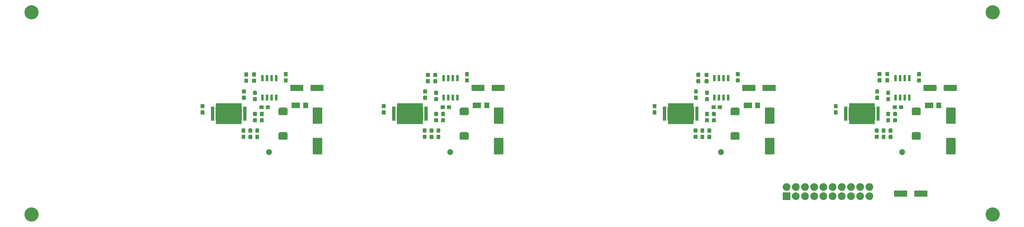
<source format=gbr>
%TF.GenerationSoftware,KiCad,Pcbnew,5.0.2-bee76a0~70~ubuntu18.04.1*%
%TF.CreationDate,2020-06-09T17:58:42+02:00*%
%TF.ProjectId,DemoNixie,44656d6f-4e69-4786-9965-2e6b69636164,rev?*%
%TF.SameCoordinates,Original*%
%TF.FileFunction,Soldermask,Top*%
%TF.FilePolarity,Negative*%
%FSLAX46Y46*%
G04 Gerber Fmt 4.6, Leading zero omitted, Abs format (unit mm)*
G04 Created by KiCad (PCBNEW 5.0.2-bee76a0~70~ubuntu18.04.1) date mar. 09 juin 2020 17:58:42 CEST*
%MOMM*%
%LPD*%
G01*
G04 APERTURE LIST*
%ADD10C,0.020000*%
G04 APERTURE END LIST*
D10*
G36*
X370650883Y-137175975D02*
X370650885Y-137175976D01*
X370650886Y-137175976D01*
X371005945Y-137323046D01*
X371005946Y-137323047D01*
X371325493Y-137536561D01*
X371597239Y-137808307D01*
X371597241Y-137808310D01*
X371810754Y-138127855D01*
X371957824Y-138482914D01*
X372032800Y-138859843D01*
X372032800Y-139244157D01*
X371957824Y-139621086D01*
X371810754Y-139976145D01*
X371810753Y-139976146D01*
X371597239Y-140295693D01*
X371325493Y-140567439D01*
X371325490Y-140567441D01*
X371005945Y-140780954D01*
X370650886Y-140928024D01*
X370650885Y-140928024D01*
X370650883Y-140928025D01*
X370273958Y-141003000D01*
X369889642Y-141003000D01*
X369512717Y-140928025D01*
X369512715Y-140928024D01*
X369512714Y-140928024D01*
X369157655Y-140780954D01*
X368838110Y-140567441D01*
X368838107Y-140567439D01*
X368566361Y-140295693D01*
X368352847Y-139976146D01*
X368352846Y-139976145D01*
X368205776Y-139621086D01*
X368130800Y-139244157D01*
X368130800Y-138859843D01*
X368205776Y-138482914D01*
X368352846Y-138127855D01*
X368566359Y-137808310D01*
X368566361Y-137808307D01*
X368838107Y-137536561D01*
X369157654Y-137323047D01*
X369157655Y-137323046D01*
X369512714Y-137175976D01*
X369512715Y-137175976D01*
X369512717Y-137175975D01*
X369889642Y-137101000D01*
X370273958Y-137101000D01*
X370650883Y-137175975D01*
X370650883Y-137175975D01*
G37*
G36*
X105220883Y-137175975D02*
X105220885Y-137175976D01*
X105220886Y-137175976D01*
X105575945Y-137323046D01*
X105575946Y-137323047D01*
X105895493Y-137536561D01*
X106167239Y-137808307D01*
X106167241Y-137808310D01*
X106380754Y-138127855D01*
X106527824Y-138482914D01*
X106602800Y-138859843D01*
X106602800Y-139244157D01*
X106527824Y-139621086D01*
X106380754Y-139976145D01*
X106380753Y-139976146D01*
X106167239Y-140295693D01*
X105895493Y-140567439D01*
X105895490Y-140567441D01*
X105575945Y-140780954D01*
X105220886Y-140928024D01*
X105220885Y-140928024D01*
X105220883Y-140928025D01*
X104843958Y-141003000D01*
X104459642Y-141003000D01*
X104082717Y-140928025D01*
X104082715Y-140928024D01*
X104082714Y-140928024D01*
X103727655Y-140780954D01*
X103408110Y-140567441D01*
X103408107Y-140567439D01*
X103136361Y-140295693D01*
X102922847Y-139976146D01*
X102922846Y-139976145D01*
X102775776Y-139621086D01*
X102700800Y-139244157D01*
X102700800Y-138859843D01*
X102775776Y-138482914D01*
X102922846Y-138127855D01*
X103136359Y-137808310D01*
X103136361Y-137808307D01*
X103408107Y-137536561D01*
X103727654Y-137323047D01*
X103727655Y-137323046D01*
X104082714Y-137175976D01*
X104082715Y-137175976D01*
X104082717Y-137175975D01*
X104459642Y-137101000D01*
X104843958Y-137101000D01*
X105220883Y-137175975D01*
X105220883Y-137175975D01*
G37*
G36*
X318348310Y-132924041D02*
X318471832Y-132936207D01*
X318669946Y-132996305D01*
X318852529Y-133093897D01*
X319012565Y-133225235D01*
X319143903Y-133385271D01*
X319241495Y-133567854D01*
X319301593Y-133765968D01*
X319321885Y-133972000D01*
X319301593Y-134178032D01*
X319241495Y-134376146D01*
X319143903Y-134558729D01*
X319012565Y-134718765D01*
X318852529Y-134850103D01*
X318669946Y-134947695D01*
X318471832Y-135007793D01*
X318348310Y-135019959D01*
X318317431Y-135023000D01*
X318214169Y-135023000D01*
X318183290Y-135019959D01*
X318059768Y-135007793D01*
X317861654Y-134947695D01*
X317679071Y-134850103D01*
X317519035Y-134718765D01*
X317387697Y-134558729D01*
X317290105Y-134376146D01*
X317230007Y-134178032D01*
X317209715Y-133972000D01*
X317230007Y-133765968D01*
X317290105Y-133567854D01*
X317387697Y-133385271D01*
X317519035Y-133225235D01*
X317679071Y-133093897D01*
X317861654Y-132996305D01*
X318059768Y-132936207D01*
X318183290Y-132924041D01*
X318214169Y-132921000D01*
X318317431Y-132921000D01*
X318348310Y-132924041D01*
X318348310Y-132924041D01*
G37*
G36*
X328508310Y-132924041D02*
X328631832Y-132936207D01*
X328829946Y-132996305D01*
X329012529Y-133093897D01*
X329172565Y-133225235D01*
X329303903Y-133385271D01*
X329401495Y-133567854D01*
X329461593Y-133765968D01*
X329481885Y-133972000D01*
X329461593Y-134178032D01*
X329401495Y-134376146D01*
X329303903Y-134558729D01*
X329172565Y-134718765D01*
X329012529Y-134850103D01*
X328829946Y-134947695D01*
X328631832Y-135007793D01*
X328508310Y-135019959D01*
X328477431Y-135023000D01*
X328374169Y-135023000D01*
X328343290Y-135019959D01*
X328219768Y-135007793D01*
X328021654Y-134947695D01*
X327839071Y-134850103D01*
X327679035Y-134718765D01*
X327547697Y-134558729D01*
X327450105Y-134376146D01*
X327390007Y-134178032D01*
X327369715Y-133972000D01*
X327390007Y-133765968D01*
X327450105Y-133567854D01*
X327547697Y-133385271D01*
X327679035Y-133225235D01*
X327839071Y-133093897D01*
X328021654Y-132996305D01*
X328219768Y-132936207D01*
X328343290Y-132924041D01*
X328374169Y-132921000D01*
X328477431Y-132921000D01*
X328508310Y-132924041D01*
X328508310Y-132924041D01*
G37*
G36*
X331048310Y-132924041D02*
X331171832Y-132936207D01*
X331369946Y-132996305D01*
X331552529Y-133093897D01*
X331712565Y-133225235D01*
X331843903Y-133385271D01*
X331941495Y-133567854D01*
X332001593Y-133765968D01*
X332021885Y-133972000D01*
X332001593Y-134178032D01*
X331941495Y-134376146D01*
X331843903Y-134558729D01*
X331712565Y-134718765D01*
X331552529Y-134850103D01*
X331369946Y-134947695D01*
X331171832Y-135007793D01*
X331048310Y-135019959D01*
X331017431Y-135023000D01*
X330914169Y-135023000D01*
X330883290Y-135019959D01*
X330759768Y-135007793D01*
X330561654Y-134947695D01*
X330379071Y-134850103D01*
X330219035Y-134718765D01*
X330087697Y-134558729D01*
X329990105Y-134376146D01*
X329930007Y-134178032D01*
X329909715Y-133972000D01*
X329930007Y-133765968D01*
X329990105Y-133567854D01*
X330087697Y-133385271D01*
X330219035Y-133225235D01*
X330379071Y-133093897D01*
X330561654Y-132996305D01*
X330759768Y-132936207D01*
X330883290Y-132924041D01*
X330914169Y-132921000D01*
X331017431Y-132921000D01*
X331048310Y-132924041D01*
X331048310Y-132924041D01*
G37*
G36*
X333588310Y-132924041D02*
X333711832Y-132936207D01*
X333909946Y-132996305D01*
X334092529Y-133093897D01*
X334252565Y-133225235D01*
X334383903Y-133385271D01*
X334481495Y-133567854D01*
X334541593Y-133765968D01*
X334561885Y-133972000D01*
X334541593Y-134178032D01*
X334481495Y-134376146D01*
X334383903Y-134558729D01*
X334252565Y-134718765D01*
X334092529Y-134850103D01*
X333909946Y-134947695D01*
X333711832Y-135007793D01*
X333588310Y-135019959D01*
X333557431Y-135023000D01*
X333454169Y-135023000D01*
X333423290Y-135019959D01*
X333299768Y-135007793D01*
X333101654Y-134947695D01*
X332919071Y-134850103D01*
X332759035Y-134718765D01*
X332627697Y-134558729D01*
X332530105Y-134376146D01*
X332470007Y-134178032D01*
X332449715Y-133972000D01*
X332470007Y-133765968D01*
X332530105Y-133567854D01*
X332627697Y-133385271D01*
X332759035Y-133225235D01*
X332919071Y-133093897D01*
X333101654Y-132996305D01*
X333299768Y-132936207D01*
X333423290Y-132924041D01*
X333454169Y-132921000D01*
X333557431Y-132921000D01*
X333588310Y-132924041D01*
X333588310Y-132924041D01*
G37*
G36*
X336128310Y-132924041D02*
X336251832Y-132936207D01*
X336449946Y-132996305D01*
X336632529Y-133093897D01*
X336792565Y-133225235D01*
X336923903Y-133385271D01*
X337021495Y-133567854D01*
X337081593Y-133765968D01*
X337101885Y-133972000D01*
X337081593Y-134178032D01*
X337021495Y-134376146D01*
X336923903Y-134558729D01*
X336792565Y-134718765D01*
X336632529Y-134850103D01*
X336449946Y-134947695D01*
X336251832Y-135007793D01*
X336128310Y-135019959D01*
X336097431Y-135023000D01*
X335994169Y-135023000D01*
X335963290Y-135019959D01*
X335839768Y-135007793D01*
X335641654Y-134947695D01*
X335459071Y-134850103D01*
X335299035Y-134718765D01*
X335167697Y-134558729D01*
X335070105Y-134376146D01*
X335010007Y-134178032D01*
X334989715Y-133972000D01*
X335010007Y-133765968D01*
X335070105Y-133567854D01*
X335167697Y-133385271D01*
X335299035Y-133225235D01*
X335459071Y-133093897D01*
X335641654Y-132996305D01*
X335839768Y-132936207D01*
X335963290Y-132924041D01*
X335994169Y-132921000D01*
X336097431Y-132921000D01*
X336128310Y-132924041D01*
X336128310Y-132924041D01*
G37*
G36*
X325968310Y-132924041D02*
X326091832Y-132936207D01*
X326289946Y-132996305D01*
X326472529Y-133093897D01*
X326632565Y-133225235D01*
X326763903Y-133385271D01*
X326861495Y-133567854D01*
X326921593Y-133765968D01*
X326941885Y-133972000D01*
X326921593Y-134178032D01*
X326861495Y-134376146D01*
X326763903Y-134558729D01*
X326632565Y-134718765D01*
X326472529Y-134850103D01*
X326289946Y-134947695D01*
X326091832Y-135007793D01*
X325968310Y-135019959D01*
X325937431Y-135023000D01*
X325834169Y-135023000D01*
X325803290Y-135019959D01*
X325679768Y-135007793D01*
X325481654Y-134947695D01*
X325299071Y-134850103D01*
X325139035Y-134718765D01*
X325007697Y-134558729D01*
X324910105Y-134376146D01*
X324850007Y-134178032D01*
X324829715Y-133972000D01*
X324850007Y-133765968D01*
X324910105Y-133567854D01*
X325007697Y-133385271D01*
X325139035Y-133225235D01*
X325299071Y-133093897D01*
X325481654Y-132996305D01*
X325679768Y-132936207D01*
X325803290Y-132924041D01*
X325834169Y-132921000D01*
X325937431Y-132921000D01*
X325968310Y-132924041D01*
X325968310Y-132924041D01*
G37*
G36*
X314236800Y-135023000D02*
X312134800Y-135023000D01*
X312134800Y-132921000D01*
X314236800Y-132921000D01*
X314236800Y-135023000D01*
X314236800Y-135023000D01*
G37*
G36*
X315808310Y-132924041D02*
X315931832Y-132936207D01*
X316129946Y-132996305D01*
X316312529Y-133093897D01*
X316472565Y-133225235D01*
X316603903Y-133385271D01*
X316701495Y-133567854D01*
X316761593Y-133765968D01*
X316781885Y-133972000D01*
X316761593Y-134178032D01*
X316701495Y-134376146D01*
X316603903Y-134558729D01*
X316472565Y-134718765D01*
X316312529Y-134850103D01*
X316129946Y-134947695D01*
X315931832Y-135007793D01*
X315808310Y-135019959D01*
X315777431Y-135023000D01*
X315674169Y-135023000D01*
X315643290Y-135019959D01*
X315519768Y-135007793D01*
X315321654Y-134947695D01*
X315139071Y-134850103D01*
X314979035Y-134718765D01*
X314847697Y-134558729D01*
X314750105Y-134376146D01*
X314690007Y-134178032D01*
X314669715Y-133972000D01*
X314690007Y-133765968D01*
X314750105Y-133567854D01*
X314847697Y-133385271D01*
X314979035Y-133225235D01*
X315139071Y-133093897D01*
X315321654Y-132996305D01*
X315519768Y-132936207D01*
X315643290Y-132924041D01*
X315674169Y-132921000D01*
X315777431Y-132921000D01*
X315808310Y-132924041D01*
X315808310Y-132924041D01*
G37*
G36*
X320888310Y-132924041D02*
X321011832Y-132936207D01*
X321209946Y-132996305D01*
X321392529Y-133093897D01*
X321552565Y-133225235D01*
X321683903Y-133385271D01*
X321781495Y-133567854D01*
X321841593Y-133765968D01*
X321861885Y-133972000D01*
X321841593Y-134178032D01*
X321781495Y-134376146D01*
X321683903Y-134558729D01*
X321552565Y-134718765D01*
X321392529Y-134850103D01*
X321209946Y-134947695D01*
X321011832Y-135007793D01*
X320888310Y-135019959D01*
X320857431Y-135023000D01*
X320754169Y-135023000D01*
X320723290Y-135019959D01*
X320599768Y-135007793D01*
X320401654Y-134947695D01*
X320219071Y-134850103D01*
X320059035Y-134718765D01*
X319927697Y-134558729D01*
X319830105Y-134376146D01*
X319770007Y-134178032D01*
X319749715Y-133972000D01*
X319770007Y-133765968D01*
X319830105Y-133567854D01*
X319927697Y-133385271D01*
X320059035Y-133225235D01*
X320219071Y-133093897D01*
X320401654Y-132996305D01*
X320599768Y-132936207D01*
X320723290Y-132924041D01*
X320754169Y-132921000D01*
X320857431Y-132921000D01*
X320888310Y-132924041D01*
X320888310Y-132924041D01*
G37*
G36*
X323428310Y-132924041D02*
X323551832Y-132936207D01*
X323749946Y-132996305D01*
X323932529Y-133093897D01*
X324092565Y-133225235D01*
X324223903Y-133385271D01*
X324321495Y-133567854D01*
X324381593Y-133765968D01*
X324401885Y-133972000D01*
X324381593Y-134178032D01*
X324321495Y-134376146D01*
X324223903Y-134558729D01*
X324092565Y-134718765D01*
X323932529Y-134850103D01*
X323749946Y-134947695D01*
X323551832Y-135007793D01*
X323428310Y-135019959D01*
X323397431Y-135023000D01*
X323294169Y-135023000D01*
X323263290Y-135019959D01*
X323139768Y-135007793D01*
X322941654Y-134947695D01*
X322759071Y-134850103D01*
X322599035Y-134718765D01*
X322467697Y-134558729D01*
X322370105Y-134376146D01*
X322310007Y-134178032D01*
X322289715Y-133972000D01*
X322310007Y-133765968D01*
X322370105Y-133567854D01*
X322467697Y-133385271D01*
X322599035Y-133225235D01*
X322759071Y-133093897D01*
X322941654Y-132996305D01*
X323139768Y-132936207D01*
X323263290Y-132924041D01*
X323294169Y-132921000D01*
X323397431Y-132921000D01*
X323428310Y-132924041D01*
X323428310Y-132924041D01*
G37*
G36*
X346327996Y-132446099D02*
X346361653Y-132456309D01*
X346392667Y-132472886D01*
X346419852Y-132495196D01*
X346442162Y-132522381D01*
X346458739Y-132553395D01*
X346468949Y-132587052D01*
X346473000Y-132628186D01*
X346473000Y-133957910D01*
X346468949Y-133999044D01*
X346458739Y-134032701D01*
X346442162Y-134063715D01*
X346419852Y-134090900D01*
X346392667Y-134113210D01*
X346361653Y-134129787D01*
X346327996Y-134139997D01*
X346286862Y-134144048D01*
X343057138Y-134144048D01*
X343016004Y-134139997D01*
X342982347Y-134129787D01*
X342951333Y-134113210D01*
X342924148Y-134090900D01*
X342901838Y-134063715D01*
X342885261Y-134032701D01*
X342875051Y-133999044D01*
X342871000Y-133957910D01*
X342871000Y-132628186D01*
X342875051Y-132587052D01*
X342885261Y-132553395D01*
X342901838Y-132522381D01*
X342924148Y-132495196D01*
X342951333Y-132472886D01*
X342982347Y-132456309D01*
X343016004Y-132446099D01*
X343057138Y-132442048D01*
X346286862Y-132442048D01*
X346327996Y-132446099D01*
X346327996Y-132446099D01*
G37*
G36*
X351927996Y-132446099D02*
X351961653Y-132456309D01*
X351992667Y-132472886D01*
X352019852Y-132495196D01*
X352042162Y-132522381D01*
X352058739Y-132553395D01*
X352068949Y-132587052D01*
X352073000Y-132628186D01*
X352073000Y-133957910D01*
X352068949Y-133999044D01*
X352058739Y-134032701D01*
X352042162Y-134063715D01*
X352019852Y-134090900D01*
X351992667Y-134113210D01*
X351961653Y-134129787D01*
X351927996Y-134139997D01*
X351886862Y-134144048D01*
X348657138Y-134144048D01*
X348616004Y-134139997D01*
X348582347Y-134129787D01*
X348551333Y-134113210D01*
X348524148Y-134090900D01*
X348501838Y-134063715D01*
X348485261Y-134032701D01*
X348475051Y-133999044D01*
X348471000Y-133957910D01*
X348471000Y-132628186D01*
X348475051Y-132587052D01*
X348485261Y-132553395D01*
X348501838Y-132522381D01*
X348524148Y-132495196D01*
X348551333Y-132472886D01*
X348582347Y-132456309D01*
X348616004Y-132446099D01*
X348657138Y-132442048D01*
X351886862Y-132442048D01*
X351927996Y-132446099D01*
X351927996Y-132446099D01*
G37*
G36*
X313268310Y-130384041D02*
X313391832Y-130396207D01*
X313589946Y-130456305D01*
X313772529Y-130553897D01*
X313932565Y-130685235D01*
X314063903Y-130845271D01*
X314161495Y-131027854D01*
X314221593Y-131225968D01*
X314241885Y-131432000D01*
X314221593Y-131638032D01*
X314161495Y-131836146D01*
X314063903Y-132018729D01*
X313932565Y-132178765D01*
X313772529Y-132310103D01*
X313589946Y-132407695D01*
X313391832Y-132467793D01*
X313268310Y-132479959D01*
X313237431Y-132483000D01*
X313134169Y-132483000D01*
X313103290Y-132479959D01*
X312979768Y-132467793D01*
X312781654Y-132407695D01*
X312599071Y-132310103D01*
X312439035Y-132178765D01*
X312307697Y-132018729D01*
X312210105Y-131836146D01*
X312150007Y-131638032D01*
X312129715Y-131432000D01*
X312150007Y-131225968D01*
X312210105Y-131027854D01*
X312307697Y-130845271D01*
X312439035Y-130685235D01*
X312599071Y-130553897D01*
X312781654Y-130456305D01*
X312979768Y-130396207D01*
X313103290Y-130384041D01*
X313134169Y-130381000D01*
X313237431Y-130381000D01*
X313268310Y-130384041D01*
X313268310Y-130384041D01*
G37*
G36*
X315808310Y-130384041D02*
X315931832Y-130396207D01*
X316129946Y-130456305D01*
X316312529Y-130553897D01*
X316472565Y-130685235D01*
X316603903Y-130845271D01*
X316701495Y-131027854D01*
X316761593Y-131225968D01*
X316781885Y-131432000D01*
X316761593Y-131638032D01*
X316701495Y-131836146D01*
X316603903Y-132018729D01*
X316472565Y-132178765D01*
X316312529Y-132310103D01*
X316129946Y-132407695D01*
X315931832Y-132467793D01*
X315808310Y-132479959D01*
X315777431Y-132483000D01*
X315674169Y-132483000D01*
X315643290Y-132479959D01*
X315519768Y-132467793D01*
X315321654Y-132407695D01*
X315139071Y-132310103D01*
X314979035Y-132178765D01*
X314847697Y-132018729D01*
X314750105Y-131836146D01*
X314690007Y-131638032D01*
X314669715Y-131432000D01*
X314690007Y-131225968D01*
X314750105Y-131027854D01*
X314847697Y-130845271D01*
X314979035Y-130685235D01*
X315139071Y-130553897D01*
X315321654Y-130456305D01*
X315519768Y-130396207D01*
X315643290Y-130384041D01*
X315674169Y-130381000D01*
X315777431Y-130381000D01*
X315808310Y-130384041D01*
X315808310Y-130384041D01*
G37*
G36*
X323428310Y-130384041D02*
X323551832Y-130396207D01*
X323749946Y-130456305D01*
X323932529Y-130553897D01*
X324092565Y-130685235D01*
X324223903Y-130845271D01*
X324321495Y-131027854D01*
X324381593Y-131225968D01*
X324401885Y-131432000D01*
X324381593Y-131638032D01*
X324321495Y-131836146D01*
X324223903Y-132018729D01*
X324092565Y-132178765D01*
X323932529Y-132310103D01*
X323749946Y-132407695D01*
X323551832Y-132467793D01*
X323428310Y-132479959D01*
X323397431Y-132483000D01*
X323294169Y-132483000D01*
X323263290Y-132479959D01*
X323139768Y-132467793D01*
X322941654Y-132407695D01*
X322759071Y-132310103D01*
X322599035Y-132178765D01*
X322467697Y-132018729D01*
X322370105Y-131836146D01*
X322310007Y-131638032D01*
X322289715Y-131432000D01*
X322310007Y-131225968D01*
X322370105Y-131027854D01*
X322467697Y-130845271D01*
X322599035Y-130685235D01*
X322759071Y-130553897D01*
X322941654Y-130456305D01*
X323139768Y-130396207D01*
X323263290Y-130384041D01*
X323294169Y-130381000D01*
X323397431Y-130381000D01*
X323428310Y-130384041D01*
X323428310Y-130384041D01*
G37*
G36*
X318348310Y-130384041D02*
X318471832Y-130396207D01*
X318669946Y-130456305D01*
X318852529Y-130553897D01*
X319012565Y-130685235D01*
X319143903Y-130845271D01*
X319241495Y-131027854D01*
X319301593Y-131225968D01*
X319321885Y-131432000D01*
X319301593Y-131638032D01*
X319241495Y-131836146D01*
X319143903Y-132018729D01*
X319012565Y-132178765D01*
X318852529Y-132310103D01*
X318669946Y-132407695D01*
X318471832Y-132467793D01*
X318348310Y-132479959D01*
X318317431Y-132483000D01*
X318214169Y-132483000D01*
X318183290Y-132479959D01*
X318059768Y-132467793D01*
X317861654Y-132407695D01*
X317679071Y-132310103D01*
X317519035Y-132178765D01*
X317387697Y-132018729D01*
X317290105Y-131836146D01*
X317230007Y-131638032D01*
X317209715Y-131432000D01*
X317230007Y-131225968D01*
X317290105Y-131027854D01*
X317387697Y-130845271D01*
X317519035Y-130685235D01*
X317679071Y-130553897D01*
X317861654Y-130456305D01*
X318059768Y-130396207D01*
X318183290Y-130384041D01*
X318214169Y-130381000D01*
X318317431Y-130381000D01*
X318348310Y-130384041D01*
X318348310Y-130384041D01*
G37*
G36*
X325968310Y-130384041D02*
X326091832Y-130396207D01*
X326289946Y-130456305D01*
X326472529Y-130553897D01*
X326632565Y-130685235D01*
X326763903Y-130845271D01*
X326861495Y-131027854D01*
X326921593Y-131225968D01*
X326941885Y-131432000D01*
X326921593Y-131638032D01*
X326861495Y-131836146D01*
X326763903Y-132018729D01*
X326632565Y-132178765D01*
X326472529Y-132310103D01*
X326289946Y-132407695D01*
X326091832Y-132467793D01*
X325968310Y-132479959D01*
X325937431Y-132483000D01*
X325834169Y-132483000D01*
X325803290Y-132479959D01*
X325679768Y-132467793D01*
X325481654Y-132407695D01*
X325299071Y-132310103D01*
X325139035Y-132178765D01*
X325007697Y-132018729D01*
X324910105Y-131836146D01*
X324850007Y-131638032D01*
X324829715Y-131432000D01*
X324850007Y-131225968D01*
X324910105Y-131027854D01*
X325007697Y-130845271D01*
X325139035Y-130685235D01*
X325299071Y-130553897D01*
X325481654Y-130456305D01*
X325679768Y-130396207D01*
X325803290Y-130384041D01*
X325834169Y-130381000D01*
X325937431Y-130381000D01*
X325968310Y-130384041D01*
X325968310Y-130384041D01*
G37*
G36*
X320888310Y-130384041D02*
X321011832Y-130396207D01*
X321209946Y-130456305D01*
X321392529Y-130553897D01*
X321552565Y-130685235D01*
X321683903Y-130845271D01*
X321781495Y-131027854D01*
X321841593Y-131225968D01*
X321861885Y-131432000D01*
X321841593Y-131638032D01*
X321781495Y-131836146D01*
X321683903Y-132018729D01*
X321552565Y-132178765D01*
X321392529Y-132310103D01*
X321209946Y-132407695D01*
X321011832Y-132467793D01*
X320888310Y-132479959D01*
X320857431Y-132483000D01*
X320754169Y-132483000D01*
X320723290Y-132479959D01*
X320599768Y-132467793D01*
X320401654Y-132407695D01*
X320219071Y-132310103D01*
X320059035Y-132178765D01*
X319927697Y-132018729D01*
X319830105Y-131836146D01*
X319770007Y-131638032D01*
X319749715Y-131432000D01*
X319770007Y-131225968D01*
X319830105Y-131027854D01*
X319927697Y-130845271D01*
X320059035Y-130685235D01*
X320219071Y-130553897D01*
X320401654Y-130456305D01*
X320599768Y-130396207D01*
X320723290Y-130384041D01*
X320754169Y-130381000D01*
X320857431Y-130381000D01*
X320888310Y-130384041D01*
X320888310Y-130384041D01*
G37*
G36*
X336128310Y-130384041D02*
X336251832Y-130396207D01*
X336449946Y-130456305D01*
X336632529Y-130553897D01*
X336792565Y-130685235D01*
X336923903Y-130845271D01*
X337021495Y-131027854D01*
X337081593Y-131225968D01*
X337101885Y-131432000D01*
X337081593Y-131638032D01*
X337021495Y-131836146D01*
X336923903Y-132018729D01*
X336792565Y-132178765D01*
X336632529Y-132310103D01*
X336449946Y-132407695D01*
X336251832Y-132467793D01*
X336128310Y-132479959D01*
X336097431Y-132483000D01*
X335994169Y-132483000D01*
X335963290Y-132479959D01*
X335839768Y-132467793D01*
X335641654Y-132407695D01*
X335459071Y-132310103D01*
X335299035Y-132178765D01*
X335167697Y-132018729D01*
X335070105Y-131836146D01*
X335010007Y-131638032D01*
X334989715Y-131432000D01*
X335010007Y-131225968D01*
X335070105Y-131027854D01*
X335167697Y-130845271D01*
X335299035Y-130685235D01*
X335459071Y-130553897D01*
X335641654Y-130456305D01*
X335839768Y-130396207D01*
X335963290Y-130384041D01*
X335994169Y-130381000D01*
X336097431Y-130381000D01*
X336128310Y-130384041D01*
X336128310Y-130384041D01*
G37*
G36*
X333588310Y-130384041D02*
X333711832Y-130396207D01*
X333909946Y-130456305D01*
X334092529Y-130553897D01*
X334252565Y-130685235D01*
X334383903Y-130845271D01*
X334481495Y-131027854D01*
X334541593Y-131225968D01*
X334561885Y-131432000D01*
X334541593Y-131638032D01*
X334481495Y-131836146D01*
X334383903Y-132018729D01*
X334252565Y-132178765D01*
X334092529Y-132310103D01*
X333909946Y-132407695D01*
X333711832Y-132467793D01*
X333588310Y-132479959D01*
X333557431Y-132483000D01*
X333454169Y-132483000D01*
X333423290Y-132479959D01*
X333299768Y-132467793D01*
X333101654Y-132407695D01*
X332919071Y-132310103D01*
X332759035Y-132178765D01*
X332627697Y-132018729D01*
X332530105Y-131836146D01*
X332470007Y-131638032D01*
X332449715Y-131432000D01*
X332470007Y-131225968D01*
X332530105Y-131027854D01*
X332627697Y-130845271D01*
X332759035Y-130685235D01*
X332919071Y-130553897D01*
X333101654Y-130456305D01*
X333299768Y-130396207D01*
X333423290Y-130384041D01*
X333454169Y-130381000D01*
X333557431Y-130381000D01*
X333588310Y-130384041D01*
X333588310Y-130384041D01*
G37*
G36*
X331048310Y-130384041D02*
X331171832Y-130396207D01*
X331369946Y-130456305D01*
X331552529Y-130553897D01*
X331712565Y-130685235D01*
X331843903Y-130845271D01*
X331941495Y-131027854D01*
X332001593Y-131225968D01*
X332021885Y-131432000D01*
X332001593Y-131638032D01*
X331941495Y-131836146D01*
X331843903Y-132018729D01*
X331712565Y-132178765D01*
X331552529Y-132310103D01*
X331369946Y-132407695D01*
X331171832Y-132467793D01*
X331048310Y-132479959D01*
X331017431Y-132483000D01*
X330914169Y-132483000D01*
X330883290Y-132479959D01*
X330759768Y-132467793D01*
X330561654Y-132407695D01*
X330379071Y-132310103D01*
X330219035Y-132178765D01*
X330087697Y-132018729D01*
X329990105Y-131836146D01*
X329930007Y-131638032D01*
X329909715Y-131432000D01*
X329930007Y-131225968D01*
X329990105Y-131027854D01*
X330087697Y-130845271D01*
X330219035Y-130685235D01*
X330379071Y-130553897D01*
X330561654Y-130456305D01*
X330759768Y-130396207D01*
X330883290Y-130384041D01*
X330914169Y-130381000D01*
X331017431Y-130381000D01*
X331048310Y-130384041D01*
X331048310Y-130384041D01*
G37*
G36*
X328508310Y-130384041D02*
X328631832Y-130396207D01*
X328829946Y-130456305D01*
X329012529Y-130553897D01*
X329172565Y-130685235D01*
X329303903Y-130845271D01*
X329401495Y-131027854D01*
X329461593Y-131225968D01*
X329481885Y-131432000D01*
X329461593Y-131638032D01*
X329401495Y-131836146D01*
X329303903Y-132018729D01*
X329172565Y-132178765D01*
X329012529Y-132310103D01*
X328829946Y-132407695D01*
X328631832Y-132467793D01*
X328508310Y-132479959D01*
X328477431Y-132483000D01*
X328374169Y-132483000D01*
X328343290Y-132479959D01*
X328219768Y-132467793D01*
X328021654Y-132407695D01*
X327839071Y-132310103D01*
X327679035Y-132178765D01*
X327547697Y-132018729D01*
X327450105Y-131836146D01*
X327390007Y-131638032D01*
X327369715Y-131432000D01*
X327390007Y-131225968D01*
X327450105Y-131027854D01*
X327547697Y-130845271D01*
X327679035Y-130685235D01*
X327839071Y-130553897D01*
X328021654Y-130456305D01*
X328219768Y-130396207D01*
X328343290Y-130384041D01*
X328374169Y-130381000D01*
X328477431Y-130381000D01*
X328508310Y-130384041D01*
X328508310Y-130384041D01*
G37*
G36*
X220503441Y-121032779D02*
X220649213Y-121093160D01*
X220780409Y-121180822D01*
X220891974Y-121292387D01*
X220979636Y-121423583D01*
X221040017Y-121569355D01*
X221070798Y-121724105D01*
X221070798Y-121881891D01*
X221040017Y-122036641D01*
X220979636Y-122182413D01*
X220891974Y-122313609D01*
X220780409Y-122425174D01*
X220649213Y-122512836D01*
X220503441Y-122573217D01*
X220348691Y-122603998D01*
X220190905Y-122603998D01*
X220036155Y-122573217D01*
X219890383Y-122512836D01*
X219759187Y-122425174D01*
X219647622Y-122313609D01*
X219559960Y-122182413D01*
X219499579Y-122036641D01*
X219468798Y-121881891D01*
X219468798Y-121724105D01*
X219499579Y-121569355D01*
X219559960Y-121423583D01*
X219647622Y-121292387D01*
X219759187Y-121180822D01*
X219890383Y-121093160D01*
X220036155Y-121032779D01*
X220190905Y-121001998D01*
X220348691Y-121001998D01*
X220503441Y-121032779D01*
X220503441Y-121032779D01*
G37*
G36*
X345344441Y-121032779D02*
X345490213Y-121093160D01*
X345621409Y-121180822D01*
X345732974Y-121292387D01*
X345820636Y-121423583D01*
X345881017Y-121569355D01*
X345911798Y-121724105D01*
X345911798Y-121881891D01*
X345881017Y-122036641D01*
X345820636Y-122182413D01*
X345732974Y-122313609D01*
X345621409Y-122425174D01*
X345490213Y-122512836D01*
X345344441Y-122573217D01*
X345189691Y-122603998D01*
X345031905Y-122603998D01*
X344877155Y-122573217D01*
X344731383Y-122512836D01*
X344600187Y-122425174D01*
X344488622Y-122313609D01*
X344400960Y-122182413D01*
X344340579Y-122036641D01*
X344309798Y-121881891D01*
X344309798Y-121724105D01*
X344340579Y-121569355D01*
X344400960Y-121423583D01*
X344488622Y-121292387D01*
X344600187Y-121180822D01*
X344731383Y-121093160D01*
X344877155Y-121032779D01*
X345031905Y-121001998D01*
X345189691Y-121001998D01*
X345344441Y-121032779D01*
X345344441Y-121032779D01*
G37*
G36*
X295306441Y-121032779D02*
X295452213Y-121093160D01*
X295583409Y-121180822D01*
X295694974Y-121292387D01*
X295782636Y-121423583D01*
X295843017Y-121569355D01*
X295873798Y-121724105D01*
X295873798Y-121881891D01*
X295843017Y-122036641D01*
X295782636Y-122182413D01*
X295694974Y-122313609D01*
X295583409Y-122425174D01*
X295452213Y-122512836D01*
X295306441Y-122573217D01*
X295151691Y-122603998D01*
X294993905Y-122603998D01*
X294839155Y-122573217D01*
X294693383Y-122512836D01*
X294562187Y-122425174D01*
X294450622Y-122313609D01*
X294362960Y-122182413D01*
X294302579Y-122036641D01*
X294271798Y-121881891D01*
X294271798Y-121724105D01*
X294302579Y-121569355D01*
X294362960Y-121423583D01*
X294450622Y-121292387D01*
X294562187Y-121180822D01*
X294693383Y-121093160D01*
X294839155Y-121032779D01*
X294993905Y-121001998D01*
X295151691Y-121001998D01*
X295306441Y-121032779D01*
X295306441Y-121032779D01*
G37*
G36*
X170465441Y-121032779D02*
X170611213Y-121093160D01*
X170742409Y-121180822D01*
X170853974Y-121292387D01*
X170941636Y-121423583D01*
X171002017Y-121569355D01*
X171032798Y-121724105D01*
X171032798Y-121881891D01*
X171002017Y-122036641D01*
X170941636Y-122182413D01*
X170853974Y-122313609D01*
X170742409Y-122425174D01*
X170611213Y-122512836D01*
X170465441Y-122573217D01*
X170310691Y-122603998D01*
X170152905Y-122603998D01*
X169998155Y-122573217D01*
X169852383Y-122512836D01*
X169721187Y-122425174D01*
X169609622Y-122313609D01*
X169521960Y-122182413D01*
X169461579Y-122036641D01*
X169430798Y-121881891D01*
X169430798Y-121724105D01*
X169461579Y-121569355D01*
X169521960Y-121423583D01*
X169609622Y-121292387D01*
X169721187Y-121180822D01*
X169852383Y-121093160D01*
X169998155Y-121032779D01*
X170152905Y-121001998D01*
X170310691Y-121001998D01*
X170465441Y-121032779D01*
X170465441Y-121032779D01*
G37*
G36*
X234851935Y-117903671D02*
X234881874Y-117912753D01*
X234909469Y-117927503D01*
X234933651Y-117947349D01*
X234953497Y-117971531D01*
X234968247Y-117999126D01*
X234977329Y-118029065D01*
X234981000Y-118066340D01*
X234981000Y-122235660D01*
X234977329Y-122272935D01*
X234968247Y-122302874D01*
X234953497Y-122330469D01*
X234933651Y-122354651D01*
X234909469Y-122374497D01*
X234881874Y-122389247D01*
X234851935Y-122398329D01*
X234814660Y-122402000D01*
X232545340Y-122402000D01*
X232508065Y-122398329D01*
X232478126Y-122389247D01*
X232450531Y-122374497D01*
X232426349Y-122354651D01*
X232406503Y-122330469D01*
X232391753Y-122302874D01*
X232382671Y-122272935D01*
X232379000Y-122235660D01*
X232379000Y-118066340D01*
X232382671Y-118029065D01*
X232391753Y-117999126D01*
X232406503Y-117971531D01*
X232426349Y-117947349D01*
X232450531Y-117927503D01*
X232478126Y-117912753D01*
X232508065Y-117903671D01*
X232545340Y-117900000D01*
X234814660Y-117900000D01*
X234851935Y-117903671D01*
X234851935Y-117903671D01*
G37*
G36*
X184813935Y-117903671D02*
X184843874Y-117912753D01*
X184871469Y-117927503D01*
X184895651Y-117947349D01*
X184915497Y-117971531D01*
X184930247Y-117999126D01*
X184939329Y-118029065D01*
X184943000Y-118066340D01*
X184943000Y-122235660D01*
X184939329Y-122272935D01*
X184930247Y-122302874D01*
X184915497Y-122330469D01*
X184895651Y-122354651D01*
X184871469Y-122374497D01*
X184843874Y-122389247D01*
X184813935Y-122398329D01*
X184776660Y-122402000D01*
X182507340Y-122402000D01*
X182470065Y-122398329D01*
X182440126Y-122389247D01*
X182412531Y-122374497D01*
X182388349Y-122354651D01*
X182368503Y-122330469D01*
X182353753Y-122302874D01*
X182344671Y-122272935D01*
X182341000Y-122235660D01*
X182341000Y-118066340D01*
X182344671Y-118029065D01*
X182353753Y-117999126D01*
X182368503Y-117971531D01*
X182388349Y-117947349D01*
X182412531Y-117927503D01*
X182440126Y-117912753D01*
X182470065Y-117903671D01*
X182507340Y-117900000D01*
X184776660Y-117900000D01*
X184813935Y-117903671D01*
X184813935Y-117903671D01*
G37*
G36*
X309654935Y-117903671D02*
X309684874Y-117912753D01*
X309712469Y-117927503D01*
X309736651Y-117947349D01*
X309756497Y-117971531D01*
X309771247Y-117999126D01*
X309780329Y-118029065D01*
X309784000Y-118066340D01*
X309784000Y-122235660D01*
X309780329Y-122272935D01*
X309771247Y-122302874D01*
X309756497Y-122330469D01*
X309736651Y-122354651D01*
X309712469Y-122374497D01*
X309684874Y-122389247D01*
X309654935Y-122398329D01*
X309617660Y-122402000D01*
X307348340Y-122402000D01*
X307311065Y-122398329D01*
X307281126Y-122389247D01*
X307253531Y-122374497D01*
X307229349Y-122354651D01*
X307209503Y-122330469D01*
X307194753Y-122302874D01*
X307185671Y-122272935D01*
X307182000Y-122235660D01*
X307182000Y-118066340D01*
X307185671Y-118029065D01*
X307194753Y-117999126D01*
X307209503Y-117971531D01*
X307229349Y-117947349D01*
X307253531Y-117927503D01*
X307281126Y-117912753D01*
X307311065Y-117903671D01*
X307348340Y-117900000D01*
X309617660Y-117900000D01*
X309654935Y-117903671D01*
X309654935Y-117903671D01*
G37*
G36*
X359692935Y-117903671D02*
X359722874Y-117912753D01*
X359750469Y-117927503D01*
X359774651Y-117947349D01*
X359794497Y-117971531D01*
X359809247Y-117999126D01*
X359818329Y-118029065D01*
X359822000Y-118066340D01*
X359822000Y-122235660D01*
X359818329Y-122272935D01*
X359809247Y-122302874D01*
X359794497Y-122330469D01*
X359774651Y-122354651D01*
X359750469Y-122374497D01*
X359722874Y-122389247D01*
X359692935Y-122398329D01*
X359655660Y-122402000D01*
X357386340Y-122402000D01*
X357349065Y-122398329D01*
X357319126Y-122389247D01*
X357291531Y-122374497D01*
X357267349Y-122354651D01*
X357247503Y-122330469D01*
X357232753Y-122302874D01*
X357223671Y-122272935D01*
X357220000Y-122235660D01*
X357220000Y-118066340D01*
X357223671Y-118029065D01*
X357232753Y-117999126D01*
X357247503Y-117971531D01*
X357267349Y-117947349D01*
X357291531Y-117927503D01*
X357319126Y-117912753D01*
X357349065Y-117903671D01*
X357386340Y-117900000D01*
X359655660Y-117900000D01*
X359692935Y-117903671D01*
X359692935Y-117903671D01*
G37*
G36*
X174995210Y-116310690D02*
X175081949Y-116337003D01*
X175161891Y-116379733D01*
X175231963Y-116437238D01*
X175289468Y-116507310D01*
X175332198Y-116587252D01*
X175358511Y-116673991D01*
X175368000Y-116770341D01*
X175368000Y-117934061D01*
X175358511Y-118030411D01*
X175332198Y-118117150D01*
X175289468Y-118197092D01*
X175231963Y-118267164D01*
X175161891Y-118324669D01*
X175081949Y-118367399D01*
X174995210Y-118393712D01*
X174898860Y-118403201D01*
X173335140Y-118403201D01*
X173238790Y-118393712D01*
X173152051Y-118367399D01*
X173072109Y-118324669D01*
X173002037Y-118267164D01*
X172944532Y-118197092D01*
X172901802Y-118117150D01*
X172875489Y-118030411D01*
X172866000Y-117934061D01*
X172866000Y-116770341D01*
X172875489Y-116673991D01*
X172901802Y-116587252D01*
X172944532Y-116507310D01*
X173002037Y-116437238D01*
X173072109Y-116379733D01*
X173152051Y-116337003D01*
X173238790Y-116310690D01*
X173335140Y-116301201D01*
X174898860Y-116301201D01*
X174995210Y-116310690D01*
X174995210Y-116310690D01*
G37*
G36*
X225033210Y-116310690D02*
X225119949Y-116337003D01*
X225199891Y-116379733D01*
X225269963Y-116437238D01*
X225327468Y-116507310D01*
X225370198Y-116587252D01*
X225396511Y-116673991D01*
X225406000Y-116770341D01*
X225406000Y-117934061D01*
X225396511Y-118030411D01*
X225370198Y-118117150D01*
X225327468Y-118197092D01*
X225269963Y-118267164D01*
X225199891Y-118324669D01*
X225119949Y-118367399D01*
X225033210Y-118393712D01*
X224936860Y-118403201D01*
X223373140Y-118403201D01*
X223276790Y-118393712D01*
X223190051Y-118367399D01*
X223110109Y-118324669D01*
X223040037Y-118267164D01*
X222982532Y-118197092D01*
X222939802Y-118117150D01*
X222913489Y-118030411D01*
X222904000Y-117934061D01*
X222904000Y-116770341D01*
X222913489Y-116673991D01*
X222939802Y-116587252D01*
X222982532Y-116507310D01*
X223040037Y-116437238D01*
X223110109Y-116379733D01*
X223190051Y-116337003D01*
X223276790Y-116310690D01*
X223373140Y-116301201D01*
X224936860Y-116301201D01*
X225033210Y-116310690D01*
X225033210Y-116310690D01*
G37*
G36*
X299836210Y-116310690D02*
X299922949Y-116337003D01*
X300002891Y-116379733D01*
X300072963Y-116437238D01*
X300130468Y-116507310D01*
X300173198Y-116587252D01*
X300199511Y-116673991D01*
X300209000Y-116770341D01*
X300209000Y-117934061D01*
X300199511Y-118030411D01*
X300173198Y-118117150D01*
X300130468Y-118197092D01*
X300072963Y-118267164D01*
X300002891Y-118324669D01*
X299922949Y-118367399D01*
X299836210Y-118393712D01*
X299739860Y-118403201D01*
X298176140Y-118403201D01*
X298079790Y-118393712D01*
X297993051Y-118367399D01*
X297913109Y-118324669D01*
X297843037Y-118267164D01*
X297785532Y-118197092D01*
X297742802Y-118117150D01*
X297716489Y-118030411D01*
X297707000Y-117934061D01*
X297707000Y-116770341D01*
X297716489Y-116673991D01*
X297742802Y-116587252D01*
X297785532Y-116507310D01*
X297843037Y-116437238D01*
X297913109Y-116379733D01*
X297993051Y-116337003D01*
X298079790Y-116310690D01*
X298176140Y-116301201D01*
X299739860Y-116301201D01*
X299836210Y-116310690D01*
X299836210Y-116310690D01*
G37*
G36*
X349874210Y-116310690D02*
X349960949Y-116337003D01*
X350040891Y-116379733D01*
X350110963Y-116437238D01*
X350168468Y-116507310D01*
X350211198Y-116587252D01*
X350237511Y-116673991D01*
X350247000Y-116770341D01*
X350247000Y-117934061D01*
X350237511Y-118030411D01*
X350211198Y-118117150D01*
X350168468Y-118197092D01*
X350110963Y-118267164D01*
X350040891Y-118324669D01*
X349960949Y-118367399D01*
X349874210Y-118393712D01*
X349777860Y-118403201D01*
X348214140Y-118403201D01*
X348117790Y-118393712D01*
X348031051Y-118367399D01*
X347951109Y-118324669D01*
X347881037Y-118267164D01*
X347823532Y-118197092D01*
X347780802Y-118117150D01*
X347754489Y-118030411D01*
X347745000Y-117934061D01*
X347745000Y-116770341D01*
X347754489Y-116673991D01*
X347780802Y-116587252D01*
X347823532Y-116507310D01*
X347881037Y-116437238D01*
X347951109Y-116379733D01*
X348031051Y-116337003D01*
X348117790Y-116310690D01*
X348214140Y-116301201D01*
X349777860Y-116301201D01*
X349874210Y-116310690D01*
X349874210Y-116310690D01*
G37*
G36*
X217407499Y-117035646D02*
X217444993Y-117047020D01*
X217479557Y-117065495D01*
X217509847Y-117090354D01*
X217534706Y-117120644D01*
X217553181Y-117155208D01*
X217564555Y-117192702D01*
X217569000Y-117237839D01*
X217569000Y-117976563D01*
X217564555Y-118021700D01*
X217553181Y-118059194D01*
X217534706Y-118093758D01*
X217509847Y-118124048D01*
X217479557Y-118148907D01*
X217444993Y-118167382D01*
X217407499Y-118178756D01*
X217362362Y-118183201D01*
X216723638Y-118183201D01*
X216678501Y-118178756D01*
X216641007Y-118167382D01*
X216606443Y-118148907D01*
X216576153Y-118124048D01*
X216551294Y-118093758D01*
X216532819Y-118059194D01*
X216521445Y-118021700D01*
X216517000Y-117976563D01*
X216517000Y-117237839D01*
X216521445Y-117192702D01*
X216532819Y-117155208D01*
X216551294Y-117120644D01*
X216576153Y-117090354D01*
X216606443Y-117065495D01*
X216641007Y-117047020D01*
X216678501Y-117035646D01*
X216723638Y-117031201D01*
X217362362Y-117031201D01*
X217407499Y-117035646D01*
X217407499Y-117035646D01*
G37*
G36*
X340343499Y-117035646D02*
X340380993Y-117047020D01*
X340415557Y-117065495D01*
X340445847Y-117090354D01*
X340470706Y-117120644D01*
X340489181Y-117155208D01*
X340500555Y-117192702D01*
X340505000Y-117237839D01*
X340505000Y-117976563D01*
X340500555Y-118021700D01*
X340489181Y-118059194D01*
X340470706Y-118093758D01*
X340445847Y-118124048D01*
X340415557Y-118148907D01*
X340380993Y-118167382D01*
X340343499Y-118178756D01*
X340298362Y-118183201D01*
X339659638Y-118183201D01*
X339614501Y-118178756D01*
X339577007Y-118167382D01*
X339542443Y-118148907D01*
X339512153Y-118124048D01*
X339487294Y-118093758D01*
X339468819Y-118059194D01*
X339457445Y-118021700D01*
X339453000Y-117976563D01*
X339453000Y-117237839D01*
X339457445Y-117192702D01*
X339468819Y-117155208D01*
X339487294Y-117120644D01*
X339512153Y-117090354D01*
X339542443Y-117065495D01*
X339577007Y-117047020D01*
X339614501Y-117035646D01*
X339659638Y-117031201D01*
X340298362Y-117031201D01*
X340343499Y-117035646D01*
X340343499Y-117035646D01*
G37*
G36*
X342248499Y-117035646D02*
X342285993Y-117047020D01*
X342320557Y-117065495D01*
X342350847Y-117090354D01*
X342375706Y-117120644D01*
X342394181Y-117155208D01*
X342405555Y-117192702D01*
X342410000Y-117237839D01*
X342410000Y-117976563D01*
X342405555Y-118021700D01*
X342394181Y-118059194D01*
X342375706Y-118093758D01*
X342350847Y-118124048D01*
X342320557Y-118148907D01*
X342285993Y-118167382D01*
X342248499Y-118178756D01*
X342203362Y-118183201D01*
X341564638Y-118183201D01*
X341519501Y-118178756D01*
X341482007Y-118167382D01*
X341447443Y-118148907D01*
X341417153Y-118124048D01*
X341392294Y-118093758D01*
X341373819Y-118059194D01*
X341362445Y-118021700D01*
X341358000Y-117976563D01*
X341358000Y-117237839D01*
X341362445Y-117192702D01*
X341373819Y-117155208D01*
X341392294Y-117120644D01*
X341417153Y-117090354D01*
X341447443Y-117065495D01*
X341482007Y-117047020D01*
X341519501Y-117035646D01*
X341564638Y-117031201D01*
X342203362Y-117031201D01*
X342248499Y-117035646D01*
X342248499Y-117035646D01*
G37*
G36*
X292210499Y-117035646D02*
X292247993Y-117047020D01*
X292282557Y-117065495D01*
X292312847Y-117090354D01*
X292337706Y-117120644D01*
X292356181Y-117155208D01*
X292367555Y-117192702D01*
X292372000Y-117237839D01*
X292372000Y-117976563D01*
X292367555Y-118021700D01*
X292356181Y-118059194D01*
X292337706Y-118093758D01*
X292312847Y-118124048D01*
X292282557Y-118148907D01*
X292247993Y-118167382D01*
X292210499Y-118178756D01*
X292165362Y-118183201D01*
X291526638Y-118183201D01*
X291481501Y-118178756D01*
X291444007Y-118167382D01*
X291409443Y-118148907D01*
X291379153Y-118124048D01*
X291354294Y-118093758D01*
X291335819Y-118059194D01*
X291324445Y-118021700D01*
X291320000Y-117976563D01*
X291320000Y-117237839D01*
X291324445Y-117192702D01*
X291335819Y-117155208D01*
X291354294Y-117120644D01*
X291379153Y-117090354D01*
X291409443Y-117065495D01*
X291444007Y-117047020D01*
X291481501Y-117035646D01*
X291526638Y-117031201D01*
X292165362Y-117031201D01*
X292210499Y-117035646D01*
X292210499Y-117035646D01*
G37*
G36*
X290305499Y-117035646D02*
X290342993Y-117047020D01*
X290377557Y-117065495D01*
X290407847Y-117090354D01*
X290432706Y-117120644D01*
X290451181Y-117155208D01*
X290462555Y-117192702D01*
X290467000Y-117237839D01*
X290467000Y-117976563D01*
X290462555Y-118021700D01*
X290451181Y-118059194D01*
X290432706Y-118093758D01*
X290407847Y-118124048D01*
X290377557Y-118148907D01*
X290342993Y-118167382D01*
X290305499Y-118178756D01*
X290260362Y-118183201D01*
X289621638Y-118183201D01*
X289576501Y-118178756D01*
X289539007Y-118167382D01*
X289504443Y-118148907D01*
X289474153Y-118124048D01*
X289449294Y-118093758D01*
X289430819Y-118059194D01*
X289419445Y-118021700D01*
X289415000Y-117976563D01*
X289415000Y-117237839D01*
X289419445Y-117192702D01*
X289430819Y-117155208D01*
X289449294Y-117120644D01*
X289474153Y-117090354D01*
X289504443Y-117065495D01*
X289539007Y-117047020D01*
X289576501Y-117035646D01*
X289621638Y-117031201D01*
X290260362Y-117031201D01*
X290305499Y-117035646D01*
X290305499Y-117035646D01*
G37*
G36*
X165464499Y-117035646D02*
X165501993Y-117047020D01*
X165536557Y-117065495D01*
X165566847Y-117090354D01*
X165591706Y-117120644D01*
X165610181Y-117155208D01*
X165621555Y-117192702D01*
X165626000Y-117237839D01*
X165626000Y-117976563D01*
X165621555Y-118021700D01*
X165610181Y-118059194D01*
X165591706Y-118093758D01*
X165566847Y-118124048D01*
X165536557Y-118148907D01*
X165501993Y-118167382D01*
X165464499Y-118178756D01*
X165419362Y-118183201D01*
X164780638Y-118183201D01*
X164735501Y-118178756D01*
X164698007Y-118167382D01*
X164663443Y-118148907D01*
X164633153Y-118124048D01*
X164608294Y-118093758D01*
X164589819Y-118059194D01*
X164578445Y-118021700D01*
X164574000Y-117976563D01*
X164574000Y-117237839D01*
X164578445Y-117192702D01*
X164589819Y-117155208D01*
X164608294Y-117120644D01*
X164633153Y-117090354D01*
X164663443Y-117065495D01*
X164698007Y-117047020D01*
X164735501Y-117035646D01*
X164780638Y-117031201D01*
X165419362Y-117031201D01*
X165464499Y-117035646D01*
X165464499Y-117035646D01*
G37*
G36*
X167369499Y-117035646D02*
X167406993Y-117047020D01*
X167441557Y-117065495D01*
X167471847Y-117090354D01*
X167496706Y-117120644D01*
X167515181Y-117155208D01*
X167526555Y-117192702D01*
X167531000Y-117237839D01*
X167531000Y-117976563D01*
X167526555Y-118021700D01*
X167515181Y-118059194D01*
X167496706Y-118093758D01*
X167471847Y-118124048D01*
X167441557Y-118148907D01*
X167406993Y-118167382D01*
X167369499Y-118178756D01*
X167324362Y-118183201D01*
X166685638Y-118183201D01*
X166640501Y-118178756D01*
X166603007Y-118167382D01*
X166568443Y-118148907D01*
X166538153Y-118124048D01*
X166513294Y-118093758D01*
X166494819Y-118059194D01*
X166483445Y-118021700D01*
X166479000Y-117976563D01*
X166479000Y-117237839D01*
X166483445Y-117192702D01*
X166494819Y-117155208D01*
X166513294Y-117120644D01*
X166538153Y-117090354D01*
X166568443Y-117065495D01*
X166603007Y-117047020D01*
X166640501Y-117035646D01*
X166685638Y-117031201D01*
X167324362Y-117031201D01*
X167369499Y-117035646D01*
X167369499Y-117035646D01*
G37*
G36*
X215502499Y-117035646D02*
X215539993Y-117047020D01*
X215574557Y-117065495D01*
X215604847Y-117090354D01*
X215629706Y-117120644D01*
X215648181Y-117155208D01*
X215659555Y-117192702D01*
X215664000Y-117237839D01*
X215664000Y-117976563D01*
X215659555Y-118021700D01*
X215648181Y-118059194D01*
X215629706Y-118093758D01*
X215604847Y-118124048D01*
X215574557Y-118148907D01*
X215539993Y-118167382D01*
X215502499Y-118178756D01*
X215457362Y-118183201D01*
X214818638Y-118183201D01*
X214773501Y-118178756D01*
X214736007Y-118167382D01*
X214701443Y-118148907D01*
X214671153Y-118124048D01*
X214646294Y-118093758D01*
X214627819Y-118059194D01*
X214616445Y-118021700D01*
X214612000Y-117976563D01*
X214612000Y-117237839D01*
X214616445Y-117192702D01*
X214627819Y-117155208D01*
X214646294Y-117120644D01*
X214671153Y-117090354D01*
X214701443Y-117065495D01*
X214736007Y-117047020D01*
X214773501Y-117035646D01*
X214818638Y-117031201D01*
X215457362Y-117031201D01*
X215502499Y-117035646D01*
X215502499Y-117035646D01*
G37*
G36*
X338438499Y-117016445D02*
X338475993Y-117027819D01*
X338510557Y-117046294D01*
X338540847Y-117071153D01*
X338565706Y-117101443D01*
X338584181Y-117136007D01*
X338595555Y-117173501D01*
X338600000Y-117218638D01*
X338600000Y-117957362D01*
X338595555Y-118002499D01*
X338584181Y-118039993D01*
X338565706Y-118074557D01*
X338540847Y-118104847D01*
X338510557Y-118129706D01*
X338475993Y-118148181D01*
X338438499Y-118159555D01*
X338393362Y-118164000D01*
X337754638Y-118164000D01*
X337709501Y-118159555D01*
X337672007Y-118148181D01*
X337637443Y-118129706D01*
X337607153Y-118104847D01*
X337582294Y-118074557D01*
X337563819Y-118039993D01*
X337552445Y-118002499D01*
X337548000Y-117957362D01*
X337548000Y-117218638D01*
X337552445Y-117173501D01*
X337563819Y-117136007D01*
X337582294Y-117101443D01*
X337607153Y-117071153D01*
X337637443Y-117046294D01*
X337672007Y-117027819D01*
X337709501Y-117016445D01*
X337754638Y-117012000D01*
X338393362Y-117012000D01*
X338438499Y-117016445D01*
X338438499Y-117016445D01*
G37*
G36*
X213597499Y-117016445D02*
X213634993Y-117027819D01*
X213669557Y-117046294D01*
X213699847Y-117071153D01*
X213724706Y-117101443D01*
X213743181Y-117136007D01*
X213754555Y-117173501D01*
X213759000Y-117218638D01*
X213759000Y-117957362D01*
X213754555Y-118002499D01*
X213743181Y-118039993D01*
X213724706Y-118074557D01*
X213699847Y-118104847D01*
X213669557Y-118129706D01*
X213634993Y-118148181D01*
X213597499Y-118159555D01*
X213552362Y-118164000D01*
X212913638Y-118164000D01*
X212868501Y-118159555D01*
X212831007Y-118148181D01*
X212796443Y-118129706D01*
X212766153Y-118104847D01*
X212741294Y-118074557D01*
X212722819Y-118039993D01*
X212711445Y-118002499D01*
X212707000Y-117957362D01*
X212707000Y-117218638D01*
X212711445Y-117173501D01*
X212722819Y-117136007D01*
X212741294Y-117101443D01*
X212766153Y-117071153D01*
X212796443Y-117046294D01*
X212831007Y-117027819D01*
X212868501Y-117016445D01*
X212913638Y-117012000D01*
X213552362Y-117012000D01*
X213597499Y-117016445D01*
X213597499Y-117016445D01*
G37*
G36*
X163559499Y-117016445D02*
X163596993Y-117027819D01*
X163631557Y-117046294D01*
X163661847Y-117071153D01*
X163686706Y-117101443D01*
X163705181Y-117136007D01*
X163716555Y-117173501D01*
X163721000Y-117218638D01*
X163721000Y-117957362D01*
X163716555Y-118002499D01*
X163705181Y-118039993D01*
X163686706Y-118074557D01*
X163661847Y-118104847D01*
X163631557Y-118129706D01*
X163596993Y-118148181D01*
X163559499Y-118159555D01*
X163514362Y-118164000D01*
X162875638Y-118164000D01*
X162830501Y-118159555D01*
X162793007Y-118148181D01*
X162758443Y-118129706D01*
X162728153Y-118104847D01*
X162703294Y-118074557D01*
X162684819Y-118039993D01*
X162673445Y-118002499D01*
X162669000Y-117957362D01*
X162669000Y-117218638D01*
X162673445Y-117173501D01*
X162684819Y-117136007D01*
X162703294Y-117101443D01*
X162728153Y-117071153D01*
X162758443Y-117046294D01*
X162793007Y-117027819D01*
X162830501Y-117016445D01*
X162875638Y-117012000D01*
X163514362Y-117012000D01*
X163559499Y-117016445D01*
X163559499Y-117016445D01*
G37*
G36*
X288400499Y-117016445D02*
X288437993Y-117027819D01*
X288472557Y-117046294D01*
X288502847Y-117071153D01*
X288527706Y-117101443D01*
X288546181Y-117136007D01*
X288557555Y-117173501D01*
X288562000Y-117218638D01*
X288562000Y-117957362D01*
X288557555Y-118002499D01*
X288546181Y-118039993D01*
X288527706Y-118074557D01*
X288502847Y-118104847D01*
X288472557Y-118129706D01*
X288437993Y-118148181D01*
X288400499Y-118159555D01*
X288355362Y-118164000D01*
X287716638Y-118164000D01*
X287671501Y-118159555D01*
X287634007Y-118148181D01*
X287599443Y-118129706D01*
X287569153Y-118104847D01*
X287544294Y-118074557D01*
X287525819Y-118039993D01*
X287514445Y-118002499D01*
X287510000Y-117957362D01*
X287510000Y-117218638D01*
X287514445Y-117173501D01*
X287525819Y-117136007D01*
X287544294Y-117101443D01*
X287569153Y-117071153D01*
X287599443Y-117046294D01*
X287634007Y-117027819D01*
X287671501Y-117016445D01*
X287716638Y-117012000D01*
X288355362Y-117012000D01*
X288400499Y-117016445D01*
X288400499Y-117016445D01*
G37*
G36*
X215502499Y-115285646D02*
X215539993Y-115297020D01*
X215574557Y-115315495D01*
X215604847Y-115340354D01*
X215629706Y-115370644D01*
X215648181Y-115405208D01*
X215659555Y-115442702D01*
X215664000Y-115487839D01*
X215664000Y-116226563D01*
X215659555Y-116271700D01*
X215648181Y-116309194D01*
X215629706Y-116343758D01*
X215604847Y-116374048D01*
X215574557Y-116398907D01*
X215539993Y-116417382D01*
X215502499Y-116428756D01*
X215457362Y-116433201D01*
X214818638Y-116433201D01*
X214773501Y-116428756D01*
X214736007Y-116417382D01*
X214701443Y-116398907D01*
X214671153Y-116374048D01*
X214646294Y-116343758D01*
X214627819Y-116309194D01*
X214616445Y-116271700D01*
X214612000Y-116226563D01*
X214612000Y-115487839D01*
X214616445Y-115442702D01*
X214627819Y-115405208D01*
X214646294Y-115370644D01*
X214671153Y-115340354D01*
X214701443Y-115315495D01*
X214736007Y-115297020D01*
X214773501Y-115285646D01*
X214818638Y-115281201D01*
X215457362Y-115281201D01*
X215502499Y-115285646D01*
X215502499Y-115285646D01*
G37*
G36*
X292210499Y-115285646D02*
X292247993Y-115297020D01*
X292282557Y-115315495D01*
X292312847Y-115340354D01*
X292337706Y-115370644D01*
X292356181Y-115405208D01*
X292367555Y-115442702D01*
X292372000Y-115487839D01*
X292372000Y-116226563D01*
X292367555Y-116271700D01*
X292356181Y-116309194D01*
X292337706Y-116343758D01*
X292312847Y-116374048D01*
X292282557Y-116398907D01*
X292247993Y-116417382D01*
X292210499Y-116428756D01*
X292165362Y-116433201D01*
X291526638Y-116433201D01*
X291481501Y-116428756D01*
X291444007Y-116417382D01*
X291409443Y-116398907D01*
X291379153Y-116374048D01*
X291354294Y-116343758D01*
X291335819Y-116309194D01*
X291324445Y-116271700D01*
X291320000Y-116226563D01*
X291320000Y-115487839D01*
X291324445Y-115442702D01*
X291335819Y-115405208D01*
X291354294Y-115370644D01*
X291379153Y-115340354D01*
X291409443Y-115315495D01*
X291444007Y-115297020D01*
X291481501Y-115285646D01*
X291526638Y-115281201D01*
X292165362Y-115281201D01*
X292210499Y-115285646D01*
X292210499Y-115285646D01*
G37*
G36*
X340343499Y-115285646D02*
X340380993Y-115297020D01*
X340415557Y-115315495D01*
X340445847Y-115340354D01*
X340470706Y-115370644D01*
X340489181Y-115405208D01*
X340500555Y-115442702D01*
X340505000Y-115487839D01*
X340505000Y-116226563D01*
X340500555Y-116271700D01*
X340489181Y-116309194D01*
X340470706Y-116343758D01*
X340445847Y-116374048D01*
X340415557Y-116398907D01*
X340380993Y-116417382D01*
X340343499Y-116428756D01*
X340298362Y-116433201D01*
X339659638Y-116433201D01*
X339614501Y-116428756D01*
X339577007Y-116417382D01*
X339542443Y-116398907D01*
X339512153Y-116374048D01*
X339487294Y-116343758D01*
X339468819Y-116309194D01*
X339457445Y-116271700D01*
X339453000Y-116226563D01*
X339453000Y-115487839D01*
X339457445Y-115442702D01*
X339468819Y-115405208D01*
X339487294Y-115370644D01*
X339512153Y-115340354D01*
X339542443Y-115315495D01*
X339577007Y-115297020D01*
X339614501Y-115285646D01*
X339659638Y-115281201D01*
X340298362Y-115281201D01*
X340343499Y-115285646D01*
X340343499Y-115285646D01*
G37*
G36*
X342248499Y-115285646D02*
X342285993Y-115297020D01*
X342320557Y-115315495D01*
X342350847Y-115340354D01*
X342375706Y-115370644D01*
X342394181Y-115405208D01*
X342405555Y-115442702D01*
X342410000Y-115487839D01*
X342410000Y-116226563D01*
X342405555Y-116271700D01*
X342394181Y-116309194D01*
X342375706Y-116343758D01*
X342350847Y-116374048D01*
X342320557Y-116398907D01*
X342285993Y-116417382D01*
X342248499Y-116428756D01*
X342203362Y-116433201D01*
X341564638Y-116433201D01*
X341519501Y-116428756D01*
X341482007Y-116417382D01*
X341447443Y-116398907D01*
X341417153Y-116374048D01*
X341392294Y-116343758D01*
X341373819Y-116309194D01*
X341362445Y-116271700D01*
X341358000Y-116226563D01*
X341358000Y-115487839D01*
X341362445Y-115442702D01*
X341373819Y-115405208D01*
X341392294Y-115370644D01*
X341417153Y-115340354D01*
X341447443Y-115315495D01*
X341482007Y-115297020D01*
X341519501Y-115285646D01*
X341564638Y-115281201D01*
X342203362Y-115281201D01*
X342248499Y-115285646D01*
X342248499Y-115285646D01*
G37*
G36*
X165464499Y-115285646D02*
X165501993Y-115297020D01*
X165536557Y-115315495D01*
X165566847Y-115340354D01*
X165591706Y-115370644D01*
X165610181Y-115405208D01*
X165621555Y-115442702D01*
X165626000Y-115487839D01*
X165626000Y-116226563D01*
X165621555Y-116271700D01*
X165610181Y-116309194D01*
X165591706Y-116343758D01*
X165566847Y-116374048D01*
X165536557Y-116398907D01*
X165501993Y-116417382D01*
X165464499Y-116428756D01*
X165419362Y-116433201D01*
X164780638Y-116433201D01*
X164735501Y-116428756D01*
X164698007Y-116417382D01*
X164663443Y-116398907D01*
X164633153Y-116374048D01*
X164608294Y-116343758D01*
X164589819Y-116309194D01*
X164578445Y-116271700D01*
X164574000Y-116226563D01*
X164574000Y-115487839D01*
X164578445Y-115442702D01*
X164589819Y-115405208D01*
X164608294Y-115370644D01*
X164633153Y-115340354D01*
X164663443Y-115315495D01*
X164698007Y-115297020D01*
X164735501Y-115285646D01*
X164780638Y-115281201D01*
X165419362Y-115281201D01*
X165464499Y-115285646D01*
X165464499Y-115285646D01*
G37*
G36*
X167369499Y-115285646D02*
X167406993Y-115297020D01*
X167441557Y-115315495D01*
X167471847Y-115340354D01*
X167496706Y-115370644D01*
X167515181Y-115405208D01*
X167526555Y-115442702D01*
X167531000Y-115487839D01*
X167531000Y-116226563D01*
X167526555Y-116271700D01*
X167515181Y-116309194D01*
X167496706Y-116343758D01*
X167471847Y-116374048D01*
X167441557Y-116398907D01*
X167406993Y-116417382D01*
X167369499Y-116428756D01*
X167324362Y-116433201D01*
X166685638Y-116433201D01*
X166640501Y-116428756D01*
X166603007Y-116417382D01*
X166568443Y-116398907D01*
X166538153Y-116374048D01*
X166513294Y-116343758D01*
X166494819Y-116309194D01*
X166483445Y-116271700D01*
X166479000Y-116226563D01*
X166479000Y-115487839D01*
X166483445Y-115442702D01*
X166494819Y-115405208D01*
X166513294Y-115370644D01*
X166538153Y-115340354D01*
X166568443Y-115315495D01*
X166603007Y-115297020D01*
X166640501Y-115285646D01*
X166685638Y-115281201D01*
X167324362Y-115281201D01*
X167369499Y-115285646D01*
X167369499Y-115285646D01*
G37*
G36*
X217407499Y-115285646D02*
X217444993Y-115297020D01*
X217479557Y-115315495D01*
X217509847Y-115340354D01*
X217534706Y-115370644D01*
X217553181Y-115405208D01*
X217564555Y-115442702D01*
X217569000Y-115487839D01*
X217569000Y-116226563D01*
X217564555Y-116271700D01*
X217553181Y-116309194D01*
X217534706Y-116343758D01*
X217509847Y-116374048D01*
X217479557Y-116398907D01*
X217444993Y-116417382D01*
X217407499Y-116428756D01*
X217362362Y-116433201D01*
X216723638Y-116433201D01*
X216678501Y-116428756D01*
X216641007Y-116417382D01*
X216606443Y-116398907D01*
X216576153Y-116374048D01*
X216551294Y-116343758D01*
X216532819Y-116309194D01*
X216521445Y-116271700D01*
X216517000Y-116226563D01*
X216517000Y-115487839D01*
X216521445Y-115442702D01*
X216532819Y-115405208D01*
X216551294Y-115370644D01*
X216576153Y-115340354D01*
X216606443Y-115315495D01*
X216641007Y-115297020D01*
X216678501Y-115285646D01*
X216723638Y-115281201D01*
X217362362Y-115281201D01*
X217407499Y-115285646D01*
X217407499Y-115285646D01*
G37*
G36*
X290305499Y-115285646D02*
X290342993Y-115297020D01*
X290377557Y-115315495D01*
X290407847Y-115340354D01*
X290432706Y-115370644D01*
X290451181Y-115405208D01*
X290462555Y-115442702D01*
X290467000Y-115487839D01*
X290467000Y-116226563D01*
X290462555Y-116271700D01*
X290451181Y-116309194D01*
X290432706Y-116343758D01*
X290407847Y-116374048D01*
X290377557Y-116398907D01*
X290342993Y-116417382D01*
X290305499Y-116428756D01*
X290260362Y-116433201D01*
X289621638Y-116433201D01*
X289576501Y-116428756D01*
X289539007Y-116417382D01*
X289504443Y-116398907D01*
X289474153Y-116374048D01*
X289449294Y-116343758D01*
X289430819Y-116309194D01*
X289419445Y-116271700D01*
X289415000Y-116226563D01*
X289415000Y-115487839D01*
X289419445Y-115442702D01*
X289430819Y-115405208D01*
X289449294Y-115370644D01*
X289474153Y-115340354D01*
X289504443Y-115315495D01*
X289539007Y-115297020D01*
X289576501Y-115285646D01*
X289621638Y-115281201D01*
X290260362Y-115281201D01*
X290305499Y-115285646D01*
X290305499Y-115285646D01*
G37*
G36*
X163559499Y-115266445D02*
X163596993Y-115277819D01*
X163631557Y-115296294D01*
X163661847Y-115321153D01*
X163686706Y-115351443D01*
X163705181Y-115386007D01*
X163716555Y-115423501D01*
X163721000Y-115468638D01*
X163721000Y-116207362D01*
X163716555Y-116252499D01*
X163705181Y-116289993D01*
X163686706Y-116324557D01*
X163661847Y-116354847D01*
X163631557Y-116379706D01*
X163596993Y-116398181D01*
X163559499Y-116409555D01*
X163514362Y-116414000D01*
X162875638Y-116414000D01*
X162830501Y-116409555D01*
X162793007Y-116398181D01*
X162758443Y-116379706D01*
X162728153Y-116354847D01*
X162703294Y-116324557D01*
X162684819Y-116289993D01*
X162673445Y-116252499D01*
X162669000Y-116207362D01*
X162669000Y-115468638D01*
X162673445Y-115423501D01*
X162684819Y-115386007D01*
X162703294Y-115351443D01*
X162728153Y-115321153D01*
X162758443Y-115296294D01*
X162793007Y-115277819D01*
X162830501Y-115266445D01*
X162875638Y-115262000D01*
X163514362Y-115262000D01*
X163559499Y-115266445D01*
X163559499Y-115266445D01*
G37*
G36*
X213597499Y-115266445D02*
X213634993Y-115277819D01*
X213669557Y-115296294D01*
X213699847Y-115321153D01*
X213724706Y-115351443D01*
X213743181Y-115386007D01*
X213754555Y-115423501D01*
X213759000Y-115468638D01*
X213759000Y-116207362D01*
X213754555Y-116252499D01*
X213743181Y-116289993D01*
X213724706Y-116324557D01*
X213699847Y-116354847D01*
X213669557Y-116379706D01*
X213634993Y-116398181D01*
X213597499Y-116409555D01*
X213552362Y-116414000D01*
X212913638Y-116414000D01*
X212868501Y-116409555D01*
X212831007Y-116398181D01*
X212796443Y-116379706D01*
X212766153Y-116354847D01*
X212741294Y-116324557D01*
X212722819Y-116289993D01*
X212711445Y-116252499D01*
X212707000Y-116207362D01*
X212707000Y-115468638D01*
X212711445Y-115423501D01*
X212722819Y-115386007D01*
X212741294Y-115351443D01*
X212766153Y-115321153D01*
X212796443Y-115296294D01*
X212831007Y-115277819D01*
X212868501Y-115266445D01*
X212913638Y-115262000D01*
X213552362Y-115262000D01*
X213597499Y-115266445D01*
X213597499Y-115266445D01*
G37*
G36*
X338438499Y-115266445D02*
X338475993Y-115277819D01*
X338510557Y-115296294D01*
X338540847Y-115321153D01*
X338565706Y-115351443D01*
X338584181Y-115386007D01*
X338595555Y-115423501D01*
X338600000Y-115468638D01*
X338600000Y-116207362D01*
X338595555Y-116252499D01*
X338584181Y-116289993D01*
X338565706Y-116324557D01*
X338540847Y-116354847D01*
X338510557Y-116379706D01*
X338475993Y-116398181D01*
X338438499Y-116409555D01*
X338393362Y-116414000D01*
X337754638Y-116414000D01*
X337709501Y-116409555D01*
X337672007Y-116398181D01*
X337637443Y-116379706D01*
X337607153Y-116354847D01*
X337582294Y-116324557D01*
X337563819Y-116289993D01*
X337552445Y-116252499D01*
X337548000Y-116207362D01*
X337548000Y-115468638D01*
X337552445Y-115423501D01*
X337563819Y-115386007D01*
X337582294Y-115351443D01*
X337607153Y-115321153D01*
X337637443Y-115296294D01*
X337672007Y-115277819D01*
X337709501Y-115266445D01*
X337754638Y-115262000D01*
X338393362Y-115262000D01*
X338438499Y-115266445D01*
X338438499Y-115266445D01*
G37*
G36*
X288400499Y-115266445D02*
X288437993Y-115277819D01*
X288472557Y-115296294D01*
X288502847Y-115321153D01*
X288527706Y-115351443D01*
X288546181Y-115386007D01*
X288557555Y-115423501D01*
X288562000Y-115468638D01*
X288562000Y-116207362D01*
X288557555Y-116252499D01*
X288546181Y-116289993D01*
X288527706Y-116324557D01*
X288502847Y-116354847D01*
X288472557Y-116379706D01*
X288437993Y-116398181D01*
X288400499Y-116409555D01*
X288355362Y-116414000D01*
X287716638Y-116414000D01*
X287671501Y-116409555D01*
X287634007Y-116398181D01*
X287599443Y-116379706D01*
X287569153Y-116354847D01*
X287544294Y-116324557D01*
X287525819Y-116289993D01*
X287514445Y-116252499D01*
X287510000Y-116207362D01*
X287510000Y-115468638D01*
X287514445Y-115423501D01*
X287525819Y-115386007D01*
X287544294Y-115351443D01*
X287569153Y-115321153D01*
X287599443Y-115296294D01*
X287634007Y-115277819D01*
X287671501Y-115266445D01*
X287716638Y-115262000D01*
X288355362Y-115262000D01*
X288400499Y-115266445D01*
X288400499Y-115266445D01*
G37*
G36*
X212672601Y-109238000D02*
X212675003Y-109262386D01*
X212682116Y-109285835D01*
X212693667Y-109307446D01*
X212709213Y-109326388D01*
X212728155Y-109341934D01*
X212749766Y-109353485D01*
X212773215Y-109360598D01*
X212797601Y-109363000D01*
X212813400Y-109363000D01*
X212813400Y-113015000D01*
X212797598Y-113015000D01*
X212773212Y-113017402D01*
X212749763Y-113024515D01*
X212728152Y-113036066D01*
X212709210Y-113051612D01*
X212693664Y-113070554D01*
X212682113Y-113092165D01*
X212675000Y-113115614D01*
X212672598Y-113140000D01*
X212672598Y-114094800D01*
X205622199Y-114094800D01*
X205622199Y-113140000D01*
X205619797Y-113115614D01*
X205612684Y-113092165D01*
X205601133Y-113070554D01*
X205585587Y-113051612D01*
X205566645Y-113036066D01*
X205545034Y-113024515D01*
X205521585Y-113017402D01*
X205497199Y-113015000D01*
X205481400Y-113015000D01*
X205481400Y-109363000D01*
X205497199Y-109363000D01*
X205521585Y-109360598D01*
X205545034Y-109353485D01*
X205566645Y-109341934D01*
X205585587Y-109326388D01*
X205601133Y-109307446D01*
X205612684Y-109285835D01*
X205619797Y-109262386D01*
X205622199Y-109238000D01*
X205622199Y-108283200D01*
X212672601Y-108283200D01*
X212672601Y-109238000D01*
X212672601Y-109238000D01*
G37*
G36*
X162634601Y-109238000D02*
X162637003Y-109262386D01*
X162644116Y-109285835D01*
X162655667Y-109307446D01*
X162671213Y-109326388D01*
X162690155Y-109341934D01*
X162711766Y-109353485D01*
X162735215Y-109360598D01*
X162759601Y-109363000D01*
X162775400Y-109363000D01*
X162775400Y-113015000D01*
X162759598Y-113015000D01*
X162735212Y-113017402D01*
X162711763Y-113024515D01*
X162690152Y-113036066D01*
X162671210Y-113051612D01*
X162655664Y-113070554D01*
X162644113Y-113092165D01*
X162637000Y-113115614D01*
X162634598Y-113140000D01*
X162634598Y-114094800D01*
X155584199Y-114094800D01*
X155584199Y-113140000D01*
X155581797Y-113115614D01*
X155574684Y-113092165D01*
X155563133Y-113070554D01*
X155547587Y-113051612D01*
X155528645Y-113036066D01*
X155507034Y-113024515D01*
X155483585Y-113017402D01*
X155459199Y-113015000D01*
X155443400Y-113015000D01*
X155443400Y-109363000D01*
X155459199Y-109363000D01*
X155483585Y-109360598D01*
X155507034Y-109353485D01*
X155528645Y-109341934D01*
X155547587Y-109326388D01*
X155563133Y-109307446D01*
X155574684Y-109285835D01*
X155581797Y-109262386D01*
X155584199Y-109238000D01*
X155584199Y-108283200D01*
X162634601Y-108283200D01*
X162634601Y-109238000D01*
X162634601Y-109238000D01*
G37*
G36*
X337513601Y-109238000D02*
X337516003Y-109262386D01*
X337523116Y-109285835D01*
X337534667Y-109307446D01*
X337550213Y-109326388D01*
X337569155Y-109341934D01*
X337590766Y-109353485D01*
X337614215Y-109360598D01*
X337638601Y-109363000D01*
X337654400Y-109363000D01*
X337654400Y-113015000D01*
X337638598Y-113015000D01*
X337614212Y-113017402D01*
X337590763Y-113024515D01*
X337569152Y-113036066D01*
X337550210Y-113051612D01*
X337534664Y-113070554D01*
X337523113Y-113092165D01*
X337516000Y-113115614D01*
X337513598Y-113140000D01*
X337513598Y-114094800D01*
X330463199Y-114094800D01*
X330463199Y-113140000D01*
X330460797Y-113115614D01*
X330453684Y-113092165D01*
X330442133Y-113070554D01*
X330426587Y-113051612D01*
X330407645Y-113036066D01*
X330386034Y-113024515D01*
X330362585Y-113017402D01*
X330338199Y-113015000D01*
X330322400Y-113015000D01*
X330322400Y-109363000D01*
X330338199Y-109363000D01*
X330362585Y-109360598D01*
X330386034Y-109353485D01*
X330407645Y-109341934D01*
X330426587Y-109326388D01*
X330442133Y-109307446D01*
X330453684Y-109285835D01*
X330460797Y-109262386D01*
X330463199Y-109238000D01*
X330463199Y-108283200D01*
X337513601Y-108283200D01*
X337513601Y-109238000D01*
X337513601Y-109238000D01*
G37*
G36*
X287475601Y-109238000D02*
X287478003Y-109262386D01*
X287485116Y-109285835D01*
X287496667Y-109307446D01*
X287512213Y-109326388D01*
X287531155Y-109341934D01*
X287552766Y-109353485D01*
X287576215Y-109360598D01*
X287600601Y-109363000D01*
X287616400Y-109363000D01*
X287616400Y-113015000D01*
X287600598Y-113015000D01*
X287576212Y-113017402D01*
X287552763Y-113024515D01*
X287531152Y-113036066D01*
X287512210Y-113051612D01*
X287496664Y-113070554D01*
X287485113Y-113092165D01*
X287478000Y-113115614D01*
X287475598Y-113140000D01*
X287475598Y-114094800D01*
X280425199Y-114094800D01*
X280425199Y-113140000D01*
X280422797Y-113115614D01*
X280415684Y-113092165D01*
X280404133Y-113070554D01*
X280388587Y-113051612D01*
X280369645Y-113036066D01*
X280348034Y-113024515D01*
X280324585Y-113017402D01*
X280300199Y-113015000D01*
X280284400Y-113015000D01*
X280284400Y-109363000D01*
X280300199Y-109363000D01*
X280324585Y-109360598D01*
X280348034Y-109353485D01*
X280369645Y-109341934D01*
X280388587Y-109326388D01*
X280404133Y-109307446D01*
X280415684Y-109285835D01*
X280422797Y-109262386D01*
X280425199Y-109238000D01*
X280425199Y-108283200D01*
X287475601Y-108283200D01*
X287475601Y-109238000D01*
X287475601Y-109238000D01*
G37*
G36*
X234851935Y-109503671D02*
X234881874Y-109512753D01*
X234909469Y-109527503D01*
X234933651Y-109547349D01*
X234953497Y-109571531D01*
X234968247Y-109599126D01*
X234977329Y-109629065D01*
X234981000Y-109666340D01*
X234981000Y-113835660D01*
X234977329Y-113872935D01*
X234968247Y-113902874D01*
X234953497Y-113930469D01*
X234933651Y-113954651D01*
X234909469Y-113974497D01*
X234881874Y-113989247D01*
X234851935Y-113998329D01*
X234814660Y-114002000D01*
X232545340Y-114002000D01*
X232508065Y-113998329D01*
X232478126Y-113989247D01*
X232450531Y-113974497D01*
X232426349Y-113954651D01*
X232406503Y-113930469D01*
X232391753Y-113902874D01*
X232382671Y-113872935D01*
X232379000Y-113835660D01*
X232379000Y-109666340D01*
X232382671Y-109629065D01*
X232391753Y-109599126D01*
X232406503Y-109571531D01*
X232426349Y-109547349D01*
X232450531Y-109527503D01*
X232478126Y-109512753D01*
X232508065Y-109503671D01*
X232545340Y-109500000D01*
X234814660Y-109500000D01*
X234851935Y-109503671D01*
X234851935Y-109503671D01*
G37*
G36*
X184813935Y-109503671D02*
X184843874Y-109512753D01*
X184871469Y-109527503D01*
X184895651Y-109547349D01*
X184915497Y-109571531D01*
X184930247Y-109599126D01*
X184939329Y-109629065D01*
X184943000Y-109666340D01*
X184943000Y-113835660D01*
X184939329Y-113872935D01*
X184930247Y-113902874D01*
X184915497Y-113930469D01*
X184895651Y-113954651D01*
X184871469Y-113974497D01*
X184843874Y-113989247D01*
X184813935Y-113998329D01*
X184776660Y-114002000D01*
X182507340Y-114002000D01*
X182470065Y-113998329D01*
X182440126Y-113989247D01*
X182412531Y-113974497D01*
X182388349Y-113954651D01*
X182368503Y-113930469D01*
X182353753Y-113902874D01*
X182344671Y-113872935D01*
X182341000Y-113835660D01*
X182341000Y-109666340D01*
X182344671Y-109629065D01*
X182353753Y-109599126D01*
X182368503Y-109571531D01*
X182388349Y-109547349D01*
X182412531Y-109527503D01*
X182440126Y-109512753D01*
X182470065Y-109503671D01*
X182507340Y-109500000D01*
X184776660Y-109500000D01*
X184813935Y-109503671D01*
X184813935Y-109503671D01*
G37*
G36*
X359692935Y-109503671D02*
X359722874Y-109512753D01*
X359750469Y-109527503D01*
X359774651Y-109547349D01*
X359794497Y-109571531D01*
X359809247Y-109599126D01*
X359818329Y-109629065D01*
X359822000Y-109666340D01*
X359822000Y-113835660D01*
X359818329Y-113872935D01*
X359809247Y-113902874D01*
X359794497Y-113930469D01*
X359774651Y-113954651D01*
X359750469Y-113974497D01*
X359722874Y-113989247D01*
X359692935Y-113998329D01*
X359655660Y-114002000D01*
X357386340Y-114002000D01*
X357349065Y-113998329D01*
X357319126Y-113989247D01*
X357291531Y-113974497D01*
X357267349Y-113954651D01*
X357247503Y-113930469D01*
X357232753Y-113902874D01*
X357223671Y-113872935D01*
X357220000Y-113835660D01*
X357220000Y-109666340D01*
X357223671Y-109629065D01*
X357232753Y-109599126D01*
X357247503Y-109571531D01*
X357267349Y-109547349D01*
X357291531Y-109527503D01*
X357319126Y-109512753D01*
X357349065Y-109503671D01*
X357386340Y-109500000D01*
X359655660Y-109500000D01*
X359692935Y-109503671D01*
X359692935Y-109503671D01*
G37*
G36*
X309654935Y-109503671D02*
X309684874Y-109512753D01*
X309712469Y-109527503D01*
X309736651Y-109547349D01*
X309756497Y-109571531D01*
X309771247Y-109599126D01*
X309780329Y-109629065D01*
X309784000Y-109666340D01*
X309784000Y-113835660D01*
X309780329Y-113872935D01*
X309771247Y-113902874D01*
X309756497Y-113930469D01*
X309736651Y-113954651D01*
X309712469Y-113974497D01*
X309684874Y-113989247D01*
X309654935Y-113998329D01*
X309617660Y-114002000D01*
X307348340Y-114002000D01*
X307311065Y-113998329D01*
X307281126Y-113989247D01*
X307253531Y-113974497D01*
X307229349Y-113954651D01*
X307209503Y-113930469D01*
X307194753Y-113902874D01*
X307185671Y-113872935D01*
X307182000Y-113835660D01*
X307182000Y-109666340D01*
X307185671Y-109629065D01*
X307194753Y-109599126D01*
X307209503Y-109571531D01*
X307229349Y-109547349D01*
X307253531Y-109527503D01*
X307281126Y-109512753D01*
X307311065Y-109503671D01*
X307348340Y-109500000D01*
X309617660Y-109500000D01*
X309654935Y-109503671D01*
X309654935Y-109503671D01*
G37*
G36*
X293480499Y-112444445D02*
X293517993Y-112455819D01*
X293552557Y-112474294D01*
X293582847Y-112499153D01*
X293607706Y-112529443D01*
X293626181Y-112564007D01*
X293637555Y-112601501D01*
X293642000Y-112646638D01*
X293642000Y-113385362D01*
X293637555Y-113430499D01*
X293626181Y-113467993D01*
X293607706Y-113502557D01*
X293582847Y-113532847D01*
X293552557Y-113557706D01*
X293517993Y-113576181D01*
X293480499Y-113587555D01*
X293435362Y-113592000D01*
X292796638Y-113592000D01*
X292751501Y-113587555D01*
X292714007Y-113576181D01*
X292679443Y-113557706D01*
X292649153Y-113532847D01*
X292624294Y-113502557D01*
X292605819Y-113467993D01*
X292594445Y-113430499D01*
X292590000Y-113385362D01*
X292590000Y-112646638D01*
X292594445Y-112601501D01*
X292605819Y-112564007D01*
X292624294Y-112529443D01*
X292649153Y-112499153D01*
X292679443Y-112474294D01*
X292714007Y-112455819D01*
X292751501Y-112444445D01*
X292796638Y-112440000D01*
X293435362Y-112440000D01*
X293480499Y-112444445D01*
X293480499Y-112444445D01*
G37*
G36*
X343518499Y-112444445D02*
X343555993Y-112455819D01*
X343590557Y-112474294D01*
X343620847Y-112499153D01*
X343645706Y-112529443D01*
X343664181Y-112564007D01*
X343675555Y-112601501D01*
X343680000Y-112646638D01*
X343680000Y-113385362D01*
X343675555Y-113430499D01*
X343664181Y-113467993D01*
X343645706Y-113502557D01*
X343620847Y-113532847D01*
X343590557Y-113557706D01*
X343555993Y-113576181D01*
X343518499Y-113587555D01*
X343473362Y-113592000D01*
X342834638Y-113592000D01*
X342789501Y-113587555D01*
X342752007Y-113576181D01*
X342717443Y-113557706D01*
X342687153Y-113532847D01*
X342662294Y-113502557D01*
X342643819Y-113467993D01*
X342632445Y-113430499D01*
X342628000Y-113385362D01*
X342628000Y-112646638D01*
X342632445Y-112601501D01*
X342643819Y-112564007D01*
X342662294Y-112529443D01*
X342687153Y-112499153D01*
X342717443Y-112474294D01*
X342752007Y-112455819D01*
X342789501Y-112444445D01*
X342834638Y-112440000D01*
X343473362Y-112440000D01*
X343518499Y-112444445D01*
X343518499Y-112444445D01*
G37*
G36*
X168639499Y-112444445D02*
X168676993Y-112455819D01*
X168711557Y-112474294D01*
X168741847Y-112499153D01*
X168766706Y-112529443D01*
X168785181Y-112564007D01*
X168796555Y-112601501D01*
X168801000Y-112646638D01*
X168801000Y-113385362D01*
X168796555Y-113430499D01*
X168785181Y-113467993D01*
X168766706Y-113502557D01*
X168741847Y-113532847D01*
X168711557Y-113557706D01*
X168676993Y-113576181D01*
X168639499Y-113587555D01*
X168594362Y-113592000D01*
X167955638Y-113592000D01*
X167910501Y-113587555D01*
X167873007Y-113576181D01*
X167838443Y-113557706D01*
X167808153Y-113532847D01*
X167783294Y-113502557D01*
X167764819Y-113467993D01*
X167753445Y-113430499D01*
X167749000Y-113385362D01*
X167749000Y-112646638D01*
X167753445Y-112601501D01*
X167764819Y-112564007D01*
X167783294Y-112529443D01*
X167808153Y-112499153D01*
X167838443Y-112474294D01*
X167873007Y-112455819D01*
X167910501Y-112444445D01*
X167955638Y-112440000D01*
X168594362Y-112440000D01*
X168639499Y-112444445D01*
X168639499Y-112444445D01*
G37*
G36*
X218677499Y-112444445D02*
X218714993Y-112455819D01*
X218749557Y-112474294D01*
X218779847Y-112499153D01*
X218804706Y-112529443D01*
X218823181Y-112564007D01*
X218834555Y-112601501D01*
X218839000Y-112646638D01*
X218839000Y-113385362D01*
X218834555Y-113430499D01*
X218823181Y-113467993D01*
X218804706Y-113502557D01*
X218779847Y-113532847D01*
X218749557Y-113557706D01*
X218714993Y-113576181D01*
X218677499Y-113587555D01*
X218632362Y-113592000D01*
X217993638Y-113592000D01*
X217948501Y-113587555D01*
X217911007Y-113576181D01*
X217876443Y-113557706D01*
X217846153Y-113532847D01*
X217821294Y-113502557D01*
X217802819Y-113467993D01*
X217791445Y-113430499D01*
X217787000Y-113385362D01*
X217787000Y-112646638D01*
X217791445Y-112601501D01*
X217802819Y-112564007D01*
X217821294Y-112529443D01*
X217846153Y-112499153D01*
X217876443Y-112474294D01*
X217911007Y-112455819D01*
X217948501Y-112444445D01*
X217993638Y-112440000D01*
X218632362Y-112440000D01*
X218677499Y-112444445D01*
X218677499Y-112444445D01*
G37*
G36*
X166734499Y-112430445D02*
X166771993Y-112441819D01*
X166806557Y-112460294D01*
X166836847Y-112485153D01*
X166861706Y-112515443D01*
X166880181Y-112550007D01*
X166891555Y-112587501D01*
X166896000Y-112632638D01*
X166896000Y-113371362D01*
X166891555Y-113416499D01*
X166880181Y-113453993D01*
X166861706Y-113488557D01*
X166836847Y-113518847D01*
X166806557Y-113543706D01*
X166771993Y-113562181D01*
X166734499Y-113573555D01*
X166689362Y-113578000D01*
X166050638Y-113578000D01*
X166005501Y-113573555D01*
X165968007Y-113562181D01*
X165933443Y-113543706D01*
X165903153Y-113518847D01*
X165878294Y-113488557D01*
X165859819Y-113453993D01*
X165848445Y-113416499D01*
X165844000Y-113371362D01*
X165844000Y-112632638D01*
X165848445Y-112587501D01*
X165859819Y-112550007D01*
X165878294Y-112515443D01*
X165903153Y-112485153D01*
X165933443Y-112460294D01*
X165968007Y-112441819D01*
X166005501Y-112430445D01*
X166050638Y-112426000D01*
X166689362Y-112426000D01*
X166734499Y-112430445D01*
X166734499Y-112430445D01*
G37*
G36*
X291575499Y-112430445D02*
X291612993Y-112441819D01*
X291647557Y-112460294D01*
X291677847Y-112485153D01*
X291702706Y-112515443D01*
X291721181Y-112550007D01*
X291732555Y-112587501D01*
X291737000Y-112632638D01*
X291737000Y-113371362D01*
X291732555Y-113416499D01*
X291721181Y-113453993D01*
X291702706Y-113488557D01*
X291677847Y-113518847D01*
X291647557Y-113543706D01*
X291612993Y-113562181D01*
X291575499Y-113573555D01*
X291530362Y-113578000D01*
X290891638Y-113578000D01*
X290846501Y-113573555D01*
X290809007Y-113562181D01*
X290774443Y-113543706D01*
X290744153Y-113518847D01*
X290719294Y-113488557D01*
X290700819Y-113453993D01*
X290689445Y-113416499D01*
X290685000Y-113371362D01*
X290685000Y-112632638D01*
X290689445Y-112587501D01*
X290700819Y-112550007D01*
X290719294Y-112515443D01*
X290744153Y-112485153D01*
X290774443Y-112460294D01*
X290809007Y-112441819D01*
X290846501Y-112430445D01*
X290891638Y-112426000D01*
X291530362Y-112426000D01*
X291575499Y-112430445D01*
X291575499Y-112430445D01*
G37*
G36*
X341613499Y-112430445D02*
X341650993Y-112441819D01*
X341685557Y-112460294D01*
X341715847Y-112485153D01*
X341740706Y-112515443D01*
X341759181Y-112550007D01*
X341770555Y-112587501D01*
X341775000Y-112632638D01*
X341775000Y-113371362D01*
X341770555Y-113416499D01*
X341759181Y-113453993D01*
X341740706Y-113488557D01*
X341715847Y-113518847D01*
X341685557Y-113543706D01*
X341650993Y-113562181D01*
X341613499Y-113573555D01*
X341568362Y-113578000D01*
X340929638Y-113578000D01*
X340884501Y-113573555D01*
X340847007Y-113562181D01*
X340812443Y-113543706D01*
X340782153Y-113518847D01*
X340757294Y-113488557D01*
X340738819Y-113453993D01*
X340727445Y-113416499D01*
X340723000Y-113371362D01*
X340723000Y-112632638D01*
X340727445Y-112587501D01*
X340738819Y-112550007D01*
X340757294Y-112515443D01*
X340782153Y-112485153D01*
X340812443Y-112460294D01*
X340847007Y-112441819D01*
X340884501Y-112430445D01*
X340929638Y-112426000D01*
X341568362Y-112426000D01*
X341613499Y-112430445D01*
X341613499Y-112430445D01*
G37*
G36*
X216772499Y-112430445D02*
X216809993Y-112441819D01*
X216844557Y-112460294D01*
X216874847Y-112485153D01*
X216899706Y-112515443D01*
X216918181Y-112550007D01*
X216929555Y-112587501D01*
X216934000Y-112632638D01*
X216934000Y-113371362D01*
X216929555Y-113416499D01*
X216918181Y-113453993D01*
X216899706Y-113488557D01*
X216874847Y-113518847D01*
X216844557Y-113543706D01*
X216809993Y-113562181D01*
X216772499Y-113573555D01*
X216727362Y-113578000D01*
X216088638Y-113578000D01*
X216043501Y-113573555D01*
X216006007Y-113562181D01*
X215971443Y-113543706D01*
X215941153Y-113518847D01*
X215916294Y-113488557D01*
X215897819Y-113453993D01*
X215886445Y-113416499D01*
X215882000Y-113371362D01*
X215882000Y-112632638D01*
X215886445Y-112587501D01*
X215897819Y-112550007D01*
X215916294Y-112515443D01*
X215941153Y-112485153D01*
X215971443Y-112460294D01*
X216006007Y-112441819D01*
X216043501Y-112430445D01*
X216088638Y-112426000D01*
X216727362Y-112426000D01*
X216772499Y-112430445D01*
X216772499Y-112430445D01*
G37*
G36*
X205148398Y-113114199D02*
X204241598Y-113114199D01*
X204241598Y-109263801D01*
X205148398Y-109263801D01*
X205148398Y-113114199D01*
X205148398Y-113114199D01*
G37*
G36*
X155110398Y-113114199D02*
X154203598Y-113114199D01*
X154203598Y-109263801D01*
X155110398Y-109263801D01*
X155110398Y-113114199D01*
X155110398Y-113114199D01*
G37*
G36*
X214053202Y-113114199D02*
X213146402Y-113114199D01*
X213146402Y-109263801D01*
X214053202Y-109263801D01*
X214053202Y-113114199D01*
X214053202Y-113114199D01*
G37*
G36*
X329989398Y-113114199D02*
X329082598Y-113114199D01*
X329082598Y-109263801D01*
X329989398Y-109263801D01*
X329989398Y-113114199D01*
X329989398Y-113114199D01*
G37*
G36*
X164015202Y-113114199D02*
X163108402Y-113114199D01*
X163108402Y-109263801D01*
X164015202Y-109263801D01*
X164015202Y-113114199D01*
X164015202Y-113114199D01*
G37*
G36*
X338894202Y-113114199D02*
X337987402Y-113114199D01*
X337987402Y-109263801D01*
X338894202Y-109263801D01*
X338894202Y-113114199D01*
X338894202Y-113114199D01*
G37*
G36*
X288856202Y-113114199D02*
X287949402Y-113114199D01*
X287949402Y-109263801D01*
X288856202Y-109263801D01*
X288856202Y-113114199D01*
X288856202Y-113114199D01*
G37*
G36*
X279951398Y-113114199D02*
X279044598Y-113114199D01*
X279044598Y-109263801D01*
X279951398Y-109263801D01*
X279951398Y-113114199D01*
X279951398Y-113114199D01*
G37*
G36*
X343518499Y-110694445D02*
X343555993Y-110705819D01*
X343590557Y-110724294D01*
X343620847Y-110749153D01*
X343645706Y-110779443D01*
X343664181Y-110814007D01*
X343675555Y-110851501D01*
X343680000Y-110896638D01*
X343680000Y-111635362D01*
X343675555Y-111680499D01*
X343664181Y-111717993D01*
X343645706Y-111752557D01*
X343620847Y-111782847D01*
X343590557Y-111807706D01*
X343555993Y-111826181D01*
X343518499Y-111837555D01*
X343473362Y-111842000D01*
X342834638Y-111842000D01*
X342789501Y-111837555D01*
X342752007Y-111826181D01*
X342717443Y-111807706D01*
X342687153Y-111782847D01*
X342662294Y-111752557D01*
X342643819Y-111717993D01*
X342632445Y-111680499D01*
X342628000Y-111635362D01*
X342628000Y-110896638D01*
X342632445Y-110851501D01*
X342643819Y-110814007D01*
X342662294Y-110779443D01*
X342687153Y-110749153D01*
X342717443Y-110724294D01*
X342752007Y-110705819D01*
X342789501Y-110694445D01*
X342834638Y-110690000D01*
X343473362Y-110690000D01*
X343518499Y-110694445D01*
X343518499Y-110694445D01*
G37*
G36*
X168639499Y-110694445D02*
X168676993Y-110705819D01*
X168711557Y-110724294D01*
X168741847Y-110749153D01*
X168766706Y-110779443D01*
X168785181Y-110814007D01*
X168796555Y-110851501D01*
X168801000Y-110896638D01*
X168801000Y-111635362D01*
X168796555Y-111680499D01*
X168785181Y-111717993D01*
X168766706Y-111752557D01*
X168741847Y-111782847D01*
X168711557Y-111807706D01*
X168676993Y-111826181D01*
X168639499Y-111837555D01*
X168594362Y-111842000D01*
X167955638Y-111842000D01*
X167910501Y-111837555D01*
X167873007Y-111826181D01*
X167838443Y-111807706D01*
X167808153Y-111782847D01*
X167783294Y-111752557D01*
X167764819Y-111717993D01*
X167753445Y-111680499D01*
X167749000Y-111635362D01*
X167749000Y-110896638D01*
X167753445Y-110851501D01*
X167764819Y-110814007D01*
X167783294Y-110779443D01*
X167808153Y-110749153D01*
X167838443Y-110724294D01*
X167873007Y-110705819D01*
X167910501Y-110694445D01*
X167955638Y-110690000D01*
X168594362Y-110690000D01*
X168639499Y-110694445D01*
X168639499Y-110694445D01*
G37*
G36*
X218677499Y-110694445D02*
X218714993Y-110705819D01*
X218749557Y-110724294D01*
X218779847Y-110749153D01*
X218804706Y-110779443D01*
X218823181Y-110814007D01*
X218834555Y-110851501D01*
X218839000Y-110896638D01*
X218839000Y-111635362D01*
X218834555Y-111680499D01*
X218823181Y-111717993D01*
X218804706Y-111752557D01*
X218779847Y-111782847D01*
X218749557Y-111807706D01*
X218714993Y-111826181D01*
X218677499Y-111837555D01*
X218632362Y-111842000D01*
X217993638Y-111842000D01*
X217948501Y-111837555D01*
X217911007Y-111826181D01*
X217876443Y-111807706D01*
X217846153Y-111782847D01*
X217821294Y-111752557D01*
X217802819Y-111717993D01*
X217791445Y-111680499D01*
X217787000Y-111635362D01*
X217787000Y-110896638D01*
X217791445Y-110851501D01*
X217802819Y-110814007D01*
X217821294Y-110779443D01*
X217846153Y-110749153D01*
X217876443Y-110724294D01*
X217911007Y-110705819D01*
X217948501Y-110694445D01*
X217993638Y-110690000D01*
X218632362Y-110690000D01*
X218677499Y-110694445D01*
X218677499Y-110694445D01*
G37*
G36*
X293480499Y-110694445D02*
X293517993Y-110705819D01*
X293552557Y-110724294D01*
X293582847Y-110749153D01*
X293607706Y-110779443D01*
X293626181Y-110814007D01*
X293637555Y-110851501D01*
X293642000Y-110896638D01*
X293642000Y-111635362D01*
X293637555Y-111680499D01*
X293626181Y-111717993D01*
X293607706Y-111752557D01*
X293582847Y-111782847D01*
X293552557Y-111807706D01*
X293517993Y-111826181D01*
X293480499Y-111837555D01*
X293435362Y-111842000D01*
X292796638Y-111842000D01*
X292751501Y-111837555D01*
X292714007Y-111826181D01*
X292679443Y-111807706D01*
X292649153Y-111782847D01*
X292624294Y-111752557D01*
X292605819Y-111717993D01*
X292594445Y-111680499D01*
X292590000Y-111635362D01*
X292590000Y-110896638D01*
X292594445Y-110851501D01*
X292605819Y-110814007D01*
X292624294Y-110779443D01*
X292649153Y-110749153D01*
X292679443Y-110724294D01*
X292714007Y-110705819D01*
X292751501Y-110694445D01*
X292796638Y-110690000D01*
X293435362Y-110690000D01*
X293480499Y-110694445D01*
X293480499Y-110694445D01*
G37*
G36*
X341613499Y-110680445D02*
X341650993Y-110691819D01*
X341685557Y-110710294D01*
X341715847Y-110735153D01*
X341740706Y-110765443D01*
X341759181Y-110800007D01*
X341770555Y-110837501D01*
X341775000Y-110882638D01*
X341775000Y-111621362D01*
X341770555Y-111666499D01*
X341759181Y-111703993D01*
X341740706Y-111738557D01*
X341715847Y-111768847D01*
X341685557Y-111793706D01*
X341650993Y-111812181D01*
X341613499Y-111823555D01*
X341568362Y-111828000D01*
X340929638Y-111828000D01*
X340884501Y-111823555D01*
X340847007Y-111812181D01*
X340812443Y-111793706D01*
X340782153Y-111768847D01*
X340757294Y-111738557D01*
X340738819Y-111703993D01*
X340727445Y-111666499D01*
X340723000Y-111621362D01*
X340723000Y-110882638D01*
X340727445Y-110837501D01*
X340738819Y-110800007D01*
X340757294Y-110765443D01*
X340782153Y-110735153D01*
X340812443Y-110710294D01*
X340847007Y-110691819D01*
X340884501Y-110680445D01*
X340929638Y-110676000D01*
X341568362Y-110676000D01*
X341613499Y-110680445D01*
X341613499Y-110680445D01*
G37*
G36*
X216772499Y-110680445D02*
X216809993Y-110691819D01*
X216844557Y-110710294D01*
X216874847Y-110735153D01*
X216899706Y-110765443D01*
X216918181Y-110800007D01*
X216929555Y-110837501D01*
X216934000Y-110882638D01*
X216934000Y-111621362D01*
X216929555Y-111666499D01*
X216918181Y-111703993D01*
X216899706Y-111738557D01*
X216874847Y-111768847D01*
X216844557Y-111793706D01*
X216809993Y-111812181D01*
X216772499Y-111823555D01*
X216727362Y-111828000D01*
X216088638Y-111828000D01*
X216043501Y-111823555D01*
X216006007Y-111812181D01*
X215971443Y-111793706D01*
X215941153Y-111768847D01*
X215916294Y-111738557D01*
X215897819Y-111703993D01*
X215886445Y-111666499D01*
X215882000Y-111621362D01*
X215882000Y-110882638D01*
X215886445Y-110837501D01*
X215897819Y-110800007D01*
X215916294Y-110765443D01*
X215941153Y-110735153D01*
X215971443Y-110710294D01*
X216006007Y-110691819D01*
X216043501Y-110680445D01*
X216088638Y-110676000D01*
X216727362Y-110676000D01*
X216772499Y-110680445D01*
X216772499Y-110680445D01*
G37*
G36*
X166734499Y-110680445D02*
X166771993Y-110691819D01*
X166806557Y-110710294D01*
X166836847Y-110735153D01*
X166861706Y-110765443D01*
X166880181Y-110800007D01*
X166891555Y-110837501D01*
X166896000Y-110882638D01*
X166896000Y-111621362D01*
X166891555Y-111666499D01*
X166880181Y-111703993D01*
X166861706Y-111738557D01*
X166836847Y-111768847D01*
X166806557Y-111793706D01*
X166771993Y-111812181D01*
X166734499Y-111823555D01*
X166689362Y-111828000D01*
X166050638Y-111828000D01*
X166005501Y-111823555D01*
X165968007Y-111812181D01*
X165933443Y-111793706D01*
X165903153Y-111768847D01*
X165878294Y-111738557D01*
X165859819Y-111703993D01*
X165848445Y-111666499D01*
X165844000Y-111621362D01*
X165844000Y-110882638D01*
X165848445Y-110837501D01*
X165859819Y-110800007D01*
X165878294Y-110765443D01*
X165903153Y-110735153D01*
X165933443Y-110710294D01*
X165968007Y-110691819D01*
X166005501Y-110680445D01*
X166050638Y-110676000D01*
X166689362Y-110676000D01*
X166734499Y-110680445D01*
X166734499Y-110680445D01*
G37*
G36*
X291575499Y-110680445D02*
X291612993Y-110691819D01*
X291647557Y-110710294D01*
X291677847Y-110735153D01*
X291702706Y-110765443D01*
X291721181Y-110800007D01*
X291732555Y-110837501D01*
X291737000Y-110882638D01*
X291737000Y-111621362D01*
X291732555Y-111666499D01*
X291721181Y-111703993D01*
X291702706Y-111738557D01*
X291677847Y-111768847D01*
X291647557Y-111793706D01*
X291612993Y-111812181D01*
X291575499Y-111823555D01*
X291530362Y-111828000D01*
X290891638Y-111828000D01*
X290846501Y-111823555D01*
X290809007Y-111812181D01*
X290774443Y-111793706D01*
X290744153Y-111768847D01*
X290719294Y-111738557D01*
X290700819Y-111703993D01*
X290689445Y-111666499D01*
X290685000Y-111621362D01*
X290685000Y-110882638D01*
X290689445Y-110837501D01*
X290700819Y-110800007D01*
X290719294Y-110765443D01*
X290744153Y-110735153D01*
X290774443Y-110710294D01*
X290809007Y-110691819D01*
X290846501Y-110680445D01*
X290891638Y-110676000D01*
X291530362Y-110676000D01*
X291575499Y-110680445D01*
X291575499Y-110680445D01*
G37*
G36*
X349874210Y-109510690D02*
X349960949Y-109537003D01*
X350040891Y-109579733D01*
X350110963Y-109637238D01*
X350168468Y-109707310D01*
X350211198Y-109787252D01*
X350237511Y-109873991D01*
X350247000Y-109970341D01*
X350247000Y-111134061D01*
X350237511Y-111230411D01*
X350211198Y-111317150D01*
X350168468Y-111397092D01*
X350110963Y-111467164D01*
X350040891Y-111524669D01*
X349960949Y-111567399D01*
X349874210Y-111593712D01*
X349777860Y-111603201D01*
X348214140Y-111603201D01*
X348117790Y-111593712D01*
X348031051Y-111567399D01*
X347951109Y-111524669D01*
X347881037Y-111467164D01*
X347823532Y-111397092D01*
X347780802Y-111317150D01*
X347754489Y-111230411D01*
X347745000Y-111134061D01*
X347745000Y-109970341D01*
X347754489Y-109873991D01*
X347780802Y-109787252D01*
X347823532Y-109707310D01*
X347881037Y-109637238D01*
X347951109Y-109579733D01*
X348031051Y-109537003D01*
X348117790Y-109510690D01*
X348214140Y-109501201D01*
X349777860Y-109501201D01*
X349874210Y-109510690D01*
X349874210Y-109510690D01*
G37*
G36*
X225033210Y-109510690D02*
X225119949Y-109537003D01*
X225199891Y-109579733D01*
X225269963Y-109637238D01*
X225327468Y-109707310D01*
X225370198Y-109787252D01*
X225396511Y-109873991D01*
X225406000Y-109970341D01*
X225406000Y-111134061D01*
X225396511Y-111230411D01*
X225370198Y-111317150D01*
X225327468Y-111397092D01*
X225269963Y-111467164D01*
X225199891Y-111524669D01*
X225119949Y-111567399D01*
X225033210Y-111593712D01*
X224936860Y-111603201D01*
X223373140Y-111603201D01*
X223276790Y-111593712D01*
X223190051Y-111567399D01*
X223110109Y-111524669D01*
X223040037Y-111467164D01*
X222982532Y-111397092D01*
X222939802Y-111317150D01*
X222913489Y-111230411D01*
X222904000Y-111134061D01*
X222904000Y-109970341D01*
X222913489Y-109873991D01*
X222939802Y-109787252D01*
X222982532Y-109707310D01*
X223040037Y-109637238D01*
X223110109Y-109579733D01*
X223190051Y-109537003D01*
X223276790Y-109510690D01*
X223373140Y-109501201D01*
X224936860Y-109501201D01*
X225033210Y-109510690D01*
X225033210Y-109510690D01*
G37*
G36*
X299836210Y-109510690D02*
X299922949Y-109537003D01*
X300002891Y-109579733D01*
X300072963Y-109637238D01*
X300130468Y-109707310D01*
X300173198Y-109787252D01*
X300199511Y-109873991D01*
X300209000Y-109970341D01*
X300209000Y-111134061D01*
X300199511Y-111230411D01*
X300173198Y-111317150D01*
X300130468Y-111397092D01*
X300072963Y-111467164D01*
X300002891Y-111524669D01*
X299922949Y-111567399D01*
X299836210Y-111593712D01*
X299739860Y-111603201D01*
X298176140Y-111603201D01*
X298079790Y-111593712D01*
X297993051Y-111567399D01*
X297913109Y-111524669D01*
X297843037Y-111467164D01*
X297785532Y-111397092D01*
X297742802Y-111317150D01*
X297716489Y-111230411D01*
X297707000Y-111134061D01*
X297707000Y-109970341D01*
X297716489Y-109873991D01*
X297742802Y-109787252D01*
X297785532Y-109707310D01*
X297843037Y-109637238D01*
X297913109Y-109579733D01*
X297993051Y-109537003D01*
X298079790Y-109510690D01*
X298176140Y-109501201D01*
X299739860Y-109501201D01*
X299836210Y-109510690D01*
X299836210Y-109510690D01*
G37*
G36*
X174995210Y-109510690D02*
X175081949Y-109537003D01*
X175161891Y-109579733D01*
X175231963Y-109637238D01*
X175289468Y-109707310D01*
X175332198Y-109787252D01*
X175358511Y-109873991D01*
X175368000Y-109970341D01*
X175368000Y-111134061D01*
X175358511Y-111230411D01*
X175332198Y-111317150D01*
X175289468Y-111397092D01*
X175231963Y-111467164D01*
X175161891Y-111524669D01*
X175081949Y-111567399D01*
X174995210Y-111593712D01*
X174898860Y-111603201D01*
X173335140Y-111603201D01*
X173238790Y-111593712D01*
X173152051Y-111567399D01*
X173072109Y-111524669D01*
X173002037Y-111467164D01*
X172944532Y-111397092D01*
X172901802Y-111317150D01*
X172875489Y-111230411D01*
X172866000Y-111134061D01*
X172866000Y-109970341D01*
X172875489Y-109873991D01*
X172901802Y-109787252D01*
X172944532Y-109707310D01*
X173002037Y-109637238D01*
X173072109Y-109579733D01*
X173152051Y-109537003D01*
X173238790Y-109510690D01*
X173335140Y-109501201D01*
X174898860Y-109501201D01*
X174995210Y-109510690D01*
X174995210Y-109510690D01*
G37*
G36*
X202294499Y-110271445D02*
X202331993Y-110282819D01*
X202366557Y-110301294D01*
X202396847Y-110326153D01*
X202421706Y-110356443D01*
X202440181Y-110391007D01*
X202451555Y-110428501D01*
X202456000Y-110473638D01*
X202456000Y-111212362D01*
X202451555Y-111257499D01*
X202440181Y-111294993D01*
X202421706Y-111329557D01*
X202396847Y-111359847D01*
X202366557Y-111384706D01*
X202331993Y-111403181D01*
X202294499Y-111414555D01*
X202249362Y-111419000D01*
X201610638Y-111419000D01*
X201565501Y-111414555D01*
X201528007Y-111403181D01*
X201493443Y-111384706D01*
X201463153Y-111359847D01*
X201438294Y-111329557D01*
X201419819Y-111294993D01*
X201408445Y-111257499D01*
X201404000Y-111212362D01*
X201404000Y-110473638D01*
X201408445Y-110428501D01*
X201419819Y-110391007D01*
X201438294Y-110356443D01*
X201463153Y-110326153D01*
X201493443Y-110301294D01*
X201528007Y-110282819D01*
X201565501Y-110271445D01*
X201610638Y-110267000D01*
X202249362Y-110267000D01*
X202294499Y-110271445D01*
X202294499Y-110271445D01*
G37*
G36*
X152256499Y-110271445D02*
X152293993Y-110282819D01*
X152328557Y-110301294D01*
X152358847Y-110326153D01*
X152383706Y-110356443D01*
X152402181Y-110391007D01*
X152413555Y-110428501D01*
X152418000Y-110473638D01*
X152418000Y-111212362D01*
X152413555Y-111257499D01*
X152402181Y-111294993D01*
X152383706Y-111329557D01*
X152358847Y-111359847D01*
X152328557Y-111384706D01*
X152293993Y-111403181D01*
X152256499Y-111414555D01*
X152211362Y-111419000D01*
X151572638Y-111419000D01*
X151527501Y-111414555D01*
X151490007Y-111403181D01*
X151455443Y-111384706D01*
X151425153Y-111359847D01*
X151400294Y-111329557D01*
X151381819Y-111294993D01*
X151370445Y-111257499D01*
X151366000Y-111212362D01*
X151366000Y-110473638D01*
X151370445Y-110428501D01*
X151381819Y-110391007D01*
X151400294Y-110356443D01*
X151425153Y-110326153D01*
X151455443Y-110301294D01*
X151490007Y-110282819D01*
X151527501Y-110271445D01*
X151572638Y-110267000D01*
X152211362Y-110267000D01*
X152256499Y-110271445D01*
X152256499Y-110271445D01*
G37*
G36*
X277097499Y-110271445D02*
X277134993Y-110282819D01*
X277169557Y-110301294D01*
X277199847Y-110326153D01*
X277224706Y-110356443D01*
X277243181Y-110391007D01*
X277254555Y-110428501D01*
X277259000Y-110473638D01*
X277259000Y-111212362D01*
X277254555Y-111257499D01*
X277243181Y-111294993D01*
X277224706Y-111329557D01*
X277199847Y-111359847D01*
X277169557Y-111384706D01*
X277134993Y-111403181D01*
X277097499Y-111414555D01*
X277052362Y-111419000D01*
X276413638Y-111419000D01*
X276368501Y-111414555D01*
X276331007Y-111403181D01*
X276296443Y-111384706D01*
X276266153Y-111359847D01*
X276241294Y-111329557D01*
X276222819Y-111294993D01*
X276211445Y-111257499D01*
X276207000Y-111212362D01*
X276207000Y-110473638D01*
X276211445Y-110428501D01*
X276222819Y-110391007D01*
X276241294Y-110356443D01*
X276266153Y-110326153D01*
X276296443Y-110301294D01*
X276331007Y-110282819D01*
X276368501Y-110271445D01*
X276413638Y-110267000D01*
X277052362Y-110267000D01*
X277097499Y-110271445D01*
X277097499Y-110271445D01*
G37*
G36*
X327135499Y-110271445D02*
X327172993Y-110282819D01*
X327207557Y-110301294D01*
X327237847Y-110326153D01*
X327262706Y-110356443D01*
X327281181Y-110391007D01*
X327292555Y-110428501D01*
X327297000Y-110473638D01*
X327297000Y-111212362D01*
X327292555Y-111257499D01*
X327281181Y-111294993D01*
X327262706Y-111329557D01*
X327237847Y-111359847D01*
X327207557Y-111384706D01*
X327172993Y-111403181D01*
X327135499Y-111414555D01*
X327090362Y-111419000D01*
X326451638Y-111419000D01*
X326406501Y-111414555D01*
X326369007Y-111403181D01*
X326334443Y-111384706D01*
X326304153Y-111359847D01*
X326279294Y-111329557D01*
X326260819Y-111294993D01*
X326249445Y-111257499D01*
X326245000Y-111212362D01*
X326245000Y-110473638D01*
X326249445Y-110428501D01*
X326260819Y-110391007D01*
X326279294Y-110356443D01*
X326304153Y-110326153D01*
X326334443Y-110301294D01*
X326369007Y-110282819D01*
X326406501Y-110271445D01*
X326451638Y-110267000D01*
X327090362Y-110267000D01*
X327135499Y-110271445D01*
X327135499Y-110271445D01*
G37*
G36*
X220378499Y-108858646D02*
X220415993Y-108870020D01*
X220450557Y-108888495D01*
X220480847Y-108913354D01*
X220505706Y-108943644D01*
X220524181Y-108978208D01*
X220535555Y-109015702D01*
X220540000Y-109060839D01*
X220540000Y-109699563D01*
X220535555Y-109744700D01*
X220524181Y-109782194D01*
X220505706Y-109816758D01*
X220480847Y-109847048D01*
X220450557Y-109871907D01*
X220415993Y-109890382D01*
X220378499Y-109901756D01*
X220333362Y-109906201D01*
X219594638Y-109906201D01*
X219549501Y-109901756D01*
X219512007Y-109890382D01*
X219477443Y-109871907D01*
X219447153Y-109847048D01*
X219422294Y-109816758D01*
X219403819Y-109782194D01*
X219392445Y-109744700D01*
X219388000Y-109699563D01*
X219388000Y-109060839D01*
X219392445Y-109015702D01*
X219403819Y-108978208D01*
X219422294Y-108943644D01*
X219447153Y-108913354D01*
X219477443Y-108888495D01*
X219512007Y-108870020D01*
X219549501Y-108858646D01*
X219594638Y-108854201D01*
X220333362Y-108854201D01*
X220378499Y-108858646D01*
X220378499Y-108858646D01*
G37*
G36*
X170340499Y-108858646D02*
X170377993Y-108870020D01*
X170412557Y-108888495D01*
X170442847Y-108913354D01*
X170467706Y-108943644D01*
X170486181Y-108978208D01*
X170497555Y-109015702D01*
X170502000Y-109060839D01*
X170502000Y-109699563D01*
X170497555Y-109744700D01*
X170486181Y-109782194D01*
X170467706Y-109816758D01*
X170442847Y-109847048D01*
X170412557Y-109871907D01*
X170377993Y-109890382D01*
X170340499Y-109901756D01*
X170295362Y-109906201D01*
X169556638Y-109906201D01*
X169511501Y-109901756D01*
X169474007Y-109890382D01*
X169439443Y-109871907D01*
X169409153Y-109847048D01*
X169384294Y-109816758D01*
X169365819Y-109782194D01*
X169354445Y-109744700D01*
X169350000Y-109699563D01*
X169350000Y-109060839D01*
X169354445Y-109015702D01*
X169365819Y-108978208D01*
X169384294Y-108943644D01*
X169409153Y-108913354D01*
X169439443Y-108888495D01*
X169474007Y-108870020D01*
X169511501Y-108858646D01*
X169556638Y-108854201D01*
X170295362Y-108854201D01*
X170340499Y-108858646D01*
X170340499Y-108858646D01*
G37*
G36*
X218628499Y-108858646D02*
X218665993Y-108870020D01*
X218700557Y-108888495D01*
X218730847Y-108913354D01*
X218755706Y-108943644D01*
X218774181Y-108978208D01*
X218785555Y-109015702D01*
X218790000Y-109060839D01*
X218790000Y-109699563D01*
X218785555Y-109744700D01*
X218774181Y-109782194D01*
X218755706Y-109816758D01*
X218730847Y-109847048D01*
X218700557Y-109871907D01*
X218665993Y-109890382D01*
X218628499Y-109901756D01*
X218583362Y-109906201D01*
X217844638Y-109906201D01*
X217799501Y-109901756D01*
X217762007Y-109890382D01*
X217727443Y-109871907D01*
X217697153Y-109847048D01*
X217672294Y-109816758D01*
X217653819Y-109782194D01*
X217642445Y-109744700D01*
X217638000Y-109699563D01*
X217638000Y-109060839D01*
X217642445Y-109015702D01*
X217653819Y-108978208D01*
X217672294Y-108943644D01*
X217697153Y-108913354D01*
X217727443Y-108888495D01*
X217762007Y-108870020D01*
X217799501Y-108858646D01*
X217844638Y-108854201D01*
X218583362Y-108854201D01*
X218628499Y-108858646D01*
X218628499Y-108858646D01*
G37*
G36*
X295181499Y-108858646D02*
X295218993Y-108870020D01*
X295253557Y-108888495D01*
X295283847Y-108913354D01*
X295308706Y-108943644D01*
X295327181Y-108978208D01*
X295338555Y-109015702D01*
X295343000Y-109060839D01*
X295343000Y-109699563D01*
X295338555Y-109744700D01*
X295327181Y-109782194D01*
X295308706Y-109816758D01*
X295283847Y-109847048D01*
X295253557Y-109871907D01*
X295218993Y-109890382D01*
X295181499Y-109901756D01*
X295136362Y-109906201D01*
X294397638Y-109906201D01*
X294352501Y-109901756D01*
X294315007Y-109890382D01*
X294280443Y-109871907D01*
X294250153Y-109847048D01*
X294225294Y-109816758D01*
X294206819Y-109782194D01*
X294195445Y-109744700D01*
X294191000Y-109699563D01*
X294191000Y-109060839D01*
X294195445Y-109015702D01*
X294206819Y-108978208D01*
X294225294Y-108943644D01*
X294250153Y-108913354D01*
X294280443Y-108888495D01*
X294315007Y-108870020D01*
X294352501Y-108858646D01*
X294397638Y-108854201D01*
X295136362Y-108854201D01*
X295181499Y-108858646D01*
X295181499Y-108858646D01*
G37*
G36*
X345219499Y-108858646D02*
X345256993Y-108870020D01*
X345291557Y-108888495D01*
X345321847Y-108913354D01*
X345346706Y-108943644D01*
X345365181Y-108978208D01*
X345376555Y-109015702D01*
X345381000Y-109060839D01*
X345381000Y-109699563D01*
X345376555Y-109744700D01*
X345365181Y-109782194D01*
X345346706Y-109816758D01*
X345321847Y-109847048D01*
X345291557Y-109871907D01*
X345256993Y-109890382D01*
X345219499Y-109901756D01*
X345174362Y-109906201D01*
X344435638Y-109906201D01*
X344390501Y-109901756D01*
X344353007Y-109890382D01*
X344318443Y-109871907D01*
X344288153Y-109847048D01*
X344263294Y-109816758D01*
X344244819Y-109782194D01*
X344233445Y-109744700D01*
X344229000Y-109699563D01*
X344229000Y-109060839D01*
X344233445Y-109015702D01*
X344244819Y-108978208D01*
X344263294Y-108943644D01*
X344288153Y-108913354D01*
X344318443Y-108888495D01*
X344353007Y-108870020D01*
X344390501Y-108858646D01*
X344435638Y-108854201D01*
X345174362Y-108854201D01*
X345219499Y-108858646D01*
X345219499Y-108858646D01*
G37*
G36*
X168590499Y-108858646D02*
X168627993Y-108870020D01*
X168662557Y-108888495D01*
X168692847Y-108913354D01*
X168717706Y-108943644D01*
X168736181Y-108978208D01*
X168747555Y-109015702D01*
X168752000Y-109060839D01*
X168752000Y-109699563D01*
X168747555Y-109744700D01*
X168736181Y-109782194D01*
X168717706Y-109816758D01*
X168692847Y-109847048D01*
X168662557Y-109871907D01*
X168627993Y-109890382D01*
X168590499Y-109901756D01*
X168545362Y-109906201D01*
X167806638Y-109906201D01*
X167761501Y-109901756D01*
X167724007Y-109890382D01*
X167689443Y-109871907D01*
X167659153Y-109847048D01*
X167634294Y-109816758D01*
X167615819Y-109782194D01*
X167604445Y-109744700D01*
X167600000Y-109699563D01*
X167600000Y-109060839D01*
X167604445Y-109015702D01*
X167615819Y-108978208D01*
X167634294Y-108943644D01*
X167659153Y-108913354D01*
X167689443Y-108888495D01*
X167724007Y-108870020D01*
X167761501Y-108858646D01*
X167806638Y-108854201D01*
X168545362Y-108854201D01*
X168590499Y-108858646D01*
X168590499Y-108858646D01*
G37*
G36*
X293431499Y-108858646D02*
X293468993Y-108870020D01*
X293503557Y-108888495D01*
X293533847Y-108913354D01*
X293558706Y-108943644D01*
X293577181Y-108978208D01*
X293588555Y-109015702D01*
X293593000Y-109060839D01*
X293593000Y-109699563D01*
X293588555Y-109744700D01*
X293577181Y-109782194D01*
X293558706Y-109816758D01*
X293533847Y-109847048D01*
X293503557Y-109871907D01*
X293468993Y-109890382D01*
X293431499Y-109901756D01*
X293386362Y-109906201D01*
X292647638Y-109906201D01*
X292602501Y-109901756D01*
X292565007Y-109890382D01*
X292530443Y-109871907D01*
X292500153Y-109847048D01*
X292475294Y-109816758D01*
X292456819Y-109782194D01*
X292445445Y-109744700D01*
X292441000Y-109699563D01*
X292441000Y-109060839D01*
X292445445Y-109015702D01*
X292456819Y-108978208D01*
X292475294Y-108943644D01*
X292500153Y-108913354D01*
X292530443Y-108888495D01*
X292565007Y-108870020D01*
X292602501Y-108858646D01*
X292647638Y-108854201D01*
X293386362Y-108854201D01*
X293431499Y-108858646D01*
X293431499Y-108858646D01*
G37*
G36*
X343469499Y-108858646D02*
X343506993Y-108870020D01*
X343541557Y-108888495D01*
X343571847Y-108913354D01*
X343596706Y-108943644D01*
X343615181Y-108978208D01*
X343626555Y-109015702D01*
X343631000Y-109060839D01*
X343631000Y-109699563D01*
X343626555Y-109744700D01*
X343615181Y-109782194D01*
X343596706Y-109816758D01*
X343571847Y-109847048D01*
X343541557Y-109871907D01*
X343506993Y-109890382D01*
X343469499Y-109901756D01*
X343424362Y-109906201D01*
X342685638Y-109906201D01*
X342640501Y-109901756D01*
X342603007Y-109890382D01*
X342568443Y-109871907D01*
X342538153Y-109847048D01*
X342513294Y-109816758D01*
X342494819Y-109782194D01*
X342483445Y-109744700D01*
X342479000Y-109699563D01*
X342479000Y-109060839D01*
X342483445Y-109015702D01*
X342494819Y-108978208D01*
X342513294Y-108943644D01*
X342538153Y-108913354D01*
X342568443Y-108888495D01*
X342603007Y-108870020D01*
X342640501Y-108858646D01*
X342685638Y-108854201D01*
X343424362Y-108854201D01*
X343469499Y-108858646D01*
X343469499Y-108858646D01*
G37*
G36*
X202294499Y-108521445D02*
X202331993Y-108532819D01*
X202366557Y-108551294D01*
X202396847Y-108576153D01*
X202421706Y-108606443D01*
X202440181Y-108641007D01*
X202451555Y-108678501D01*
X202456000Y-108723638D01*
X202456000Y-109462362D01*
X202451555Y-109507499D01*
X202440181Y-109544993D01*
X202421706Y-109579557D01*
X202396847Y-109609847D01*
X202366557Y-109634706D01*
X202331993Y-109653181D01*
X202294499Y-109664555D01*
X202249362Y-109669000D01*
X201610638Y-109669000D01*
X201565501Y-109664555D01*
X201528007Y-109653181D01*
X201493443Y-109634706D01*
X201463153Y-109609847D01*
X201438294Y-109579557D01*
X201419819Y-109544993D01*
X201408445Y-109507499D01*
X201404000Y-109462362D01*
X201404000Y-108723638D01*
X201408445Y-108678501D01*
X201419819Y-108641007D01*
X201438294Y-108606443D01*
X201463153Y-108576153D01*
X201493443Y-108551294D01*
X201528007Y-108532819D01*
X201565501Y-108521445D01*
X201610638Y-108517000D01*
X202249362Y-108517000D01*
X202294499Y-108521445D01*
X202294499Y-108521445D01*
G37*
G36*
X277097499Y-108521445D02*
X277134993Y-108532819D01*
X277169557Y-108551294D01*
X277199847Y-108576153D01*
X277224706Y-108606443D01*
X277243181Y-108641007D01*
X277254555Y-108678501D01*
X277259000Y-108723638D01*
X277259000Y-109462362D01*
X277254555Y-109507499D01*
X277243181Y-109544993D01*
X277224706Y-109579557D01*
X277199847Y-109609847D01*
X277169557Y-109634706D01*
X277134993Y-109653181D01*
X277097499Y-109664555D01*
X277052362Y-109669000D01*
X276413638Y-109669000D01*
X276368501Y-109664555D01*
X276331007Y-109653181D01*
X276296443Y-109634706D01*
X276266153Y-109609847D01*
X276241294Y-109579557D01*
X276222819Y-109544993D01*
X276211445Y-109507499D01*
X276207000Y-109462362D01*
X276207000Y-108723638D01*
X276211445Y-108678501D01*
X276222819Y-108641007D01*
X276241294Y-108606443D01*
X276266153Y-108576153D01*
X276296443Y-108551294D01*
X276331007Y-108532819D01*
X276368501Y-108521445D01*
X276413638Y-108517000D01*
X277052362Y-108517000D01*
X277097499Y-108521445D01*
X277097499Y-108521445D01*
G37*
G36*
X152256499Y-108521445D02*
X152293993Y-108532819D01*
X152328557Y-108551294D01*
X152358847Y-108576153D01*
X152383706Y-108606443D01*
X152402181Y-108641007D01*
X152413555Y-108678501D01*
X152418000Y-108723638D01*
X152418000Y-109462362D01*
X152413555Y-109507499D01*
X152402181Y-109544993D01*
X152383706Y-109579557D01*
X152358847Y-109609847D01*
X152328557Y-109634706D01*
X152293993Y-109653181D01*
X152256499Y-109664555D01*
X152211362Y-109669000D01*
X151572638Y-109669000D01*
X151527501Y-109664555D01*
X151490007Y-109653181D01*
X151455443Y-109634706D01*
X151425153Y-109609847D01*
X151400294Y-109579557D01*
X151381819Y-109544993D01*
X151370445Y-109507499D01*
X151366000Y-109462362D01*
X151366000Y-108723638D01*
X151370445Y-108678501D01*
X151381819Y-108641007D01*
X151400294Y-108606443D01*
X151425153Y-108576153D01*
X151455443Y-108551294D01*
X151490007Y-108532819D01*
X151527501Y-108521445D01*
X151572638Y-108517000D01*
X152211362Y-108517000D01*
X152256499Y-108521445D01*
X152256499Y-108521445D01*
G37*
G36*
X327135499Y-108521445D02*
X327172993Y-108532819D01*
X327207557Y-108551294D01*
X327237847Y-108576153D01*
X327262706Y-108606443D01*
X327281181Y-108641007D01*
X327292555Y-108678501D01*
X327297000Y-108723638D01*
X327297000Y-109462362D01*
X327292555Y-109507499D01*
X327281181Y-109544993D01*
X327262706Y-109579557D01*
X327237847Y-109609847D01*
X327207557Y-109634706D01*
X327172993Y-109653181D01*
X327135499Y-109664555D01*
X327090362Y-109669000D01*
X326451638Y-109669000D01*
X326406501Y-109664555D01*
X326369007Y-109653181D01*
X326334443Y-109634706D01*
X326304153Y-109609847D01*
X326279294Y-109579557D01*
X326260819Y-109544993D01*
X326249445Y-109507499D01*
X326245000Y-109462362D01*
X326245000Y-108723638D01*
X326249445Y-108678501D01*
X326260819Y-108641007D01*
X326279294Y-108606443D01*
X326304153Y-108576153D01*
X326334443Y-108551294D01*
X326369007Y-108532819D01*
X326406501Y-108521445D01*
X326451638Y-108517000D01*
X327090362Y-108517000D01*
X327135499Y-108521445D01*
X327135499Y-108521445D01*
G37*
G36*
X353660000Y-109623201D02*
X351358000Y-109623201D01*
X351358000Y-108121201D01*
X353660000Y-108121201D01*
X353660000Y-109623201D01*
X353660000Y-109623201D01*
G37*
G36*
X355910000Y-109623201D02*
X354558000Y-109623201D01*
X354558000Y-108121201D01*
X355910000Y-108121201D01*
X355910000Y-109623201D01*
X355910000Y-109623201D01*
G37*
G36*
X303622000Y-109623201D02*
X301320000Y-109623201D01*
X301320000Y-108121201D01*
X303622000Y-108121201D01*
X303622000Y-109623201D01*
X303622000Y-109623201D01*
G37*
G36*
X228819000Y-109623201D02*
X226517000Y-109623201D01*
X226517000Y-108121201D01*
X228819000Y-108121201D01*
X228819000Y-109623201D01*
X228819000Y-109623201D01*
G37*
G36*
X231069000Y-109623201D02*
X229717000Y-109623201D01*
X229717000Y-108121201D01*
X231069000Y-108121201D01*
X231069000Y-109623201D01*
X231069000Y-109623201D01*
G37*
G36*
X305872000Y-109623201D02*
X304520000Y-109623201D01*
X304520000Y-108121201D01*
X305872000Y-108121201D01*
X305872000Y-109623201D01*
X305872000Y-109623201D01*
G37*
G36*
X181031000Y-109623201D02*
X179679000Y-109623201D01*
X179679000Y-108121201D01*
X181031000Y-108121201D01*
X181031000Y-109623201D01*
X181031000Y-109623201D01*
G37*
G36*
X178781000Y-109623201D02*
X176479000Y-109623201D01*
X176479000Y-108121201D01*
X178781000Y-108121201D01*
X178781000Y-109623201D01*
X178781000Y-109623201D01*
G37*
G36*
X291575499Y-106602445D02*
X291612993Y-106613819D01*
X291647557Y-106632294D01*
X291677847Y-106657153D01*
X291702706Y-106687443D01*
X291721181Y-106722007D01*
X291732555Y-106759501D01*
X291737000Y-106804638D01*
X291737000Y-107543362D01*
X291732555Y-107588499D01*
X291721181Y-107625993D01*
X291702706Y-107660557D01*
X291677847Y-107690847D01*
X291647557Y-107715706D01*
X291612993Y-107734181D01*
X291575499Y-107745555D01*
X291530362Y-107750000D01*
X290891638Y-107750000D01*
X290846501Y-107745555D01*
X290809007Y-107734181D01*
X290774443Y-107715706D01*
X290744153Y-107690847D01*
X290719294Y-107660557D01*
X290700819Y-107625993D01*
X290689445Y-107588499D01*
X290685000Y-107543362D01*
X290685000Y-106804638D01*
X290689445Y-106759501D01*
X290700819Y-106722007D01*
X290719294Y-106687443D01*
X290744153Y-106657153D01*
X290774443Y-106632294D01*
X290809007Y-106613819D01*
X290846501Y-106602445D01*
X290891638Y-106598000D01*
X291530362Y-106598000D01*
X291575499Y-106602445D01*
X291575499Y-106602445D01*
G37*
G36*
X216772499Y-106602445D02*
X216809993Y-106613819D01*
X216844557Y-106632294D01*
X216874847Y-106657153D01*
X216899706Y-106687443D01*
X216918181Y-106722007D01*
X216929555Y-106759501D01*
X216934000Y-106804638D01*
X216934000Y-107543362D01*
X216929555Y-107588499D01*
X216918181Y-107625993D01*
X216899706Y-107660557D01*
X216874847Y-107690847D01*
X216844557Y-107715706D01*
X216809993Y-107734181D01*
X216772499Y-107745555D01*
X216727362Y-107750000D01*
X216088638Y-107750000D01*
X216043501Y-107745555D01*
X216006007Y-107734181D01*
X215971443Y-107715706D01*
X215941153Y-107690847D01*
X215916294Y-107660557D01*
X215897819Y-107625993D01*
X215886445Y-107588499D01*
X215882000Y-107543362D01*
X215882000Y-106804638D01*
X215886445Y-106759501D01*
X215897819Y-106722007D01*
X215916294Y-106687443D01*
X215941153Y-106657153D01*
X215971443Y-106632294D01*
X216006007Y-106613819D01*
X216043501Y-106602445D01*
X216088638Y-106598000D01*
X216727362Y-106598000D01*
X216772499Y-106602445D01*
X216772499Y-106602445D01*
G37*
G36*
X166734499Y-106602445D02*
X166771993Y-106613819D01*
X166806557Y-106632294D01*
X166836847Y-106657153D01*
X166861706Y-106687443D01*
X166880181Y-106722007D01*
X166891555Y-106759501D01*
X166896000Y-106804638D01*
X166896000Y-107543362D01*
X166891555Y-107588499D01*
X166880181Y-107625993D01*
X166861706Y-107660557D01*
X166836847Y-107690847D01*
X166806557Y-107715706D01*
X166771993Y-107734181D01*
X166734499Y-107745555D01*
X166689362Y-107750000D01*
X166050638Y-107750000D01*
X166005501Y-107745555D01*
X165968007Y-107734181D01*
X165933443Y-107715706D01*
X165903153Y-107690847D01*
X165878294Y-107660557D01*
X165859819Y-107625993D01*
X165848445Y-107588499D01*
X165844000Y-107543362D01*
X165844000Y-106804638D01*
X165848445Y-106759501D01*
X165859819Y-106722007D01*
X165878294Y-106687443D01*
X165903153Y-106657153D01*
X165933443Y-106632294D01*
X165968007Y-106613819D01*
X166005501Y-106602445D01*
X166050638Y-106598000D01*
X166689362Y-106598000D01*
X166734499Y-106602445D01*
X166734499Y-106602445D01*
G37*
G36*
X341613499Y-106602445D02*
X341650993Y-106613819D01*
X341685557Y-106632294D01*
X341715847Y-106657153D01*
X341740706Y-106687443D01*
X341759181Y-106722007D01*
X341770555Y-106759501D01*
X341775000Y-106804638D01*
X341775000Y-107543362D01*
X341770555Y-107588499D01*
X341759181Y-107625993D01*
X341740706Y-107660557D01*
X341715847Y-107690847D01*
X341685557Y-107715706D01*
X341650993Y-107734181D01*
X341613499Y-107745555D01*
X341568362Y-107750000D01*
X340929638Y-107750000D01*
X340884501Y-107745555D01*
X340847007Y-107734181D01*
X340812443Y-107715706D01*
X340782153Y-107690847D01*
X340757294Y-107660557D01*
X340738819Y-107625993D01*
X340727445Y-107588499D01*
X340723000Y-107543362D01*
X340723000Y-106804638D01*
X340727445Y-106759501D01*
X340738819Y-106722007D01*
X340757294Y-106687443D01*
X340782153Y-106657153D01*
X340812443Y-106632294D01*
X340847007Y-106613819D01*
X340884501Y-106602445D01*
X340929638Y-106598000D01*
X341568362Y-106598000D01*
X341613499Y-106602445D01*
X341613499Y-106602445D01*
G37*
G36*
X168753000Y-107572201D02*
X168051000Y-107572201D01*
X168051000Y-105920201D01*
X168753000Y-105920201D01*
X168753000Y-107572201D01*
X168753000Y-107572201D01*
G37*
G36*
X346172000Y-107572201D02*
X345470000Y-107572201D01*
X345470000Y-105920201D01*
X346172000Y-105920201D01*
X346172000Y-107572201D01*
X346172000Y-107572201D01*
G37*
G36*
X347442000Y-107572201D02*
X346740000Y-107572201D01*
X346740000Y-105920201D01*
X347442000Y-105920201D01*
X347442000Y-107572201D01*
X347442000Y-107572201D01*
G37*
G36*
X343632000Y-107572201D02*
X342930000Y-107572201D01*
X342930000Y-105920201D01*
X343632000Y-105920201D01*
X343632000Y-107572201D01*
X343632000Y-107572201D01*
G37*
G36*
X297404000Y-107572201D02*
X296702000Y-107572201D01*
X296702000Y-105920201D01*
X297404000Y-105920201D01*
X297404000Y-107572201D01*
X297404000Y-107572201D01*
G37*
G36*
X296134000Y-107572201D02*
X295432000Y-107572201D01*
X295432000Y-105920201D01*
X296134000Y-105920201D01*
X296134000Y-107572201D01*
X296134000Y-107572201D01*
G37*
G36*
X294864000Y-107572201D02*
X294162000Y-107572201D01*
X294162000Y-105920201D01*
X294864000Y-105920201D01*
X294864000Y-107572201D01*
X294864000Y-107572201D01*
G37*
G36*
X293594000Y-107572201D02*
X292892000Y-107572201D01*
X292892000Y-105920201D01*
X293594000Y-105920201D01*
X293594000Y-107572201D01*
X293594000Y-107572201D01*
G37*
G36*
X170023000Y-107572201D02*
X169321000Y-107572201D01*
X169321000Y-105920201D01*
X170023000Y-105920201D01*
X170023000Y-107572201D01*
X170023000Y-107572201D01*
G37*
G36*
X218791000Y-107572201D02*
X218089000Y-107572201D01*
X218089000Y-105920201D01*
X218791000Y-105920201D01*
X218791000Y-107572201D01*
X218791000Y-107572201D01*
G37*
G36*
X171293000Y-107572201D02*
X170591000Y-107572201D01*
X170591000Y-105920201D01*
X171293000Y-105920201D01*
X171293000Y-107572201D01*
X171293000Y-107572201D01*
G37*
G36*
X172563000Y-107572201D02*
X171861000Y-107572201D01*
X171861000Y-105920201D01*
X172563000Y-105920201D01*
X172563000Y-107572201D01*
X172563000Y-107572201D01*
G37*
G36*
X220061000Y-107572201D02*
X219359000Y-107572201D01*
X219359000Y-105920201D01*
X220061000Y-105920201D01*
X220061000Y-107572201D01*
X220061000Y-107572201D01*
G37*
G36*
X222601000Y-107572201D02*
X221899000Y-107572201D01*
X221899000Y-105920201D01*
X222601000Y-105920201D01*
X222601000Y-107572201D01*
X222601000Y-107572201D01*
G37*
G36*
X221331000Y-107572201D02*
X220629000Y-107572201D01*
X220629000Y-105920201D01*
X221331000Y-105920201D01*
X221331000Y-107572201D01*
X221331000Y-107572201D01*
G37*
G36*
X344902000Y-107572201D02*
X344200000Y-107572201D01*
X344200000Y-105920201D01*
X344902000Y-105920201D01*
X344902000Y-107572201D01*
X344902000Y-107572201D01*
G37*
G36*
X213724499Y-106221445D02*
X213761993Y-106232819D01*
X213796557Y-106251294D01*
X213826847Y-106276153D01*
X213851706Y-106306443D01*
X213870181Y-106341007D01*
X213881555Y-106378501D01*
X213886000Y-106423638D01*
X213886000Y-107162362D01*
X213881555Y-107207499D01*
X213870181Y-107244993D01*
X213851706Y-107279557D01*
X213826847Y-107309847D01*
X213796557Y-107334706D01*
X213761993Y-107353181D01*
X213724499Y-107364555D01*
X213679362Y-107369000D01*
X213040638Y-107369000D01*
X212995501Y-107364555D01*
X212958007Y-107353181D01*
X212923443Y-107334706D01*
X212893153Y-107309847D01*
X212868294Y-107279557D01*
X212849819Y-107244993D01*
X212838445Y-107207499D01*
X212834000Y-107162362D01*
X212834000Y-106423638D01*
X212838445Y-106378501D01*
X212849819Y-106341007D01*
X212868294Y-106306443D01*
X212893153Y-106276153D01*
X212923443Y-106251294D01*
X212958007Y-106232819D01*
X212995501Y-106221445D01*
X213040638Y-106217000D01*
X213679362Y-106217000D01*
X213724499Y-106221445D01*
X213724499Y-106221445D01*
G37*
G36*
X163686499Y-106221445D02*
X163723993Y-106232819D01*
X163758557Y-106251294D01*
X163788847Y-106276153D01*
X163813706Y-106306443D01*
X163832181Y-106341007D01*
X163843555Y-106378501D01*
X163848000Y-106423638D01*
X163848000Y-107162362D01*
X163843555Y-107207499D01*
X163832181Y-107244993D01*
X163813706Y-107279557D01*
X163788847Y-107309847D01*
X163758557Y-107334706D01*
X163723993Y-107353181D01*
X163686499Y-107364555D01*
X163641362Y-107369000D01*
X163002638Y-107369000D01*
X162957501Y-107364555D01*
X162920007Y-107353181D01*
X162885443Y-107334706D01*
X162855153Y-107309847D01*
X162830294Y-107279557D01*
X162811819Y-107244993D01*
X162800445Y-107207499D01*
X162796000Y-107162362D01*
X162796000Y-106423638D01*
X162800445Y-106378501D01*
X162811819Y-106341007D01*
X162830294Y-106306443D01*
X162855153Y-106276153D01*
X162885443Y-106251294D01*
X162920007Y-106232819D01*
X162957501Y-106221445D01*
X163002638Y-106217000D01*
X163641362Y-106217000D01*
X163686499Y-106221445D01*
X163686499Y-106221445D01*
G37*
G36*
X288527499Y-106221445D02*
X288564993Y-106232819D01*
X288599557Y-106251294D01*
X288629847Y-106276153D01*
X288654706Y-106306443D01*
X288673181Y-106341007D01*
X288684555Y-106378501D01*
X288689000Y-106423638D01*
X288689000Y-107162362D01*
X288684555Y-107207499D01*
X288673181Y-107244993D01*
X288654706Y-107279557D01*
X288629847Y-107309847D01*
X288599557Y-107334706D01*
X288564993Y-107353181D01*
X288527499Y-107364555D01*
X288482362Y-107369000D01*
X287843638Y-107369000D01*
X287798501Y-107364555D01*
X287761007Y-107353181D01*
X287726443Y-107334706D01*
X287696153Y-107309847D01*
X287671294Y-107279557D01*
X287652819Y-107244993D01*
X287641445Y-107207499D01*
X287637000Y-107162362D01*
X287637000Y-106423638D01*
X287641445Y-106378501D01*
X287652819Y-106341007D01*
X287671294Y-106306443D01*
X287696153Y-106276153D01*
X287726443Y-106251294D01*
X287761007Y-106232819D01*
X287798501Y-106221445D01*
X287843638Y-106217000D01*
X288482362Y-106217000D01*
X288527499Y-106221445D01*
X288527499Y-106221445D01*
G37*
G36*
X338565499Y-106221445D02*
X338602993Y-106232819D01*
X338637557Y-106251294D01*
X338667847Y-106276153D01*
X338692706Y-106306443D01*
X338711181Y-106341007D01*
X338722555Y-106378501D01*
X338727000Y-106423638D01*
X338727000Y-107162362D01*
X338722555Y-107207499D01*
X338711181Y-107244993D01*
X338692706Y-107279557D01*
X338667847Y-107309847D01*
X338637557Y-107334706D01*
X338602993Y-107353181D01*
X338565499Y-107364555D01*
X338520362Y-107369000D01*
X337881638Y-107369000D01*
X337836501Y-107364555D01*
X337799007Y-107353181D01*
X337764443Y-107334706D01*
X337734153Y-107309847D01*
X337709294Y-107279557D01*
X337690819Y-107244993D01*
X337679445Y-107207499D01*
X337675000Y-107162362D01*
X337675000Y-106423638D01*
X337679445Y-106378501D01*
X337690819Y-106341007D01*
X337709294Y-106306443D01*
X337734153Y-106276153D01*
X337764443Y-106251294D01*
X337799007Y-106232819D01*
X337836501Y-106221445D01*
X337881638Y-106217000D01*
X338520362Y-106217000D01*
X338565499Y-106221445D01*
X338565499Y-106221445D01*
G37*
G36*
X341613499Y-104852445D02*
X341650993Y-104863819D01*
X341685557Y-104882294D01*
X341715847Y-104907153D01*
X341740706Y-104937443D01*
X341759181Y-104972007D01*
X341770555Y-105009501D01*
X341775000Y-105054638D01*
X341775000Y-105793362D01*
X341770555Y-105838499D01*
X341759181Y-105875993D01*
X341740706Y-105910557D01*
X341715847Y-105940847D01*
X341685557Y-105965706D01*
X341650993Y-105984181D01*
X341613499Y-105995555D01*
X341568362Y-106000000D01*
X340929638Y-106000000D01*
X340884501Y-105995555D01*
X340847007Y-105984181D01*
X340812443Y-105965706D01*
X340782153Y-105940847D01*
X340757294Y-105910557D01*
X340738819Y-105875993D01*
X340727445Y-105838499D01*
X340723000Y-105793362D01*
X340723000Y-105054638D01*
X340727445Y-105009501D01*
X340738819Y-104972007D01*
X340757294Y-104937443D01*
X340782153Y-104907153D01*
X340812443Y-104882294D01*
X340847007Y-104863819D01*
X340884501Y-104852445D01*
X340929638Y-104848000D01*
X341568362Y-104848000D01*
X341613499Y-104852445D01*
X341613499Y-104852445D01*
G37*
G36*
X166734499Y-104852445D02*
X166771993Y-104863819D01*
X166806557Y-104882294D01*
X166836847Y-104907153D01*
X166861706Y-104937443D01*
X166880181Y-104972007D01*
X166891555Y-105009501D01*
X166896000Y-105054638D01*
X166896000Y-105793362D01*
X166891555Y-105838499D01*
X166880181Y-105875993D01*
X166861706Y-105910557D01*
X166836847Y-105940847D01*
X166806557Y-105965706D01*
X166771993Y-105984181D01*
X166734499Y-105995555D01*
X166689362Y-106000000D01*
X166050638Y-106000000D01*
X166005501Y-105995555D01*
X165968007Y-105984181D01*
X165933443Y-105965706D01*
X165903153Y-105940847D01*
X165878294Y-105910557D01*
X165859819Y-105875993D01*
X165848445Y-105838499D01*
X165844000Y-105793362D01*
X165844000Y-105054638D01*
X165848445Y-105009501D01*
X165859819Y-104972007D01*
X165878294Y-104937443D01*
X165903153Y-104907153D01*
X165933443Y-104882294D01*
X165968007Y-104863819D01*
X166005501Y-104852445D01*
X166050638Y-104848000D01*
X166689362Y-104848000D01*
X166734499Y-104852445D01*
X166734499Y-104852445D01*
G37*
G36*
X216772499Y-104852445D02*
X216809993Y-104863819D01*
X216844557Y-104882294D01*
X216874847Y-104907153D01*
X216899706Y-104937443D01*
X216918181Y-104972007D01*
X216929555Y-105009501D01*
X216934000Y-105054638D01*
X216934000Y-105793362D01*
X216929555Y-105838499D01*
X216918181Y-105875993D01*
X216899706Y-105910557D01*
X216874847Y-105940847D01*
X216844557Y-105965706D01*
X216809993Y-105984181D01*
X216772499Y-105995555D01*
X216727362Y-106000000D01*
X216088638Y-106000000D01*
X216043501Y-105995555D01*
X216006007Y-105984181D01*
X215971443Y-105965706D01*
X215941153Y-105940847D01*
X215916294Y-105910557D01*
X215897819Y-105875993D01*
X215886445Y-105838499D01*
X215882000Y-105793362D01*
X215882000Y-105054638D01*
X215886445Y-105009501D01*
X215897819Y-104972007D01*
X215916294Y-104937443D01*
X215941153Y-104907153D01*
X215971443Y-104882294D01*
X216006007Y-104863819D01*
X216043501Y-104852445D01*
X216088638Y-104848000D01*
X216727362Y-104848000D01*
X216772499Y-104852445D01*
X216772499Y-104852445D01*
G37*
G36*
X291575499Y-104852445D02*
X291612993Y-104863819D01*
X291647557Y-104882294D01*
X291677847Y-104907153D01*
X291702706Y-104937443D01*
X291721181Y-104972007D01*
X291732555Y-105009501D01*
X291737000Y-105054638D01*
X291737000Y-105793362D01*
X291732555Y-105838499D01*
X291721181Y-105875993D01*
X291702706Y-105910557D01*
X291677847Y-105940847D01*
X291647557Y-105965706D01*
X291612993Y-105984181D01*
X291575499Y-105995555D01*
X291530362Y-106000000D01*
X290891638Y-106000000D01*
X290846501Y-105995555D01*
X290809007Y-105984181D01*
X290774443Y-105965706D01*
X290744153Y-105940847D01*
X290719294Y-105910557D01*
X290700819Y-105875993D01*
X290689445Y-105838499D01*
X290685000Y-105793362D01*
X290685000Y-105054638D01*
X290689445Y-105009501D01*
X290700819Y-104972007D01*
X290719294Y-104937443D01*
X290744153Y-104907153D01*
X290774443Y-104882294D01*
X290809007Y-104863819D01*
X290846501Y-104852445D01*
X290891638Y-104848000D01*
X291530362Y-104848000D01*
X291575499Y-104852445D01*
X291575499Y-104852445D01*
G37*
G36*
X163686499Y-104471445D02*
X163723993Y-104482819D01*
X163758557Y-104501294D01*
X163788847Y-104526153D01*
X163813706Y-104556443D01*
X163832181Y-104591007D01*
X163843555Y-104628501D01*
X163848000Y-104673638D01*
X163848000Y-105412362D01*
X163843555Y-105457499D01*
X163832181Y-105494993D01*
X163813706Y-105529557D01*
X163788847Y-105559847D01*
X163758557Y-105584706D01*
X163723993Y-105603181D01*
X163686499Y-105614555D01*
X163641362Y-105619000D01*
X163002638Y-105619000D01*
X162957501Y-105614555D01*
X162920007Y-105603181D01*
X162885443Y-105584706D01*
X162855153Y-105559847D01*
X162830294Y-105529557D01*
X162811819Y-105494993D01*
X162800445Y-105457499D01*
X162796000Y-105412362D01*
X162796000Y-104673638D01*
X162800445Y-104628501D01*
X162811819Y-104591007D01*
X162830294Y-104556443D01*
X162855153Y-104526153D01*
X162885443Y-104501294D01*
X162920007Y-104482819D01*
X162957501Y-104471445D01*
X163002638Y-104467000D01*
X163641362Y-104467000D01*
X163686499Y-104471445D01*
X163686499Y-104471445D01*
G37*
G36*
X213724499Y-104471445D02*
X213761993Y-104482819D01*
X213796557Y-104501294D01*
X213826847Y-104526153D01*
X213851706Y-104556443D01*
X213870181Y-104591007D01*
X213881555Y-104628501D01*
X213886000Y-104673638D01*
X213886000Y-105412362D01*
X213881555Y-105457499D01*
X213870181Y-105494993D01*
X213851706Y-105529557D01*
X213826847Y-105559847D01*
X213796557Y-105584706D01*
X213761993Y-105603181D01*
X213724499Y-105614555D01*
X213679362Y-105619000D01*
X213040638Y-105619000D01*
X212995501Y-105614555D01*
X212958007Y-105603181D01*
X212923443Y-105584706D01*
X212893153Y-105559847D01*
X212868294Y-105529557D01*
X212849819Y-105494993D01*
X212838445Y-105457499D01*
X212834000Y-105412362D01*
X212834000Y-104673638D01*
X212838445Y-104628501D01*
X212849819Y-104591007D01*
X212868294Y-104556443D01*
X212893153Y-104526153D01*
X212923443Y-104501294D01*
X212958007Y-104482819D01*
X212995501Y-104471445D01*
X213040638Y-104467000D01*
X213679362Y-104467000D01*
X213724499Y-104471445D01*
X213724499Y-104471445D01*
G37*
G36*
X338565499Y-104471445D02*
X338602993Y-104482819D01*
X338637557Y-104501294D01*
X338667847Y-104526153D01*
X338692706Y-104556443D01*
X338711181Y-104591007D01*
X338722555Y-104628501D01*
X338727000Y-104673638D01*
X338727000Y-105412362D01*
X338722555Y-105457499D01*
X338711181Y-105494993D01*
X338692706Y-105529557D01*
X338667847Y-105559847D01*
X338637557Y-105584706D01*
X338602993Y-105603181D01*
X338565499Y-105614555D01*
X338520362Y-105619000D01*
X337881638Y-105619000D01*
X337836501Y-105614555D01*
X337799007Y-105603181D01*
X337764443Y-105584706D01*
X337734153Y-105559847D01*
X337709294Y-105529557D01*
X337690819Y-105494993D01*
X337679445Y-105457499D01*
X337675000Y-105412362D01*
X337675000Y-104673638D01*
X337679445Y-104628501D01*
X337690819Y-104591007D01*
X337709294Y-104556443D01*
X337734153Y-104526153D01*
X337764443Y-104501294D01*
X337799007Y-104482819D01*
X337836501Y-104471445D01*
X337881638Y-104467000D01*
X338520362Y-104467000D01*
X338565499Y-104471445D01*
X338565499Y-104471445D01*
G37*
G36*
X288527499Y-104471445D02*
X288564993Y-104482819D01*
X288599557Y-104501294D01*
X288629847Y-104526153D01*
X288654706Y-104556443D01*
X288673181Y-104591007D01*
X288684555Y-104628501D01*
X288689000Y-104673638D01*
X288689000Y-105412362D01*
X288684555Y-105457499D01*
X288673181Y-105494993D01*
X288654706Y-105529557D01*
X288629847Y-105559847D01*
X288599557Y-105584706D01*
X288564993Y-105603181D01*
X288527499Y-105614555D01*
X288482362Y-105619000D01*
X287843638Y-105619000D01*
X287798501Y-105614555D01*
X287761007Y-105603181D01*
X287726443Y-105584706D01*
X287696153Y-105559847D01*
X287671294Y-105529557D01*
X287652819Y-105494993D01*
X287641445Y-105457499D01*
X287637000Y-105412362D01*
X287637000Y-104673638D01*
X287641445Y-104628501D01*
X287652819Y-104591007D01*
X287671294Y-104556443D01*
X287696153Y-104526153D01*
X287726443Y-104501294D01*
X287761007Y-104482819D01*
X287798501Y-104471445D01*
X287843638Y-104467000D01*
X288482362Y-104467000D01*
X288527499Y-104471445D01*
X288527499Y-104471445D01*
G37*
G36*
X310017996Y-103199252D02*
X310051653Y-103209462D01*
X310082667Y-103226039D01*
X310109852Y-103248349D01*
X310132162Y-103275534D01*
X310148739Y-103306548D01*
X310158949Y-103340205D01*
X310163000Y-103381339D01*
X310163000Y-104711063D01*
X310158949Y-104752197D01*
X310148739Y-104785854D01*
X310132162Y-104816868D01*
X310109852Y-104844053D01*
X310082667Y-104866363D01*
X310051653Y-104882940D01*
X310017996Y-104893150D01*
X309976862Y-104897201D01*
X306747138Y-104897201D01*
X306706004Y-104893150D01*
X306672347Y-104882940D01*
X306641333Y-104866363D01*
X306614148Y-104844053D01*
X306591838Y-104816868D01*
X306575261Y-104785854D01*
X306565051Y-104752197D01*
X306561000Y-104711063D01*
X306561000Y-103381339D01*
X306565051Y-103340205D01*
X306575261Y-103306548D01*
X306591838Y-103275534D01*
X306614148Y-103248349D01*
X306641333Y-103226039D01*
X306672347Y-103209462D01*
X306706004Y-103199252D01*
X306747138Y-103195201D01*
X309976862Y-103195201D01*
X310017996Y-103199252D01*
X310017996Y-103199252D01*
G37*
G36*
X360055996Y-103199252D02*
X360089653Y-103209462D01*
X360120667Y-103226039D01*
X360147852Y-103248349D01*
X360170162Y-103275534D01*
X360186739Y-103306548D01*
X360196949Y-103340205D01*
X360201000Y-103381339D01*
X360201000Y-104711063D01*
X360196949Y-104752197D01*
X360186739Y-104785854D01*
X360170162Y-104816868D01*
X360147852Y-104844053D01*
X360120667Y-104866363D01*
X360089653Y-104882940D01*
X360055996Y-104893150D01*
X360014862Y-104897201D01*
X356785138Y-104897201D01*
X356744004Y-104893150D01*
X356710347Y-104882940D01*
X356679333Y-104866363D01*
X356652148Y-104844053D01*
X356629838Y-104816868D01*
X356613261Y-104785854D01*
X356603051Y-104752197D01*
X356599000Y-104711063D01*
X356599000Y-103381339D01*
X356603051Y-103340205D01*
X356613261Y-103306548D01*
X356629838Y-103275534D01*
X356652148Y-103248349D01*
X356679333Y-103226039D01*
X356710347Y-103209462D01*
X356744004Y-103199252D01*
X356785138Y-103195201D01*
X360014862Y-103195201D01*
X360055996Y-103199252D01*
X360055996Y-103199252D01*
G37*
G36*
X304417996Y-103199252D02*
X304451653Y-103209462D01*
X304482667Y-103226039D01*
X304509852Y-103248349D01*
X304532162Y-103275534D01*
X304548739Y-103306548D01*
X304558949Y-103340205D01*
X304563000Y-103381339D01*
X304563000Y-104711063D01*
X304558949Y-104752197D01*
X304548739Y-104785854D01*
X304532162Y-104816868D01*
X304509852Y-104844053D01*
X304482667Y-104866363D01*
X304451653Y-104882940D01*
X304417996Y-104893150D01*
X304376862Y-104897201D01*
X301147138Y-104897201D01*
X301106004Y-104893150D01*
X301072347Y-104882940D01*
X301041333Y-104866363D01*
X301014148Y-104844053D01*
X300991838Y-104816868D01*
X300975261Y-104785854D01*
X300965051Y-104752197D01*
X300961000Y-104711063D01*
X300961000Y-103381339D01*
X300965051Y-103340205D01*
X300975261Y-103306548D01*
X300991838Y-103275534D01*
X301014148Y-103248349D01*
X301041333Y-103226039D01*
X301072347Y-103209462D01*
X301106004Y-103199252D01*
X301147138Y-103195201D01*
X304376862Y-103195201D01*
X304417996Y-103199252D01*
X304417996Y-103199252D01*
G37*
G36*
X235214996Y-103199252D02*
X235248653Y-103209462D01*
X235279667Y-103226039D01*
X235306852Y-103248349D01*
X235329162Y-103275534D01*
X235345739Y-103306548D01*
X235355949Y-103340205D01*
X235360000Y-103381339D01*
X235360000Y-104711063D01*
X235355949Y-104752197D01*
X235345739Y-104785854D01*
X235329162Y-104816868D01*
X235306852Y-104844053D01*
X235279667Y-104866363D01*
X235248653Y-104882940D01*
X235214996Y-104893150D01*
X235173862Y-104897201D01*
X231944138Y-104897201D01*
X231903004Y-104893150D01*
X231869347Y-104882940D01*
X231838333Y-104866363D01*
X231811148Y-104844053D01*
X231788838Y-104816868D01*
X231772261Y-104785854D01*
X231762051Y-104752197D01*
X231758000Y-104711063D01*
X231758000Y-103381339D01*
X231762051Y-103340205D01*
X231772261Y-103306548D01*
X231788838Y-103275534D01*
X231811148Y-103248349D01*
X231838333Y-103226039D01*
X231869347Y-103209462D01*
X231903004Y-103199252D01*
X231944138Y-103195201D01*
X235173862Y-103195201D01*
X235214996Y-103199252D01*
X235214996Y-103199252D01*
G37*
G36*
X179576996Y-103199252D02*
X179610653Y-103209462D01*
X179641667Y-103226039D01*
X179668852Y-103248349D01*
X179691162Y-103275534D01*
X179707739Y-103306548D01*
X179717949Y-103340205D01*
X179722000Y-103381339D01*
X179722000Y-104711063D01*
X179717949Y-104752197D01*
X179707739Y-104785854D01*
X179691162Y-104816868D01*
X179668852Y-104844053D01*
X179641667Y-104866363D01*
X179610653Y-104882940D01*
X179576996Y-104893150D01*
X179535862Y-104897201D01*
X176306138Y-104897201D01*
X176265004Y-104893150D01*
X176231347Y-104882940D01*
X176200333Y-104866363D01*
X176173148Y-104844053D01*
X176150838Y-104816868D01*
X176134261Y-104785854D01*
X176124051Y-104752197D01*
X176120000Y-104711063D01*
X176120000Y-103381339D01*
X176124051Y-103340205D01*
X176134261Y-103306548D01*
X176150838Y-103275534D01*
X176173148Y-103248349D01*
X176200333Y-103226039D01*
X176231347Y-103209462D01*
X176265004Y-103199252D01*
X176306138Y-103195201D01*
X179535862Y-103195201D01*
X179576996Y-103199252D01*
X179576996Y-103199252D01*
G37*
G36*
X185176996Y-103199252D02*
X185210653Y-103209462D01*
X185241667Y-103226039D01*
X185268852Y-103248349D01*
X185291162Y-103275534D01*
X185307739Y-103306548D01*
X185317949Y-103340205D01*
X185322000Y-103381339D01*
X185322000Y-104711063D01*
X185317949Y-104752197D01*
X185307739Y-104785854D01*
X185291162Y-104816868D01*
X185268852Y-104844053D01*
X185241667Y-104866363D01*
X185210653Y-104882940D01*
X185176996Y-104893150D01*
X185135862Y-104897201D01*
X181906138Y-104897201D01*
X181865004Y-104893150D01*
X181831347Y-104882940D01*
X181800333Y-104866363D01*
X181773148Y-104844053D01*
X181750838Y-104816868D01*
X181734261Y-104785854D01*
X181724051Y-104752197D01*
X181720000Y-104711063D01*
X181720000Y-103381339D01*
X181724051Y-103340205D01*
X181734261Y-103306548D01*
X181750838Y-103275534D01*
X181773148Y-103248349D01*
X181800333Y-103226039D01*
X181831347Y-103209462D01*
X181865004Y-103199252D01*
X181906138Y-103195201D01*
X185135862Y-103195201D01*
X185176996Y-103199252D01*
X185176996Y-103199252D01*
G37*
G36*
X354455996Y-103199252D02*
X354489653Y-103209462D01*
X354520667Y-103226039D01*
X354547852Y-103248349D01*
X354570162Y-103275534D01*
X354586739Y-103306548D01*
X354596949Y-103340205D01*
X354601000Y-103381339D01*
X354601000Y-104711063D01*
X354596949Y-104752197D01*
X354586739Y-104785854D01*
X354570162Y-104816868D01*
X354547852Y-104844053D01*
X354520667Y-104866363D01*
X354489653Y-104882940D01*
X354455996Y-104893150D01*
X354414862Y-104897201D01*
X351185138Y-104897201D01*
X351144004Y-104893150D01*
X351110347Y-104882940D01*
X351079333Y-104866363D01*
X351052148Y-104844053D01*
X351029838Y-104816868D01*
X351013261Y-104785854D01*
X351003051Y-104752197D01*
X350999000Y-104711063D01*
X350999000Y-103381339D01*
X351003051Y-103340205D01*
X351013261Y-103306548D01*
X351029838Y-103275534D01*
X351052148Y-103248349D01*
X351079333Y-103226039D01*
X351110347Y-103209462D01*
X351144004Y-103199252D01*
X351185138Y-103195201D01*
X354414862Y-103195201D01*
X354455996Y-103199252D01*
X354455996Y-103199252D01*
G37*
G36*
X229614996Y-103199252D02*
X229648653Y-103209462D01*
X229679667Y-103226039D01*
X229706852Y-103248349D01*
X229729162Y-103275534D01*
X229745739Y-103306548D01*
X229755949Y-103340205D01*
X229760000Y-103381339D01*
X229760000Y-104711063D01*
X229755949Y-104752197D01*
X229745739Y-104785854D01*
X229729162Y-104816868D01*
X229706852Y-104844053D01*
X229679667Y-104866363D01*
X229648653Y-104882940D01*
X229614996Y-104893150D01*
X229573862Y-104897201D01*
X226344138Y-104897201D01*
X226303004Y-104893150D01*
X226269347Y-104882940D01*
X226238333Y-104866363D01*
X226211148Y-104844053D01*
X226188838Y-104816868D01*
X226172261Y-104785854D01*
X226162051Y-104752197D01*
X226158000Y-104711063D01*
X226158000Y-103381339D01*
X226162051Y-103340205D01*
X226172261Y-103306548D01*
X226188838Y-103275534D01*
X226211148Y-103248349D01*
X226238333Y-103226039D01*
X226269347Y-103209462D01*
X226303004Y-103199252D01*
X226344138Y-103195201D01*
X229573862Y-103195201D01*
X229614996Y-103199252D01*
X229614996Y-103199252D01*
G37*
G36*
X291452299Y-101650445D02*
X291489793Y-101661819D01*
X291524357Y-101680294D01*
X291554647Y-101705153D01*
X291579506Y-101735443D01*
X291597981Y-101770007D01*
X291609355Y-101807501D01*
X291613800Y-101852638D01*
X291613800Y-102591362D01*
X291609355Y-102636499D01*
X291597981Y-102673993D01*
X291579506Y-102708557D01*
X291554647Y-102738847D01*
X291524357Y-102763706D01*
X291489793Y-102782181D01*
X291452299Y-102793555D01*
X291407162Y-102798000D01*
X290768438Y-102798000D01*
X290723301Y-102793555D01*
X290685807Y-102782181D01*
X290651243Y-102763706D01*
X290620953Y-102738847D01*
X290596094Y-102708557D01*
X290577619Y-102673993D01*
X290566245Y-102636499D01*
X290561800Y-102591362D01*
X290561800Y-101852638D01*
X290566245Y-101807501D01*
X290577619Y-101770007D01*
X290596094Y-101735443D01*
X290620953Y-101705153D01*
X290651243Y-101680294D01*
X290685807Y-101661819D01*
X290723301Y-101650445D01*
X290768438Y-101646000D01*
X291407162Y-101646000D01*
X291452299Y-101650445D01*
X291452299Y-101650445D01*
G37*
G36*
X216522299Y-101636445D02*
X216559793Y-101647819D01*
X216594357Y-101666294D01*
X216624647Y-101691153D01*
X216649506Y-101721443D01*
X216667981Y-101756007D01*
X216679355Y-101793501D01*
X216683800Y-101838638D01*
X216683800Y-102577362D01*
X216679355Y-102622499D01*
X216667981Y-102659993D01*
X216649506Y-102694557D01*
X216624647Y-102724847D01*
X216594357Y-102749706D01*
X216559793Y-102768181D01*
X216522299Y-102779555D01*
X216477162Y-102784000D01*
X215838438Y-102784000D01*
X215793301Y-102779555D01*
X215755807Y-102768181D01*
X215721243Y-102749706D01*
X215690953Y-102724847D01*
X215666094Y-102694557D01*
X215647619Y-102659993D01*
X215636245Y-102622499D01*
X215631800Y-102577362D01*
X215631800Y-101838638D01*
X215636245Y-101793501D01*
X215647619Y-101756007D01*
X215666094Y-101721443D01*
X215690953Y-101691153D01*
X215721243Y-101666294D01*
X215755807Y-101647819D01*
X215793301Y-101636445D01*
X215838438Y-101632000D01*
X216477162Y-101632000D01*
X216522299Y-101636445D01*
X216522299Y-101636445D01*
G37*
G36*
X214490299Y-101636445D02*
X214527793Y-101647819D01*
X214562357Y-101666294D01*
X214592647Y-101691153D01*
X214617506Y-101721443D01*
X214635981Y-101756007D01*
X214647355Y-101793501D01*
X214651800Y-101838638D01*
X214651800Y-102577362D01*
X214647355Y-102622499D01*
X214635981Y-102659993D01*
X214617506Y-102694557D01*
X214592647Y-102724847D01*
X214562357Y-102749706D01*
X214527793Y-102768181D01*
X214490299Y-102779555D01*
X214445162Y-102784000D01*
X213806438Y-102784000D01*
X213761301Y-102779555D01*
X213723807Y-102768181D01*
X213689243Y-102749706D01*
X213658953Y-102724847D01*
X213634094Y-102694557D01*
X213615619Y-102659993D01*
X213604245Y-102622499D01*
X213599800Y-102577362D01*
X213599800Y-101838638D01*
X213604245Y-101793501D01*
X213615619Y-101756007D01*
X213634094Y-101721443D01*
X213658953Y-101691153D01*
X213689243Y-101666294D01*
X213723807Y-101647819D01*
X213761301Y-101636445D01*
X213806438Y-101632000D01*
X214445162Y-101632000D01*
X214490299Y-101636445D01*
X214490299Y-101636445D01*
G37*
G36*
X289166299Y-101622445D02*
X289203793Y-101633819D01*
X289238357Y-101652294D01*
X289268647Y-101677153D01*
X289293506Y-101707443D01*
X289311981Y-101742007D01*
X289323355Y-101779501D01*
X289327800Y-101824638D01*
X289327800Y-102563362D01*
X289323355Y-102608499D01*
X289311981Y-102645993D01*
X289293506Y-102680557D01*
X289268647Y-102710847D01*
X289238357Y-102735706D01*
X289203793Y-102754181D01*
X289166299Y-102765555D01*
X289121162Y-102770000D01*
X288482438Y-102770000D01*
X288437301Y-102765555D01*
X288399807Y-102754181D01*
X288365243Y-102735706D01*
X288334953Y-102710847D01*
X288310094Y-102680557D01*
X288291619Y-102645993D01*
X288280245Y-102608499D01*
X288275800Y-102563362D01*
X288275800Y-101824638D01*
X288280245Y-101779501D01*
X288291619Y-101742007D01*
X288310094Y-101707443D01*
X288334953Y-101677153D01*
X288365243Y-101652294D01*
X288399807Y-101633819D01*
X288437301Y-101622445D01*
X288482438Y-101618000D01*
X289121162Y-101618000D01*
X289166299Y-101622445D01*
X289166299Y-101622445D01*
G37*
G36*
X164325299Y-101523445D02*
X164362793Y-101534819D01*
X164397357Y-101553294D01*
X164427647Y-101578153D01*
X164452506Y-101608443D01*
X164470981Y-101643007D01*
X164482355Y-101680501D01*
X164486800Y-101725638D01*
X164486800Y-102464362D01*
X164482355Y-102509499D01*
X164470981Y-102546993D01*
X164452506Y-102581557D01*
X164427647Y-102611847D01*
X164397357Y-102636706D01*
X164362793Y-102655181D01*
X164325299Y-102666555D01*
X164280162Y-102671000D01*
X163641438Y-102671000D01*
X163596301Y-102666555D01*
X163558807Y-102655181D01*
X163524243Y-102636706D01*
X163493953Y-102611847D01*
X163469094Y-102581557D01*
X163450619Y-102546993D01*
X163439245Y-102509499D01*
X163434800Y-102464362D01*
X163434800Y-101725638D01*
X163439245Y-101680501D01*
X163450619Y-101643007D01*
X163469094Y-101608443D01*
X163493953Y-101578153D01*
X163524243Y-101553294D01*
X163558807Y-101534819D01*
X163596301Y-101523445D01*
X163641438Y-101519000D01*
X164280162Y-101519000D01*
X164325299Y-101523445D01*
X164325299Y-101523445D01*
G37*
G36*
X166484299Y-101509445D02*
X166521793Y-101520819D01*
X166556357Y-101539294D01*
X166586647Y-101564153D01*
X166611506Y-101594443D01*
X166629981Y-101629007D01*
X166641355Y-101666501D01*
X166645800Y-101711638D01*
X166645800Y-102450362D01*
X166641355Y-102495499D01*
X166629981Y-102532993D01*
X166611506Y-102567557D01*
X166586647Y-102597847D01*
X166556357Y-102622706D01*
X166521793Y-102641181D01*
X166484299Y-102652555D01*
X166439162Y-102657000D01*
X165800438Y-102657000D01*
X165755301Y-102652555D01*
X165717807Y-102641181D01*
X165683243Y-102622706D01*
X165652953Y-102597847D01*
X165628094Y-102567557D01*
X165609619Y-102532993D01*
X165598245Y-102495499D01*
X165593800Y-102450362D01*
X165593800Y-101711638D01*
X165598245Y-101666501D01*
X165609619Y-101629007D01*
X165628094Y-101594443D01*
X165652953Y-101564153D01*
X165683243Y-101539294D01*
X165717807Y-101520819D01*
X165755301Y-101509445D01*
X165800438Y-101505000D01*
X166439162Y-101505000D01*
X166484299Y-101509445D01*
X166484299Y-101509445D01*
G37*
G36*
X225281499Y-101428646D02*
X225318993Y-101440020D01*
X225353557Y-101458495D01*
X225383847Y-101483354D01*
X225408706Y-101513644D01*
X225427181Y-101548208D01*
X225438555Y-101585702D01*
X225443000Y-101630839D01*
X225443000Y-102369563D01*
X225438555Y-102414700D01*
X225427181Y-102452194D01*
X225408706Y-102486758D01*
X225383847Y-102517048D01*
X225353557Y-102541907D01*
X225318993Y-102560382D01*
X225281499Y-102571756D01*
X225236362Y-102576201D01*
X224597638Y-102576201D01*
X224552501Y-102571756D01*
X224515007Y-102560382D01*
X224480443Y-102541907D01*
X224450153Y-102517048D01*
X224425294Y-102486758D01*
X224406819Y-102452194D01*
X224395445Y-102414700D01*
X224391000Y-102369563D01*
X224391000Y-101630839D01*
X224395445Y-101585702D01*
X224406819Y-101548208D01*
X224425294Y-101513644D01*
X224450153Y-101483354D01*
X224480443Y-101458495D01*
X224515007Y-101440020D01*
X224552501Y-101428646D01*
X224597638Y-101424201D01*
X225236362Y-101424201D01*
X225281499Y-101428646D01*
X225281499Y-101428646D01*
G37*
G36*
X350122499Y-101428646D02*
X350159993Y-101440020D01*
X350194557Y-101458495D01*
X350224847Y-101483354D01*
X350249706Y-101513644D01*
X350268181Y-101548208D01*
X350279555Y-101585702D01*
X350284000Y-101630839D01*
X350284000Y-102369563D01*
X350279555Y-102414700D01*
X350268181Y-102452194D01*
X350249706Y-102486758D01*
X350224847Y-102517048D01*
X350194557Y-102541907D01*
X350159993Y-102560382D01*
X350122499Y-102571756D01*
X350077362Y-102576201D01*
X349438638Y-102576201D01*
X349393501Y-102571756D01*
X349356007Y-102560382D01*
X349321443Y-102541907D01*
X349291153Y-102517048D01*
X349266294Y-102486758D01*
X349247819Y-102452194D01*
X349236445Y-102414700D01*
X349232000Y-102369563D01*
X349232000Y-101630839D01*
X349236445Y-101585702D01*
X349247819Y-101548208D01*
X349266294Y-101513644D01*
X349291153Y-101483354D01*
X349321443Y-101458495D01*
X349356007Y-101440020D01*
X349393501Y-101428646D01*
X349438638Y-101424201D01*
X350077362Y-101424201D01*
X350122499Y-101428646D01*
X350122499Y-101428646D01*
G37*
G36*
X300084499Y-101428646D02*
X300121993Y-101440020D01*
X300156557Y-101458495D01*
X300186847Y-101483354D01*
X300211706Y-101513644D01*
X300230181Y-101548208D01*
X300241555Y-101585702D01*
X300246000Y-101630839D01*
X300246000Y-102369563D01*
X300241555Y-102414700D01*
X300230181Y-102452194D01*
X300211706Y-102486758D01*
X300186847Y-102517048D01*
X300156557Y-102541907D01*
X300121993Y-102560382D01*
X300084499Y-102571756D01*
X300039362Y-102576201D01*
X299400638Y-102576201D01*
X299355501Y-102571756D01*
X299318007Y-102560382D01*
X299283443Y-102541907D01*
X299253153Y-102517048D01*
X299228294Y-102486758D01*
X299209819Y-102452194D01*
X299198445Y-102414700D01*
X299194000Y-102369563D01*
X299194000Y-101630839D01*
X299198445Y-101585702D01*
X299209819Y-101548208D01*
X299228294Y-101513644D01*
X299253153Y-101483354D01*
X299283443Y-101458495D01*
X299318007Y-101440020D01*
X299355501Y-101428646D01*
X299400638Y-101424201D01*
X300039362Y-101424201D01*
X300084499Y-101428646D01*
X300084499Y-101428646D01*
G37*
G36*
X175243499Y-101428646D02*
X175280993Y-101440020D01*
X175315557Y-101458495D01*
X175345847Y-101483354D01*
X175370706Y-101513644D01*
X175389181Y-101548208D01*
X175400555Y-101585702D01*
X175405000Y-101630839D01*
X175405000Y-102369563D01*
X175400555Y-102414700D01*
X175389181Y-102452194D01*
X175370706Y-102486758D01*
X175345847Y-102517048D01*
X175315557Y-102541907D01*
X175280993Y-102560382D01*
X175243499Y-102571756D01*
X175198362Y-102576201D01*
X174559638Y-102576201D01*
X174514501Y-102571756D01*
X174477007Y-102560382D01*
X174442443Y-102541907D01*
X174412153Y-102517048D01*
X174387294Y-102486758D01*
X174368819Y-102452194D01*
X174357445Y-102414700D01*
X174353000Y-102369563D01*
X174353000Y-101630839D01*
X174357445Y-101585702D01*
X174368819Y-101548208D01*
X174387294Y-101513644D01*
X174412153Y-101483354D01*
X174442443Y-101458495D01*
X174477007Y-101440020D01*
X174514501Y-101428646D01*
X174559638Y-101424201D01*
X175198362Y-101424201D01*
X175243499Y-101428646D01*
X175243499Y-101428646D01*
G37*
G36*
X341363299Y-101396445D02*
X341400793Y-101407819D01*
X341435357Y-101426294D01*
X341465647Y-101451153D01*
X341490506Y-101481443D01*
X341508981Y-101516007D01*
X341520355Y-101553501D01*
X341524800Y-101598638D01*
X341524800Y-102337362D01*
X341520355Y-102382499D01*
X341508981Y-102419993D01*
X341490506Y-102454557D01*
X341465647Y-102484847D01*
X341435357Y-102509706D01*
X341400793Y-102528181D01*
X341363299Y-102539555D01*
X341318162Y-102544000D01*
X340679438Y-102544000D01*
X340634301Y-102539555D01*
X340596807Y-102528181D01*
X340562243Y-102509706D01*
X340531953Y-102484847D01*
X340507094Y-102454557D01*
X340488619Y-102419993D01*
X340477245Y-102382499D01*
X340472800Y-102337362D01*
X340472800Y-101598638D01*
X340477245Y-101553501D01*
X340488619Y-101516007D01*
X340507094Y-101481443D01*
X340531953Y-101451153D01*
X340562243Y-101426294D01*
X340596807Y-101407819D01*
X340634301Y-101396445D01*
X340679438Y-101392000D01*
X341318162Y-101392000D01*
X341363299Y-101396445D01*
X341363299Y-101396445D01*
G37*
G36*
X339204299Y-101382445D02*
X339241793Y-101393819D01*
X339276357Y-101412294D01*
X339306647Y-101437153D01*
X339331506Y-101467443D01*
X339349981Y-101502007D01*
X339361355Y-101539501D01*
X339365800Y-101584638D01*
X339365800Y-102323362D01*
X339361355Y-102368499D01*
X339349981Y-102405993D01*
X339331506Y-102440557D01*
X339306647Y-102470847D01*
X339276357Y-102495706D01*
X339241793Y-102514181D01*
X339204299Y-102525555D01*
X339159162Y-102530000D01*
X338520438Y-102530000D01*
X338475301Y-102525555D01*
X338437807Y-102514181D01*
X338403243Y-102495706D01*
X338372953Y-102470847D01*
X338348094Y-102440557D01*
X338329619Y-102405993D01*
X338318245Y-102368499D01*
X338313800Y-102323362D01*
X338313800Y-101584638D01*
X338318245Y-101539501D01*
X338329619Y-101502007D01*
X338348094Y-101467443D01*
X338372953Y-101437153D01*
X338403243Y-101412294D01*
X338437807Y-101393819D01*
X338475301Y-101382445D01*
X338520438Y-101378000D01*
X339159162Y-101378000D01*
X339204299Y-101382445D01*
X339204299Y-101382445D01*
G37*
G36*
X343632000Y-102172201D02*
X342930000Y-102172201D01*
X342930000Y-100520201D01*
X343632000Y-100520201D01*
X343632000Y-102172201D01*
X343632000Y-102172201D01*
G37*
G36*
X293594000Y-102172201D02*
X292892000Y-102172201D01*
X292892000Y-100520201D01*
X293594000Y-100520201D01*
X293594000Y-102172201D01*
X293594000Y-102172201D01*
G37*
G36*
X294864000Y-102172201D02*
X294162000Y-102172201D01*
X294162000Y-100520201D01*
X294864000Y-100520201D01*
X294864000Y-102172201D01*
X294864000Y-102172201D01*
G37*
G36*
X296134000Y-102172201D02*
X295432000Y-102172201D01*
X295432000Y-100520201D01*
X296134000Y-100520201D01*
X296134000Y-102172201D01*
X296134000Y-102172201D01*
G37*
G36*
X344902000Y-102172201D02*
X344200000Y-102172201D01*
X344200000Y-100520201D01*
X344902000Y-100520201D01*
X344902000Y-102172201D01*
X344902000Y-102172201D01*
G37*
G36*
X168753000Y-102172201D02*
X168051000Y-102172201D01*
X168051000Y-100520201D01*
X168753000Y-100520201D01*
X168753000Y-102172201D01*
X168753000Y-102172201D01*
G37*
G36*
X170023000Y-102172201D02*
X169321000Y-102172201D01*
X169321000Y-100520201D01*
X170023000Y-100520201D01*
X170023000Y-102172201D01*
X170023000Y-102172201D01*
G37*
G36*
X222601000Y-102172201D02*
X221899000Y-102172201D01*
X221899000Y-100520201D01*
X222601000Y-100520201D01*
X222601000Y-102172201D01*
X222601000Y-102172201D01*
G37*
G36*
X221331000Y-102172201D02*
X220629000Y-102172201D01*
X220629000Y-100520201D01*
X221331000Y-100520201D01*
X221331000Y-102172201D01*
X221331000Y-102172201D01*
G37*
G36*
X220061000Y-102172201D02*
X219359000Y-102172201D01*
X219359000Y-100520201D01*
X220061000Y-100520201D01*
X220061000Y-102172201D01*
X220061000Y-102172201D01*
G37*
G36*
X218791000Y-102172201D02*
X218089000Y-102172201D01*
X218089000Y-100520201D01*
X218791000Y-100520201D01*
X218791000Y-102172201D01*
X218791000Y-102172201D01*
G37*
G36*
X297404000Y-102172201D02*
X296702000Y-102172201D01*
X296702000Y-100520201D01*
X297404000Y-100520201D01*
X297404000Y-102172201D01*
X297404000Y-102172201D01*
G37*
G36*
X347442000Y-102172201D02*
X346740000Y-102172201D01*
X346740000Y-100520201D01*
X347442000Y-100520201D01*
X347442000Y-102172201D01*
X347442000Y-102172201D01*
G37*
G36*
X346172000Y-102172201D02*
X345470000Y-102172201D01*
X345470000Y-100520201D01*
X346172000Y-100520201D01*
X346172000Y-102172201D01*
X346172000Y-102172201D01*
G37*
G36*
X171293000Y-102172201D02*
X170591000Y-102172201D01*
X170591000Y-100520201D01*
X171293000Y-100520201D01*
X171293000Y-102172201D01*
X171293000Y-102172201D01*
G37*
G36*
X172563000Y-102172201D02*
X171861000Y-102172201D01*
X171861000Y-100520201D01*
X172563000Y-100520201D01*
X172563000Y-102172201D01*
X172563000Y-102172201D01*
G37*
G36*
X291452299Y-99900445D02*
X291489793Y-99911819D01*
X291524357Y-99930294D01*
X291554647Y-99955153D01*
X291579506Y-99985443D01*
X291597981Y-100020007D01*
X291609355Y-100057501D01*
X291613800Y-100102638D01*
X291613800Y-100841362D01*
X291609355Y-100886499D01*
X291597981Y-100923993D01*
X291579506Y-100958557D01*
X291554647Y-100988847D01*
X291524357Y-101013706D01*
X291489793Y-101032181D01*
X291452299Y-101043555D01*
X291407162Y-101048000D01*
X290768438Y-101048000D01*
X290723301Y-101043555D01*
X290685807Y-101032181D01*
X290651243Y-101013706D01*
X290620953Y-100988847D01*
X290596094Y-100958557D01*
X290577619Y-100923993D01*
X290566245Y-100886499D01*
X290561800Y-100841362D01*
X290561800Y-100102638D01*
X290566245Y-100057501D01*
X290577619Y-100020007D01*
X290596094Y-99985443D01*
X290620953Y-99955153D01*
X290651243Y-99930294D01*
X290685807Y-99911819D01*
X290723301Y-99900445D01*
X290768438Y-99896000D01*
X291407162Y-99896000D01*
X291452299Y-99900445D01*
X291452299Y-99900445D01*
G37*
G36*
X214490299Y-99886445D02*
X214527793Y-99897819D01*
X214562357Y-99916294D01*
X214592647Y-99941153D01*
X214617506Y-99971443D01*
X214635981Y-100006007D01*
X214647355Y-100043501D01*
X214651800Y-100088638D01*
X214651800Y-100827362D01*
X214647355Y-100872499D01*
X214635981Y-100909993D01*
X214617506Y-100944557D01*
X214592647Y-100974847D01*
X214562357Y-100999706D01*
X214527793Y-101018181D01*
X214490299Y-101029555D01*
X214445162Y-101034000D01*
X213806438Y-101034000D01*
X213761301Y-101029555D01*
X213723807Y-101018181D01*
X213689243Y-100999706D01*
X213658953Y-100974847D01*
X213634094Y-100944557D01*
X213615619Y-100909993D01*
X213604245Y-100872499D01*
X213599800Y-100827362D01*
X213599800Y-100088638D01*
X213604245Y-100043501D01*
X213615619Y-100006007D01*
X213634094Y-99971443D01*
X213658953Y-99941153D01*
X213689243Y-99916294D01*
X213723807Y-99897819D01*
X213761301Y-99886445D01*
X213806438Y-99882000D01*
X214445162Y-99882000D01*
X214490299Y-99886445D01*
X214490299Y-99886445D01*
G37*
G36*
X216522299Y-99886445D02*
X216559793Y-99897819D01*
X216594357Y-99916294D01*
X216624647Y-99941153D01*
X216649506Y-99971443D01*
X216667981Y-100006007D01*
X216679355Y-100043501D01*
X216683800Y-100088638D01*
X216683800Y-100827362D01*
X216679355Y-100872499D01*
X216667981Y-100909993D01*
X216649506Y-100944557D01*
X216624647Y-100974847D01*
X216594357Y-100999706D01*
X216559793Y-101018181D01*
X216522299Y-101029555D01*
X216477162Y-101034000D01*
X215838438Y-101034000D01*
X215793301Y-101029555D01*
X215755807Y-101018181D01*
X215721243Y-100999706D01*
X215690953Y-100974847D01*
X215666094Y-100944557D01*
X215647619Y-100909993D01*
X215636245Y-100872499D01*
X215631800Y-100827362D01*
X215631800Y-100088638D01*
X215636245Y-100043501D01*
X215647619Y-100006007D01*
X215666094Y-99971443D01*
X215690953Y-99941153D01*
X215721243Y-99916294D01*
X215755807Y-99897819D01*
X215793301Y-99886445D01*
X215838438Y-99882000D01*
X216477162Y-99882000D01*
X216522299Y-99886445D01*
X216522299Y-99886445D01*
G37*
G36*
X289166299Y-99872445D02*
X289203793Y-99883819D01*
X289238357Y-99902294D01*
X289268647Y-99927153D01*
X289293506Y-99957443D01*
X289311981Y-99992007D01*
X289323355Y-100029501D01*
X289327800Y-100074638D01*
X289327800Y-100813362D01*
X289323355Y-100858499D01*
X289311981Y-100895993D01*
X289293506Y-100930557D01*
X289268647Y-100960847D01*
X289238357Y-100985706D01*
X289203793Y-101004181D01*
X289166299Y-101015555D01*
X289121162Y-101020000D01*
X288482438Y-101020000D01*
X288437301Y-101015555D01*
X288399807Y-101004181D01*
X288365243Y-100985706D01*
X288334953Y-100960847D01*
X288310094Y-100930557D01*
X288291619Y-100895993D01*
X288280245Y-100858499D01*
X288275800Y-100813362D01*
X288275800Y-100074638D01*
X288280245Y-100029501D01*
X288291619Y-99992007D01*
X288310094Y-99957443D01*
X288334953Y-99927153D01*
X288365243Y-99902294D01*
X288399807Y-99883819D01*
X288437301Y-99872445D01*
X288482438Y-99868000D01*
X289121162Y-99868000D01*
X289166299Y-99872445D01*
X289166299Y-99872445D01*
G37*
G36*
X164325299Y-99773445D02*
X164362793Y-99784819D01*
X164397357Y-99803294D01*
X164427647Y-99828153D01*
X164452506Y-99858443D01*
X164470981Y-99893007D01*
X164482355Y-99930501D01*
X164486800Y-99975638D01*
X164486800Y-100714362D01*
X164482355Y-100759499D01*
X164470981Y-100796993D01*
X164452506Y-100831557D01*
X164427647Y-100861847D01*
X164397357Y-100886706D01*
X164362793Y-100905181D01*
X164325299Y-100916555D01*
X164280162Y-100921000D01*
X163641438Y-100921000D01*
X163596301Y-100916555D01*
X163558807Y-100905181D01*
X163524243Y-100886706D01*
X163493953Y-100861847D01*
X163469094Y-100831557D01*
X163450619Y-100796993D01*
X163439245Y-100759499D01*
X163434800Y-100714362D01*
X163434800Y-99975638D01*
X163439245Y-99930501D01*
X163450619Y-99893007D01*
X163469094Y-99858443D01*
X163493953Y-99828153D01*
X163524243Y-99803294D01*
X163558807Y-99784819D01*
X163596301Y-99773445D01*
X163641438Y-99769000D01*
X164280162Y-99769000D01*
X164325299Y-99773445D01*
X164325299Y-99773445D01*
G37*
G36*
X166484299Y-99759445D02*
X166521793Y-99770819D01*
X166556357Y-99789294D01*
X166586647Y-99814153D01*
X166611506Y-99844443D01*
X166629981Y-99879007D01*
X166641355Y-99916501D01*
X166645800Y-99961638D01*
X166645800Y-100700362D01*
X166641355Y-100745499D01*
X166629981Y-100782993D01*
X166611506Y-100817557D01*
X166586647Y-100847847D01*
X166556357Y-100872706D01*
X166521793Y-100891181D01*
X166484299Y-100902555D01*
X166439162Y-100907000D01*
X165800438Y-100907000D01*
X165755301Y-100902555D01*
X165717807Y-100891181D01*
X165683243Y-100872706D01*
X165652953Y-100847847D01*
X165628094Y-100817557D01*
X165609619Y-100782993D01*
X165598245Y-100745499D01*
X165593800Y-100700362D01*
X165593800Y-99961638D01*
X165598245Y-99916501D01*
X165609619Y-99879007D01*
X165628094Y-99844443D01*
X165652953Y-99814153D01*
X165683243Y-99789294D01*
X165717807Y-99770819D01*
X165755301Y-99759445D01*
X165800438Y-99755000D01*
X166439162Y-99755000D01*
X166484299Y-99759445D01*
X166484299Y-99759445D01*
G37*
G36*
X225281499Y-99678646D02*
X225318993Y-99690020D01*
X225353557Y-99708495D01*
X225383847Y-99733354D01*
X225408706Y-99763644D01*
X225427181Y-99798208D01*
X225438555Y-99835702D01*
X225443000Y-99880839D01*
X225443000Y-100619563D01*
X225438555Y-100664700D01*
X225427181Y-100702194D01*
X225408706Y-100736758D01*
X225383847Y-100767048D01*
X225353557Y-100791907D01*
X225318993Y-100810382D01*
X225281499Y-100821756D01*
X225236362Y-100826201D01*
X224597638Y-100826201D01*
X224552501Y-100821756D01*
X224515007Y-100810382D01*
X224480443Y-100791907D01*
X224450153Y-100767048D01*
X224425294Y-100736758D01*
X224406819Y-100702194D01*
X224395445Y-100664700D01*
X224391000Y-100619563D01*
X224391000Y-99880839D01*
X224395445Y-99835702D01*
X224406819Y-99798208D01*
X224425294Y-99763644D01*
X224450153Y-99733354D01*
X224480443Y-99708495D01*
X224515007Y-99690020D01*
X224552501Y-99678646D01*
X224597638Y-99674201D01*
X225236362Y-99674201D01*
X225281499Y-99678646D01*
X225281499Y-99678646D01*
G37*
G36*
X350122499Y-99678646D02*
X350159993Y-99690020D01*
X350194557Y-99708495D01*
X350224847Y-99733354D01*
X350249706Y-99763644D01*
X350268181Y-99798208D01*
X350279555Y-99835702D01*
X350284000Y-99880839D01*
X350284000Y-100619563D01*
X350279555Y-100664700D01*
X350268181Y-100702194D01*
X350249706Y-100736758D01*
X350224847Y-100767048D01*
X350194557Y-100791907D01*
X350159993Y-100810382D01*
X350122499Y-100821756D01*
X350077362Y-100826201D01*
X349438638Y-100826201D01*
X349393501Y-100821756D01*
X349356007Y-100810382D01*
X349321443Y-100791907D01*
X349291153Y-100767048D01*
X349266294Y-100736758D01*
X349247819Y-100702194D01*
X349236445Y-100664700D01*
X349232000Y-100619563D01*
X349232000Y-99880839D01*
X349236445Y-99835702D01*
X349247819Y-99798208D01*
X349266294Y-99763644D01*
X349291153Y-99733354D01*
X349321443Y-99708495D01*
X349356007Y-99690020D01*
X349393501Y-99678646D01*
X349438638Y-99674201D01*
X350077362Y-99674201D01*
X350122499Y-99678646D01*
X350122499Y-99678646D01*
G37*
G36*
X300084499Y-99678646D02*
X300121993Y-99690020D01*
X300156557Y-99708495D01*
X300186847Y-99733354D01*
X300211706Y-99763644D01*
X300230181Y-99798208D01*
X300241555Y-99835702D01*
X300246000Y-99880839D01*
X300246000Y-100619563D01*
X300241555Y-100664700D01*
X300230181Y-100702194D01*
X300211706Y-100736758D01*
X300186847Y-100767048D01*
X300156557Y-100791907D01*
X300121993Y-100810382D01*
X300084499Y-100821756D01*
X300039362Y-100826201D01*
X299400638Y-100826201D01*
X299355501Y-100821756D01*
X299318007Y-100810382D01*
X299283443Y-100791907D01*
X299253153Y-100767048D01*
X299228294Y-100736758D01*
X299209819Y-100702194D01*
X299198445Y-100664700D01*
X299194000Y-100619563D01*
X299194000Y-99880839D01*
X299198445Y-99835702D01*
X299209819Y-99798208D01*
X299228294Y-99763644D01*
X299253153Y-99733354D01*
X299283443Y-99708495D01*
X299318007Y-99690020D01*
X299355501Y-99678646D01*
X299400638Y-99674201D01*
X300039362Y-99674201D01*
X300084499Y-99678646D01*
X300084499Y-99678646D01*
G37*
G36*
X175243499Y-99678646D02*
X175280993Y-99690020D01*
X175315557Y-99708495D01*
X175345847Y-99733354D01*
X175370706Y-99763644D01*
X175389181Y-99798208D01*
X175400555Y-99835702D01*
X175405000Y-99880839D01*
X175405000Y-100619563D01*
X175400555Y-100664700D01*
X175389181Y-100702194D01*
X175370706Y-100736758D01*
X175345847Y-100767048D01*
X175315557Y-100791907D01*
X175280993Y-100810382D01*
X175243499Y-100821756D01*
X175198362Y-100826201D01*
X174559638Y-100826201D01*
X174514501Y-100821756D01*
X174477007Y-100810382D01*
X174442443Y-100791907D01*
X174412153Y-100767048D01*
X174387294Y-100736758D01*
X174368819Y-100702194D01*
X174357445Y-100664700D01*
X174353000Y-100619563D01*
X174353000Y-99880839D01*
X174357445Y-99835702D01*
X174368819Y-99798208D01*
X174387294Y-99763644D01*
X174412153Y-99733354D01*
X174442443Y-99708495D01*
X174477007Y-99690020D01*
X174514501Y-99678646D01*
X174559638Y-99674201D01*
X175198362Y-99674201D01*
X175243499Y-99678646D01*
X175243499Y-99678646D01*
G37*
G36*
X341363299Y-99646445D02*
X341400793Y-99657819D01*
X341435357Y-99676294D01*
X341465647Y-99701153D01*
X341490506Y-99731443D01*
X341508981Y-99766007D01*
X341520355Y-99803501D01*
X341524800Y-99848638D01*
X341524800Y-100587362D01*
X341520355Y-100632499D01*
X341508981Y-100669993D01*
X341490506Y-100704557D01*
X341465647Y-100734847D01*
X341435357Y-100759706D01*
X341400793Y-100778181D01*
X341363299Y-100789555D01*
X341318162Y-100794000D01*
X340679438Y-100794000D01*
X340634301Y-100789555D01*
X340596807Y-100778181D01*
X340562243Y-100759706D01*
X340531953Y-100734847D01*
X340507094Y-100704557D01*
X340488619Y-100669993D01*
X340477245Y-100632499D01*
X340472800Y-100587362D01*
X340472800Y-99848638D01*
X340477245Y-99803501D01*
X340488619Y-99766007D01*
X340507094Y-99731443D01*
X340531953Y-99701153D01*
X340562243Y-99676294D01*
X340596807Y-99657819D01*
X340634301Y-99646445D01*
X340679438Y-99642000D01*
X341318162Y-99642000D01*
X341363299Y-99646445D01*
X341363299Y-99646445D01*
G37*
G36*
X339204299Y-99632445D02*
X339241793Y-99643819D01*
X339276357Y-99662294D01*
X339306647Y-99687153D01*
X339331506Y-99717443D01*
X339349981Y-99752007D01*
X339361355Y-99789501D01*
X339365800Y-99834638D01*
X339365800Y-100573362D01*
X339361355Y-100618499D01*
X339349981Y-100655993D01*
X339331506Y-100690557D01*
X339306647Y-100720847D01*
X339276357Y-100745706D01*
X339241793Y-100764181D01*
X339204299Y-100775555D01*
X339159162Y-100780000D01*
X338520438Y-100780000D01*
X338475301Y-100775555D01*
X338437807Y-100764181D01*
X338403243Y-100745706D01*
X338372953Y-100720847D01*
X338348094Y-100690557D01*
X338329619Y-100655993D01*
X338318245Y-100618499D01*
X338313800Y-100573362D01*
X338313800Y-99834638D01*
X338318245Y-99789501D01*
X338329619Y-99752007D01*
X338348094Y-99717443D01*
X338372953Y-99687153D01*
X338403243Y-99662294D01*
X338437807Y-99643819D01*
X338475301Y-99632445D01*
X338520438Y-99628000D01*
X339159162Y-99628000D01*
X339204299Y-99632445D01*
X339204299Y-99632445D01*
G37*
G36*
X370650883Y-81295975D02*
X370650885Y-81295976D01*
X370650886Y-81295976D01*
X371005945Y-81443046D01*
X371005946Y-81443047D01*
X371325493Y-81656561D01*
X371597239Y-81928307D01*
X371597241Y-81928310D01*
X371810754Y-82247855D01*
X371957824Y-82602914D01*
X372032800Y-82979843D01*
X372032800Y-83364157D01*
X371957824Y-83741086D01*
X371810754Y-84096145D01*
X371810753Y-84096146D01*
X371597239Y-84415693D01*
X371325493Y-84687439D01*
X371325490Y-84687441D01*
X371005945Y-84900954D01*
X370650886Y-85048024D01*
X370650885Y-85048024D01*
X370650883Y-85048025D01*
X370273958Y-85123000D01*
X369889642Y-85123000D01*
X369512717Y-85048025D01*
X369512715Y-85048024D01*
X369512714Y-85048024D01*
X369157655Y-84900954D01*
X368838110Y-84687441D01*
X368838107Y-84687439D01*
X368566361Y-84415693D01*
X368352847Y-84096146D01*
X368352846Y-84096145D01*
X368205776Y-83741086D01*
X368130800Y-83364157D01*
X368130800Y-82979843D01*
X368205776Y-82602914D01*
X368352846Y-82247855D01*
X368566359Y-81928310D01*
X368566361Y-81928307D01*
X368838107Y-81656561D01*
X369157654Y-81443047D01*
X369157655Y-81443046D01*
X369512714Y-81295976D01*
X369512715Y-81295976D01*
X369512717Y-81295975D01*
X369889642Y-81221000D01*
X370273958Y-81221000D01*
X370650883Y-81295975D01*
X370650883Y-81295975D01*
G37*
G36*
X105220883Y-81295975D02*
X105220885Y-81295976D01*
X105220886Y-81295976D01*
X105575945Y-81443046D01*
X105575946Y-81443047D01*
X105895493Y-81656561D01*
X106167239Y-81928307D01*
X106167241Y-81928310D01*
X106380754Y-82247855D01*
X106527824Y-82602914D01*
X106602800Y-82979843D01*
X106602800Y-83364157D01*
X106527824Y-83741086D01*
X106380754Y-84096145D01*
X106380753Y-84096146D01*
X106167239Y-84415693D01*
X105895493Y-84687439D01*
X105895490Y-84687441D01*
X105575945Y-84900954D01*
X105220886Y-85048024D01*
X105220885Y-85048024D01*
X105220883Y-85048025D01*
X104843958Y-85123000D01*
X104459642Y-85123000D01*
X104082717Y-85048025D01*
X104082715Y-85048024D01*
X104082714Y-85048024D01*
X103727655Y-84900954D01*
X103408110Y-84687441D01*
X103408107Y-84687439D01*
X103136361Y-84415693D01*
X102922847Y-84096146D01*
X102922846Y-84096145D01*
X102775776Y-83741086D01*
X102700800Y-83364157D01*
X102700800Y-82979843D01*
X102775776Y-82602914D01*
X102922846Y-82247855D01*
X103136359Y-81928310D01*
X103136361Y-81928307D01*
X103408107Y-81656561D01*
X103727654Y-81443047D01*
X103727655Y-81443046D01*
X104082714Y-81295976D01*
X104082715Y-81295976D01*
X104082717Y-81295975D01*
X104459642Y-81221000D01*
X104843958Y-81221000D01*
X105220883Y-81295975D01*
X105220883Y-81295975D01*
G37*
M02*

</source>
